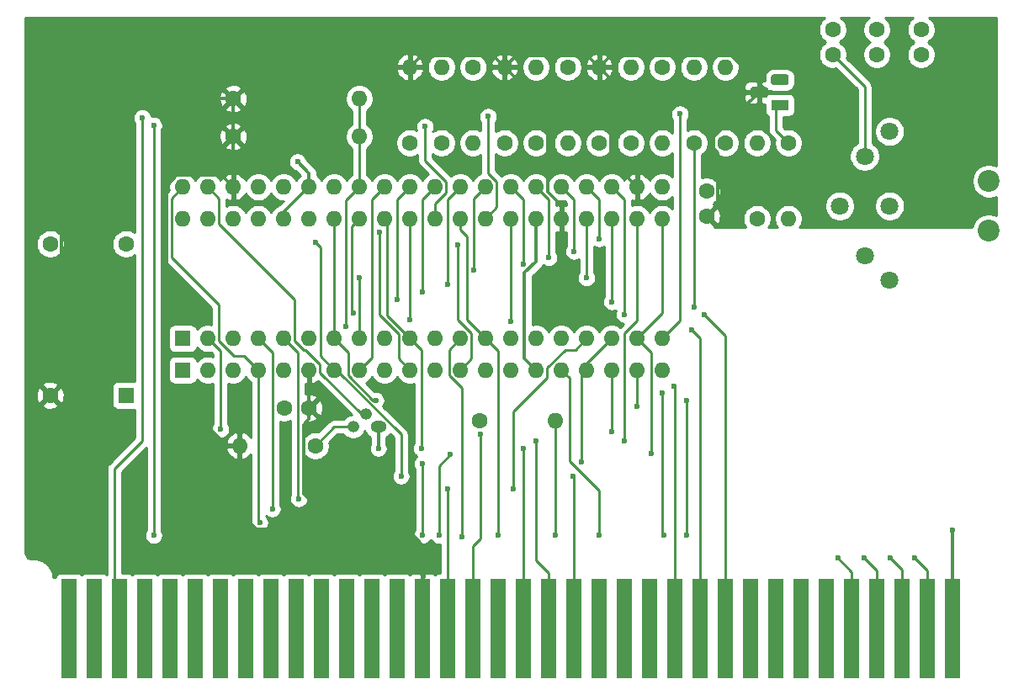
<source format=gtl>
G04 #@! TF.GenerationSoftware,KiCad,Pcbnew,(5.1.12)-1*
G04 #@! TF.CreationDate,2024-01-30T17:11:01+00:00*
G04 #@! TF.ProjectId,CPCVideo,43504356-6964-4656-9f2e-6b696361645f,rev?*
G04 #@! TF.SameCoordinates,Original*
G04 #@! TF.FileFunction,Copper,L1,Top*
G04 #@! TF.FilePolarity,Positive*
%FSLAX46Y46*%
G04 Gerber Fmt 4.6, Leading zero omitted, Abs format (unit mm)*
G04 Created by KiCad (PCBNEW (5.1.12)-1) date 2024-01-30 17:11:01*
%MOMM*%
%LPD*%
G01*
G04 APERTURE LIST*
G04 #@! TA.AperFunction,SMDPad,CuDef*
%ADD10R,1.600000X10.000000*%
G04 #@! TD*
G04 #@! TA.AperFunction,ComponentPad*
%ADD11C,2.200000*%
G04 #@! TD*
G04 #@! TA.AperFunction,ComponentPad*
%ADD12C,1.800000*%
G04 #@! TD*
G04 #@! TA.AperFunction,ComponentPad*
%ADD13C,1.600000*%
G04 #@! TD*
G04 #@! TA.AperFunction,ComponentPad*
%ADD14R,1.800000X1.100000*%
G04 #@! TD*
G04 #@! TA.AperFunction,ComponentPad*
%ADD15O,1.200000X1.200000*%
G04 #@! TD*
G04 #@! TA.AperFunction,ComponentPad*
%ADD16O,1.600000X1.200000*%
G04 #@! TD*
G04 #@! TA.AperFunction,ComponentPad*
%ADD17O,1.600000X1.600000*%
G04 #@! TD*
G04 #@! TA.AperFunction,ComponentPad*
%ADD18R,1.600000X1.600000*%
G04 #@! TD*
G04 #@! TA.AperFunction,ViaPad*
%ADD19C,0.600000*%
G04 #@! TD*
G04 #@! TA.AperFunction,Conductor*
%ADD20C,0.350000*%
G04 #@! TD*
G04 #@! TA.AperFunction,Conductor*
%ADD21C,0.250000*%
G04 #@! TD*
G04 #@! TA.AperFunction,Conductor*
%ADD22C,0.254000*%
G04 #@! TD*
G04 #@! TA.AperFunction,Conductor*
%ADD23C,0.100000*%
G04 #@! TD*
G04 APERTURE END LIST*
D10*
X247650000Y-165735000D03*
X245110000Y-165735000D03*
X242570000Y-165735000D03*
X240030000Y-165735000D03*
X237490000Y-165735000D03*
X234950000Y-165735000D03*
X232410000Y-165735000D03*
X229870000Y-165735000D03*
X227330000Y-165735000D03*
X224790000Y-165735000D03*
X222250000Y-165735000D03*
X219710000Y-165735000D03*
X217170000Y-165735000D03*
X214630000Y-165735000D03*
X212090000Y-165735000D03*
X209550000Y-165735000D03*
X207010000Y-165735000D03*
X204470000Y-165735000D03*
X201930000Y-165735000D03*
X199390000Y-165735000D03*
X196850000Y-165735000D03*
X194310000Y-165735000D03*
X191770000Y-165735000D03*
X189230000Y-165735000D03*
X186690000Y-165735000D03*
X184150000Y-165735000D03*
X181610000Y-165735000D03*
X179070000Y-165735000D03*
X176530000Y-165735000D03*
X173990000Y-165735000D03*
X171450000Y-165735000D03*
X168910000Y-165735000D03*
X166370000Y-165735000D03*
X163830000Y-165735000D03*
X161290000Y-165735000D03*
X158750000Y-165735000D03*
D11*
X251300000Y-125690000D03*
X251300000Y-120690000D03*
D12*
X236300000Y-123190000D03*
X241300000Y-130690000D03*
X238800000Y-128190000D03*
X241300000Y-123190000D03*
X238800000Y-118190000D03*
X241300000Y-115690000D03*
D13*
X240030000Y-105450000D03*
X240030000Y-107950000D03*
X235585000Y-105450000D03*
X235585000Y-107950000D03*
X244475000Y-105450000D03*
X244475000Y-107950000D03*
D14*
X230270000Y-113030000D03*
G04 #@! TA.AperFunction,ComponentPad*
G36*
G01*
X230895000Y-111040000D02*
X229645000Y-111040000D01*
G75*
G02*
X229370000Y-110765000I0J275000D01*
G01*
X229370000Y-110215000D01*
G75*
G02*
X229645000Y-109940000I275000J0D01*
G01*
X230895000Y-109940000D01*
G75*
G02*
X231170000Y-110215000I0J-275000D01*
G01*
X231170000Y-110765000D01*
G75*
G02*
X230895000Y-111040000I-275000J0D01*
G01*
G37*
G04 #@! TD.AperFunction*
G04 #@! TA.AperFunction,ComponentPad*
G36*
G01*
X228825000Y-112310000D02*
X227575000Y-112310000D01*
G75*
G02*
X227300000Y-112035000I0J275000D01*
G01*
X227300000Y-111485000D01*
G75*
G02*
X227575000Y-111210000I275000J0D01*
G01*
X228825000Y-111210000D01*
G75*
G02*
X229100000Y-111485000I0J-275000D01*
G01*
X229100000Y-112035000D01*
G75*
G02*
X228825000Y-112310000I-275000J0D01*
G01*
G37*
G04 #@! TD.AperFunction*
D15*
X187325000Y-145415000D03*
X188595000Y-144145000D03*
D16*
X189865000Y-145415000D03*
D17*
X187960000Y-116205000D03*
D13*
X175260000Y-116205000D03*
D17*
X187960000Y-112395000D03*
D13*
X175260000Y-112395000D03*
D17*
X207645000Y-144780000D03*
D13*
X200025000Y-144780000D03*
D17*
X175895000Y-147320000D03*
D13*
X183515000Y-147320000D03*
D17*
X221615000Y-109220000D03*
D13*
X221615000Y-116840000D03*
D17*
X227965000Y-116840000D03*
D13*
X227965000Y-124460000D03*
D17*
X224790000Y-109220000D03*
D13*
X224790000Y-116840000D03*
D17*
X231140000Y-124460000D03*
D13*
X231140000Y-116840000D03*
D17*
X218440000Y-116840000D03*
D13*
X218440000Y-109220000D03*
D17*
X208915000Y-116840000D03*
D13*
X208915000Y-109220000D03*
D17*
X199390000Y-116840000D03*
D13*
X199390000Y-109220000D03*
D17*
X215265000Y-109220000D03*
D13*
X215265000Y-116840000D03*
D17*
X212090000Y-109220000D03*
D13*
X212090000Y-116840000D03*
D17*
X205740000Y-109220000D03*
D13*
X205740000Y-116840000D03*
D17*
X202565000Y-109220000D03*
D13*
X202565000Y-116840000D03*
D17*
X196215000Y-109220000D03*
D13*
X196215000Y-116840000D03*
D17*
X193040000Y-109220000D03*
D13*
X193040000Y-116840000D03*
X164465000Y-127000000D03*
X156845000Y-127000000D03*
X156845000Y-142240000D03*
D18*
X164465000Y-142240000D03*
D17*
X170180000Y-124460000D03*
X218440000Y-139700000D03*
X172720000Y-124460000D03*
X215900000Y-139700000D03*
X175260000Y-124460000D03*
X213360000Y-139700000D03*
X177800000Y-124460000D03*
X210820000Y-139700000D03*
X180340000Y-124460000D03*
X208280000Y-139700000D03*
X182880000Y-124460000D03*
X205740000Y-139700000D03*
X185420000Y-124460000D03*
X203200000Y-139700000D03*
X187960000Y-124460000D03*
X200660000Y-139700000D03*
X190500000Y-124460000D03*
X198120000Y-139700000D03*
X193040000Y-124460000D03*
X195580000Y-139700000D03*
X195580000Y-124460000D03*
X193040000Y-139700000D03*
X198120000Y-124460000D03*
X190500000Y-139700000D03*
X200660000Y-124460000D03*
X187960000Y-139700000D03*
X203200000Y-124460000D03*
X185420000Y-139700000D03*
X205740000Y-124460000D03*
X182880000Y-139700000D03*
X208280000Y-124460000D03*
X180340000Y-139700000D03*
X210820000Y-124460000D03*
X177800000Y-139700000D03*
X213360000Y-124460000D03*
X175260000Y-139700000D03*
X215900000Y-124460000D03*
X172720000Y-139700000D03*
X218440000Y-124460000D03*
D18*
X170180000Y-139700000D03*
D17*
X170180000Y-121285000D03*
X218440000Y-136525000D03*
X172720000Y-121285000D03*
X215900000Y-136525000D03*
X175260000Y-121285000D03*
X213360000Y-136525000D03*
X177800000Y-121285000D03*
X210820000Y-136525000D03*
X180340000Y-121285000D03*
X208280000Y-136525000D03*
X182880000Y-121285000D03*
X205740000Y-136525000D03*
X185420000Y-121285000D03*
X203200000Y-136525000D03*
X187960000Y-121285000D03*
X200660000Y-136525000D03*
X190500000Y-121285000D03*
X198120000Y-136525000D03*
X193040000Y-121285000D03*
X195580000Y-136525000D03*
X195580000Y-121285000D03*
X193040000Y-136525000D03*
X198120000Y-121285000D03*
X190500000Y-136525000D03*
X200660000Y-121285000D03*
X187960000Y-136525000D03*
X203200000Y-121285000D03*
X185420000Y-136525000D03*
X205740000Y-121285000D03*
X182880000Y-136525000D03*
X208280000Y-121285000D03*
X180340000Y-136525000D03*
X210820000Y-121285000D03*
X177800000Y-136525000D03*
X213360000Y-121285000D03*
X175260000Y-136525000D03*
X215900000Y-121285000D03*
X172720000Y-136525000D03*
X218440000Y-121285000D03*
D18*
X170180000Y-136525000D03*
D13*
X222885000Y-121706000D03*
X222885000Y-124206000D03*
X180380000Y-143510000D03*
X182880000Y-143510000D03*
D19*
X189865000Y-147574000D03*
X181737000Y-118745000D03*
X247650000Y-155829000D03*
X173990000Y-145669000D03*
X205740000Y-146812000D03*
X214630000Y-146812000D03*
X177927000Y-155067000D03*
X200914000Y-114173000D03*
X166115998Y-114300000D03*
X220218000Y-113919000D03*
X215900000Y-143383000D03*
X217297000Y-148082000D03*
X197104000Y-148209000D03*
X195961000Y-156336998D03*
X210279999Y-148938999D03*
X194310000Y-149098002D03*
X194310000Y-156337001D03*
X183515000Y-126873000D03*
X192151000Y-150368000D03*
X209422998Y-150368000D03*
X196850000Y-151638000D03*
X203454000Y-151638000D03*
X197866000Y-127127000D03*
X213360000Y-145923000D03*
X200152000Y-146165020D03*
X189992000Y-125857000D03*
X221361000Y-135636000D03*
X186610099Y-135334901D03*
X221614998Y-133350000D03*
X194183000Y-147573999D03*
X204470001Y-147574001D03*
X210820000Y-130440557D03*
X187960000Y-130429000D03*
X193040000Y-134620000D03*
X187325000Y-133985000D03*
X181864000Y-152653998D03*
X214630000Y-134112000D03*
X222631000Y-134112000D03*
X212090002Y-156337000D03*
X167259000Y-115062000D03*
X194564000Y-115189000D03*
X167259000Y-156337000D03*
X207645000Y-156337000D03*
X189611000Y-142748000D03*
X220853000Y-142748000D03*
X220852999Y-156337000D03*
X213360000Y-132842000D03*
X179197000Y-153669998D03*
X219583000Y-141351000D03*
X201930000Y-156337000D03*
X203200000Y-134774989D03*
X198247000Y-156464000D03*
X191770000Y-132588000D03*
X236093000Y-158623000D03*
X194310000Y-131826000D03*
X196850000Y-131064002D03*
X238760000Y-158622996D03*
X199507001Y-129656999D03*
X204470000Y-129032000D03*
X241346000Y-158577001D03*
X207010000Y-128397000D03*
X209550000Y-127762000D03*
X243840000Y-158623002D03*
X212090002Y-126491998D03*
X218440000Y-141986000D03*
X218567000Y-156337000D03*
D20*
X180340000Y-123825000D02*
X180340000Y-124460000D01*
X182880000Y-121285000D02*
X180340000Y-123825000D01*
X189865000Y-145415000D02*
X189865000Y-147574000D01*
X182880000Y-119888000D02*
X181737000Y-118745000D01*
X182880000Y-121285000D02*
X182880000Y-119888000D01*
X205740000Y-128761002D02*
X205740000Y-124460000D01*
X204564999Y-129936003D02*
X205740000Y-128761002D01*
X204564999Y-138524999D02*
X204564999Y-129936003D01*
X205740000Y-139700000D02*
X204564999Y-138524999D01*
X247650000Y-164465000D02*
X247650000Y-155829000D01*
X194310000Y-164465000D02*
X194310000Y-157480000D01*
X194310000Y-164465000D02*
X194310000Y-157353000D01*
X194310000Y-157353000D02*
X193548000Y-156591000D01*
X175895000Y-154034002D02*
X175895000Y-147320000D01*
X177602999Y-155742001D02*
X175895000Y-154034002D01*
X194310000Y-157315000D02*
X192737001Y-155742001D01*
X194310000Y-164465000D02*
X194310000Y-157315000D01*
X182839999Y-152630995D02*
X182839999Y-155742001D01*
X182339999Y-152130995D02*
X182839999Y-152630995D01*
X182339999Y-145181371D02*
X182339999Y-152130995D01*
X182880000Y-144641370D02*
X182339999Y-145181371D01*
X182839999Y-155742001D02*
X177602999Y-155742001D01*
X182880000Y-143510000D02*
X182880000Y-144641370D01*
X192737001Y-155742001D02*
X182839999Y-155742001D01*
X182880000Y-143510000D02*
X182880000Y-139700000D01*
X169615999Y-120109999D02*
X174084999Y-120109999D01*
X168554989Y-121171009D02*
X169615999Y-120109999D01*
X168554989Y-128572109D02*
X168554989Y-121171009D01*
X168569001Y-141247003D02*
X168569001Y-128586121D01*
X168569001Y-128586121D02*
X168554989Y-128572109D01*
X174641998Y-147320000D02*
X168569001Y-141247003D01*
X174084999Y-120109999D02*
X175260000Y-121285000D01*
X175895000Y-147320000D02*
X174641998Y-147320000D01*
X175260000Y-121285000D02*
X175260000Y-116205000D01*
X175260000Y-116205000D02*
X175260000Y-112395000D01*
X178435000Y-109220000D02*
X193040000Y-109220000D01*
X175260000Y-112395000D02*
X178435000Y-109220000D01*
X201389999Y-108044999D02*
X202565000Y-109220000D01*
X194215001Y-108044999D02*
X201389999Y-108044999D01*
X193040000Y-109220000D02*
X194215001Y-108044999D01*
X210914999Y-108044999D02*
X212090000Y-109220000D01*
X203740001Y-108044999D02*
X210914999Y-108044999D01*
X202565000Y-109220000D02*
X203740001Y-108044999D01*
X228600000Y-111290998D02*
X228600000Y-111760000D01*
X225354001Y-108044999D02*
X228600000Y-111290998D01*
X213265001Y-108044999D02*
X225354001Y-108044999D01*
X212090000Y-109220000D02*
X213265001Y-108044999D01*
X206915001Y-113570001D02*
X202565000Y-109220000D01*
X206915001Y-121752881D02*
X206915001Y-113570001D01*
X208280000Y-123117880D02*
X206915001Y-121752881D01*
X208280000Y-124460000D02*
X208280000Y-123117880D01*
X213265001Y-110395001D02*
X213265001Y-118650001D01*
X213265001Y-118650001D02*
X215900000Y-121285000D01*
X212090000Y-109220000D02*
X213265001Y-110395001D01*
X228130998Y-111760000D02*
X228600000Y-111760000D01*
X223614999Y-116275999D02*
X228130998Y-111760000D01*
X223614999Y-117404001D02*
X223614999Y-116275999D01*
X224060001Y-123030999D02*
X224060001Y-117849003D01*
X224060001Y-117849003D02*
X223614999Y-117404001D01*
X222885000Y-124206000D02*
X224060001Y-123030999D01*
X161814998Y-112395000D02*
X158020001Y-116189997D01*
X158020001Y-116189997D02*
X158020001Y-141064999D01*
X158020001Y-141064999D02*
X156845000Y-142240000D01*
X175260000Y-112395000D02*
X161814998Y-112395000D01*
D21*
X173990000Y-137795000D02*
X173990000Y-145669000D01*
X172720000Y-136525000D02*
X173990000Y-137795000D01*
X215900000Y-124460000D02*
X215900000Y-134747000D01*
X214630000Y-136017000D02*
X214630000Y-146812000D01*
X215900000Y-134747000D02*
X214630000Y-136017000D01*
X205740000Y-158877000D02*
X207010000Y-160147000D01*
X205740000Y-146812000D02*
X205740000Y-158877000D01*
X207010000Y-164465000D02*
X207010000Y-160147000D01*
X176345010Y-138245010D02*
X177800000Y-139700000D01*
X175329010Y-138245010D02*
X176345010Y-138245010D01*
X173845001Y-136761001D02*
X175329010Y-138245010D01*
X173845001Y-133155001D02*
X173845001Y-136761001D01*
X169054999Y-128364999D02*
X173845001Y-133155001D01*
X169054999Y-122410001D02*
X169054999Y-128364999D01*
X170180000Y-121285000D02*
X169054999Y-122410001D01*
X177800000Y-139700000D02*
X177800000Y-154940000D01*
X177800000Y-154940000D02*
X177927000Y-155067000D01*
X200914000Y-119873998D02*
X200914000Y-114173000D01*
X201785001Y-120744999D02*
X200914000Y-119873998D01*
X201785001Y-123334999D02*
X201785001Y-120744999D01*
X200660000Y-124460000D02*
X201785001Y-123334999D01*
X163276001Y-163911001D02*
X163830000Y-164465000D01*
X166115998Y-146812002D02*
X163276001Y-149651999D01*
X163276001Y-149651999D02*
X163276001Y-163911001D01*
X166115998Y-114300000D02*
X166115998Y-146812002D01*
X218440000Y-136525000D02*
X220218000Y-134747000D01*
X220218000Y-134747000D02*
X220218000Y-113919000D01*
X215900000Y-139700000D02*
X215900000Y-143383000D01*
X173845001Y-122410001D02*
X172720000Y-121285000D01*
X181465001Y-132570001D02*
X173845001Y-124950001D01*
X181465001Y-136761001D02*
X181465001Y-132570001D01*
X173845001Y-124950001D02*
X173845001Y-122410001D01*
X182354001Y-137650001D02*
X181465001Y-136761001D01*
X182495003Y-137650001D02*
X182354001Y-137650001D01*
X184005001Y-139950003D02*
X184005001Y-139159999D01*
X188199998Y-144145000D02*
X184005001Y-139950003D01*
X184005001Y-139159999D02*
X182495003Y-137650001D01*
X188595000Y-144145000D02*
X188199998Y-144145000D01*
X218440000Y-133985000D02*
X218440000Y-132588000D01*
X215900000Y-136525000D02*
X218440000Y-133985000D01*
X218440000Y-124460000D02*
X218440000Y-132588000D01*
X215900000Y-136525000D02*
X217297000Y-137922000D01*
X217297000Y-137922000D02*
X217297000Y-148082000D01*
X197104000Y-148209000D02*
X195961000Y-149352000D01*
X195961000Y-149352000D02*
X195961000Y-156336998D01*
X210820000Y-139065000D02*
X210820000Y-139700000D01*
X213360000Y-136525000D02*
X210820000Y-139065000D01*
X210279999Y-140240001D02*
X210820000Y-139700000D01*
X210279999Y-148938999D02*
X210279999Y-140240001D01*
X194310000Y-149098002D02*
X194310000Y-155829000D01*
X194310000Y-155829000D02*
X194310000Y-156337001D01*
X184023000Y-127381000D02*
X183515000Y-126873000D01*
X184023000Y-138303000D02*
X184023000Y-127381000D01*
X185420000Y-139700000D02*
X184023000Y-138303000D01*
X185420000Y-139700000D02*
X185658161Y-139700000D01*
X185658161Y-139700000D02*
X192151000Y-146192839D01*
X192151000Y-146192839D02*
X192151000Y-150368000D01*
X209550000Y-150495002D02*
X209422998Y-150368000D01*
X209550000Y-164465000D02*
X209550000Y-150495002D01*
X196850000Y-164465000D02*
X196850000Y-151638000D01*
X210820000Y-136525000D02*
X209694999Y-137650001D01*
X209694999Y-137650001D02*
X208664997Y-137650001D01*
X208664997Y-137650001D02*
X206865001Y-139449997D01*
X203454000Y-143854998D02*
X203454000Y-151638000D01*
X206865001Y-139449997D02*
X206865001Y-140443997D01*
X206865001Y-140443997D02*
X203454000Y-143854998D01*
X198120000Y-139700000D02*
X199245001Y-138574999D01*
X199245001Y-138574999D02*
X199245001Y-135984999D01*
X199245001Y-135984999D02*
X197866000Y-134605998D01*
X197866000Y-134605998D02*
X197866000Y-127127000D01*
X213360000Y-139700000D02*
X213360000Y-145923000D01*
X199390000Y-164465000D02*
X199390000Y-157415000D01*
X199390000Y-157415000D02*
X200152000Y-156653000D01*
X200152000Y-156653000D02*
X200152000Y-146165020D01*
X191914999Y-138574999D02*
X191914999Y-136036409D01*
X193040000Y-139700000D02*
X191914999Y-138574999D01*
X191914999Y-136036409D02*
X189992000Y-134113410D01*
X189992000Y-134113410D02*
X189992000Y-125857000D01*
X222250000Y-136525000D02*
X222250000Y-164465000D01*
X221361000Y-135636000D02*
X222250000Y-136525000D01*
X187960000Y-121285000D02*
X187960000Y-112395000D01*
X187960000Y-121285000D02*
X186610099Y-122634901D01*
X186610099Y-122634901D02*
X186610099Y-135334901D01*
X189230000Y-138430000D02*
X187960000Y-139700000D01*
X189230000Y-122555000D02*
X189230000Y-138430000D01*
X190500000Y-121285000D02*
X189230000Y-122555000D01*
X221615000Y-116840000D02*
X221615000Y-133349998D01*
X221615000Y-133349998D02*
X221614998Y-133350000D01*
X190754000Y-134239000D02*
X193040000Y-136525000D01*
X190754000Y-124714000D02*
X190754000Y-134239000D01*
X190500000Y-124460000D02*
X190754000Y-124714000D01*
X193040000Y-136525000D02*
X194183000Y-137668000D01*
X194183000Y-137668000D02*
X194183000Y-147573999D01*
X204470000Y-164465000D02*
X204470001Y-147998265D01*
X204470001Y-147998265D02*
X204470001Y-147574001D01*
X210820000Y-124460000D02*
X210820000Y-130440557D01*
X187960000Y-136525000D02*
X187960000Y-130429000D01*
X193040000Y-124460000D02*
X193040000Y-134620000D01*
X187960000Y-124460000D02*
X187160001Y-125259999D01*
X187160001Y-125259999D02*
X187160001Y-133820001D01*
X187160001Y-133820001D02*
X187325000Y-133985000D01*
X180340000Y-136525000D02*
X181754999Y-137939999D01*
X181754999Y-137939999D02*
X181754999Y-152544997D01*
X181754999Y-152544997D02*
X181864000Y-152653998D01*
X213360000Y-121285000D02*
X214630000Y-122555000D01*
X214630000Y-122555000D02*
X214630000Y-133858000D01*
X214630000Y-133858000D02*
X214630000Y-134112000D01*
X224790000Y-136271000D02*
X224790000Y-164465000D01*
X222631000Y-134112000D02*
X224790000Y-136271000D01*
X212090002Y-151855998D02*
X212090002Y-156337000D01*
X209079999Y-148845995D02*
X212090002Y-151855998D01*
X209079999Y-140499999D02*
X209079999Y-148845995D01*
X208280000Y-139700000D02*
X209079999Y-140499999D01*
X195580000Y-124460000D02*
X195580000Y-122950002D01*
X195580000Y-122950002D02*
X196705001Y-121825001D01*
X196705001Y-121825001D02*
X196705001Y-120744999D01*
X196705001Y-120744999D02*
X194564000Y-118603998D01*
X194564000Y-118603998D02*
X194564000Y-115189000D01*
X167259000Y-115062000D02*
X167259000Y-156337000D01*
X238800000Y-111165000D02*
X235585000Y-107950000D01*
X238800000Y-118190000D02*
X238800000Y-111165000D01*
X207645000Y-145911370D02*
X207645000Y-156337000D01*
X207645000Y-144780000D02*
X207645000Y-145911370D01*
X229870000Y-115570000D02*
X231140000Y-116840000D01*
X229870000Y-113030000D02*
X229870000Y-115570000D01*
X185420000Y-145415000D02*
X183515000Y-147320000D01*
X187325000Y-145415000D02*
X185420000Y-145415000D01*
X185420000Y-124460000D02*
X185420000Y-136525000D01*
X185420000Y-136525000D02*
X186834999Y-137939999D01*
X186834999Y-137939999D02*
X186834999Y-140240001D01*
X186834999Y-140240001D02*
X189342998Y-142748000D01*
X189342998Y-142748000D02*
X189611000Y-142748000D01*
X220853000Y-142748000D02*
X220852999Y-143172265D01*
X220852999Y-143172265D02*
X220852999Y-156337000D01*
X213360000Y-124460000D02*
X213360000Y-132842000D01*
X177800000Y-136525000D02*
X179197000Y-137922000D01*
X179197000Y-137922000D02*
X179197000Y-153669998D01*
X219710000Y-141478000D02*
X219583000Y-141351000D01*
X219710000Y-164465000D02*
X219710000Y-141478000D01*
X198120000Y-124460000D02*
X198120000Y-125591370D01*
X198764998Y-134629998D02*
X199860001Y-135725001D01*
X198764998Y-126236368D02*
X198764998Y-134629998D01*
X199860001Y-135725001D02*
X200660000Y-136525000D01*
X198120000Y-125591370D02*
X198764998Y-126236368D01*
X200660000Y-136525000D02*
X201930000Y-137795000D01*
X201930000Y-137795000D02*
X201930000Y-156337000D01*
X203200000Y-124460000D02*
X203200000Y-125591370D01*
X203200000Y-125591370D02*
X203200000Y-134774989D01*
X196994999Y-140240001D02*
X198247000Y-141492002D01*
X198120000Y-136525000D02*
X196994999Y-137650001D01*
X196994999Y-137650001D02*
X196994999Y-140240001D01*
X198247000Y-141492002D02*
X198247000Y-156464000D01*
X191770000Y-122555000D02*
X191770000Y-132588000D01*
X193040000Y-121285000D02*
X191770000Y-122555000D01*
X237490000Y-160020000D02*
X236093000Y-158623000D01*
X237490000Y-164465000D02*
X237490000Y-160020000D01*
X195580000Y-121285000D02*
X194310000Y-122555000D01*
X194310000Y-122555000D02*
X194310000Y-131826000D01*
X196850000Y-122555000D02*
X196850000Y-131064002D01*
X198120000Y-121285000D02*
X196850000Y-122555000D01*
X240030000Y-164465000D02*
X240030000Y-159892996D01*
X240030000Y-159892996D02*
X238760000Y-158622996D01*
X199507001Y-122437999D02*
X199507001Y-129656999D01*
X200660000Y-121285000D02*
X199507001Y-122437999D01*
X204470000Y-122555000D02*
X204470000Y-129032000D01*
X203200000Y-121285000D02*
X204470000Y-122555000D01*
X242570000Y-159801001D02*
X241346000Y-158577001D01*
X242570000Y-167640000D02*
X242570000Y-159801001D01*
X205740000Y-121285000D02*
X207010000Y-122555000D01*
X207010000Y-122555000D02*
X207010000Y-128397000D01*
X208280000Y-121285000D02*
X209550000Y-122555000D01*
X209550000Y-122555000D02*
X209550000Y-127762000D01*
X245110000Y-164465000D02*
X245110000Y-159893002D01*
X245110000Y-159893002D02*
X243840000Y-158623002D01*
X212090002Y-122555002D02*
X212090002Y-126491998D01*
X210820000Y-121285000D02*
X212090002Y-122555002D01*
X218440000Y-141986000D02*
X218440000Y-155575000D01*
X218440000Y-155575000D02*
X218440000Y-156210000D01*
X218440000Y-156210000D02*
X218567000Y-156337000D01*
D22*
X234670241Y-104335363D02*
X234470363Y-104535241D01*
X234313320Y-104770273D01*
X234205147Y-105031426D01*
X234150000Y-105308665D01*
X234150000Y-105591335D01*
X234205147Y-105868574D01*
X234313320Y-106129727D01*
X234470363Y-106364759D01*
X234670241Y-106564637D01*
X234872827Y-106700000D01*
X234670241Y-106835363D01*
X234470363Y-107035241D01*
X234313320Y-107270273D01*
X234205147Y-107531426D01*
X234150000Y-107808665D01*
X234150000Y-108091335D01*
X234205147Y-108368574D01*
X234313320Y-108629727D01*
X234470363Y-108864759D01*
X234670241Y-109064637D01*
X234905273Y-109221680D01*
X235166426Y-109329853D01*
X235443665Y-109385000D01*
X235726335Y-109385000D01*
X235908886Y-109348688D01*
X238040001Y-111479803D01*
X238040000Y-116851687D01*
X237821495Y-116997688D01*
X237607688Y-117211495D01*
X237439701Y-117462905D01*
X237323989Y-117742257D01*
X237265000Y-118038816D01*
X237265000Y-118341184D01*
X237323989Y-118637743D01*
X237439701Y-118917095D01*
X237607688Y-119168505D01*
X237821495Y-119382312D01*
X238072905Y-119550299D01*
X238352257Y-119666011D01*
X238648816Y-119725000D01*
X238951184Y-119725000D01*
X239247743Y-119666011D01*
X239527095Y-119550299D01*
X239778505Y-119382312D01*
X239992312Y-119168505D01*
X240160299Y-118917095D01*
X240276011Y-118637743D01*
X240335000Y-118341184D01*
X240335000Y-118038816D01*
X240276011Y-117742257D01*
X240160299Y-117462905D01*
X239992312Y-117211495D01*
X239778505Y-116997688D01*
X239560000Y-116851687D01*
X239560000Y-115538816D01*
X239765000Y-115538816D01*
X239765000Y-115841184D01*
X239823989Y-116137743D01*
X239939701Y-116417095D01*
X240107688Y-116668505D01*
X240321495Y-116882312D01*
X240572905Y-117050299D01*
X240852257Y-117166011D01*
X241148816Y-117225000D01*
X241451184Y-117225000D01*
X241747743Y-117166011D01*
X242027095Y-117050299D01*
X242278505Y-116882312D01*
X242492312Y-116668505D01*
X242660299Y-116417095D01*
X242776011Y-116137743D01*
X242835000Y-115841184D01*
X242835000Y-115538816D01*
X242776011Y-115242257D01*
X242660299Y-114962905D01*
X242492312Y-114711495D01*
X242278505Y-114497688D01*
X242027095Y-114329701D01*
X241747743Y-114213989D01*
X241451184Y-114155000D01*
X241148816Y-114155000D01*
X240852257Y-114213989D01*
X240572905Y-114329701D01*
X240321495Y-114497688D01*
X240107688Y-114711495D01*
X239939701Y-114962905D01*
X239823989Y-115242257D01*
X239765000Y-115538816D01*
X239560000Y-115538816D01*
X239560000Y-111202333D01*
X239563677Y-111165000D01*
X239549003Y-111016014D01*
X239505546Y-110872753D01*
X239434974Y-110740724D01*
X239363799Y-110653997D01*
X239340001Y-110624999D01*
X239311003Y-110601201D01*
X236983688Y-108273886D01*
X237020000Y-108091335D01*
X237020000Y-107808665D01*
X236964853Y-107531426D01*
X236856680Y-107270273D01*
X236699637Y-107035241D01*
X236499759Y-106835363D01*
X236297173Y-106700000D01*
X236499759Y-106564637D01*
X236699637Y-106364759D01*
X236856680Y-106129727D01*
X236964853Y-105868574D01*
X237020000Y-105591335D01*
X237020000Y-105308665D01*
X236964853Y-105031426D01*
X236856680Y-104770273D01*
X236699637Y-104535241D01*
X236499759Y-104335363D01*
X236397447Y-104267000D01*
X239217554Y-104267000D01*
X239115241Y-104335363D01*
X238915363Y-104535241D01*
X238758320Y-104770273D01*
X238650147Y-105031426D01*
X238595000Y-105308665D01*
X238595000Y-105591335D01*
X238650147Y-105868574D01*
X238758320Y-106129727D01*
X238915363Y-106364759D01*
X239115241Y-106564637D01*
X239317827Y-106700000D01*
X239115241Y-106835363D01*
X238915363Y-107035241D01*
X238758320Y-107270273D01*
X238650147Y-107531426D01*
X238595000Y-107808665D01*
X238595000Y-108091335D01*
X238650147Y-108368574D01*
X238758320Y-108629727D01*
X238915363Y-108864759D01*
X239115241Y-109064637D01*
X239350273Y-109221680D01*
X239611426Y-109329853D01*
X239888665Y-109385000D01*
X240171335Y-109385000D01*
X240448574Y-109329853D01*
X240709727Y-109221680D01*
X240944759Y-109064637D01*
X241144637Y-108864759D01*
X241301680Y-108629727D01*
X241409853Y-108368574D01*
X241465000Y-108091335D01*
X241465000Y-107808665D01*
X241409853Y-107531426D01*
X241301680Y-107270273D01*
X241144637Y-107035241D01*
X240944759Y-106835363D01*
X240742173Y-106700000D01*
X240944759Y-106564637D01*
X241144637Y-106364759D01*
X241301680Y-106129727D01*
X241409853Y-105868574D01*
X241465000Y-105591335D01*
X241465000Y-105308665D01*
X241409853Y-105031426D01*
X241301680Y-104770273D01*
X241144637Y-104535241D01*
X240944759Y-104335363D01*
X240842446Y-104267000D01*
X243662554Y-104267000D01*
X243560241Y-104335363D01*
X243360363Y-104535241D01*
X243203320Y-104770273D01*
X243095147Y-105031426D01*
X243040000Y-105308665D01*
X243040000Y-105591335D01*
X243095147Y-105868574D01*
X243203320Y-106129727D01*
X243360363Y-106364759D01*
X243560241Y-106564637D01*
X243762827Y-106700000D01*
X243560241Y-106835363D01*
X243360363Y-107035241D01*
X243203320Y-107270273D01*
X243095147Y-107531426D01*
X243040000Y-107808665D01*
X243040000Y-108091335D01*
X243095147Y-108368574D01*
X243203320Y-108629727D01*
X243360363Y-108864759D01*
X243560241Y-109064637D01*
X243795273Y-109221680D01*
X244056426Y-109329853D01*
X244333665Y-109385000D01*
X244616335Y-109385000D01*
X244893574Y-109329853D01*
X245154727Y-109221680D01*
X245389759Y-109064637D01*
X245589637Y-108864759D01*
X245746680Y-108629727D01*
X245854853Y-108368574D01*
X245910000Y-108091335D01*
X245910000Y-107808665D01*
X245854853Y-107531426D01*
X245746680Y-107270273D01*
X245589637Y-107035241D01*
X245389759Y-106835363D01*
X245187173Y-106700000D01*
X245389759Y-106564637D01*
X245589637Y-106364759D01*
X245746680Y-106129727D01*
X245854853Y-105868574D01*
X245910000Y-105591335D01*
X245910000Y-105308665D01*
X245854853Y-105031426D01*
X245746680Y-104770273D01*
X245589637Y-104535241D01*
X245389759Y-104335363D01*
X245287446Y-104267000D01*
X252020000Y-104267000D01*
X252020000Y-119110283D01*
X251806081Y-119021675D01*
X251470883Y-118955000D01*
X251129117Y-118955000D01*
X250793919Y-119021675D01*
X250478169Y-119152463D01*
X250194002Y-119342337D01*
X249952337Y-119584002D01*
X249762463Y-119868169D01*
X249631675Y-120183919D01*
X249565000Y-120519117D01*
X249565000Y-120860883D01*
X249631675Y-121196081D01*
X249762463Y-121511831D01*
X249952337Y-121795998D01*
X250194002Y-122037663D01*
X250478169Y-122227537D01*
X250793919Y-122358325D01*
X251129117Y-122425000D01*
X251470883Y-122425000D01*
X251806081Y-122358325D01*
X252020000Y-122269717D01*
X252020000Y-124110283D01*
X251806081Y-124021675D01*
X251470883Y-123955000D01*
X251129117Y-123955000D01*
X250793919Y-124021675D01*
X250478169Y-124152463D01*
X250194002Y-124342337D01*
X249952337Y-124584002D01*
X249762463Y-124868169D01*
X249631675Y-125183919D01*
X249598838Y-125349000D01*
X232271849Y-125349000D01*
X232411680Y-125139727D01*
X232519853Y-124878574D01*
X232575000Y-124601335D01*
X232575000Y-124318665D01*
X232519853Y-124041426D01*
X232411680Y-123780273D01*
X232254637Y-123545241D01*
X232054759Y-123345363D01*
X231819727Y-123188320D01*
X231558574Y-123080147D01*
X231350792Y-123038816D01*
X234765000Y-123038816D01*
X234765000Y-123341184D01*
X234823989Y-123637743D01*
X234939701Y-123917095D01*
X235107688Y-124168505D01*
X235321495Y-124382312D01*
X235572905Y-124550299D01*
X235852257Y-124666011D01*
X236148816Y-124725000D01*
X236451184Y-124725000D01*
X236747743Y-124666011D01*
X237027095Y-124550299D01*
X237278505Y-124382312D01*
X237492312Y-124168505D01*
X237660299Y-123917095D01*
X237776011Y-123637743D01*
X237835000Y-123341184D01*
X237835000Y-123038816D01*
X239765000Y-123038816D01*
X239765000Y-123341184D01*
X239823989Y-123637743D01*
X239939701Y-123917095D01*
X240107688Y-124168505D01*
X240321495Y-124382312D01*
X240572905Y-124550299D01*
X240852257Y-124666011D01*
X241148816Y-124725000D01*
X241451184Y-124725000D01*
X241747743Y-124666011D01*
X242027095Y-124550299D01*
X242278505Y-124382312D01*
X242492312Y-124168505D01*
X242660299Y-123917095D01*
X242776011Y-123637743D01*
X242835000Y-123341184D01*
X242835000Y-123038816D01*
X242776011Y-122742257D01*
X242660299Y-122462905D01*
X242492312Y-122211495D01*
X242278505Y-121997688D01*
X242027095Y-121829701D01*
X241747743Y-121713989D01*
X241451184Y-121655000D01*
X241148816Y-121655000D01*
X240852257Y-121713989D01*
X240572905Y-121829701D01*
X240321495Y-121997688D01*
X240107688Y-122211495D01*
X239939701Y-122462905D01*
X239823989Y-122742257D01*
X239765000Y-123038816D01*
X237835000Y-123038816D01*
X237776011Y-122742257D01*
X237660299Y-122462905D01*
X237492312Y-122211495D01*
X237278505Y-121997688D01*
X237027095Y-121829701D01*
X236747743Y-121713989D01*
X236451184Y-121655000D01*
X236148816Y-121655000D01*
X235852257Y-121713989D01*
X235572905Y-121829701D01*
X235321495Y-121997688D01*
X235107688Y-122211495D01*
X234939701Y-122462905D01*
X234823989Y-122742257D01*
X234765000Y-123038816D01*
X231350792Y-123038816D01*
X231281335Y-123025000D01*
X230998665Y-123025000D01*
X230721426Y-123080147D01*
X230460273Y-123188320D01*
X230225241Y-123345363D01*
X230025363Y-123545241D01*
X229868320Y-123780273D01*
X229760147Y-124041426D01*
X229705000Y-124318665D01*
X229705000Y-124601335D01*
X229760147Y-124878574D01*
X229868320Y-125139727D01*
X230008151Y-125349000D01*
X229096849Y-125349000D01*
X229236680Y-125139727D01*
X229344853Y-124878574D01*
X229400000Y-124601335D01*
X229400000Y-124318665D01*
X229344853Y-124041426D01*
X229236680Y-123780273D01*
X229079637Y-123545241D01*
X228879759Y-123345363D01*
X228644727Y-123188320D01*
X228383574Y-123080147D01*
X228106335Y-123025000D01*
X227823665Y-123025000D01*
X227546426Y-123080147D01*
X227285273Y-123188320D01*
X227050241Y-123345363D01*
X226850363Y-123545241D01*
X226693320Y-123780273D01*
X226585147Y-124041426D01*
X226530000Y-124318665D01*
X226530000Y-124601335D01*
X226585147Y-124878574D01*
X226693320Y-125139727D01*
X226833151Y-125349000D01*
X223653998Y-125349000D01*
X223698097Y-125198702D01*
X222885000Y-124385605D01*
X222870858Y-124399748D01*
X222691253Y-124220143D01*
X222705395Y-124206000D01*
X223064605Y-124206000D01*
X223877702Y-125019097D01*
X224121671Y-124947514D01*
X224242571Y-124692004D01*
X224311300Y-124417816D01*
X224325217Y-124135488D01*
X224283787Y-123855870D01*
X224188603Y-123589708D01*
X224121671Y-123464486D01*
X223877702Y-123392903D01*
X223064605Y-124206000D01*
X222705395Y-124206000D01*
X222691253Y-124191858D01*
X222870858Y-124012253D01*
X222885000Y-124026395D01*
X223698097Y-123213298D01*
X223626514Y-122969329D01*
X223597659Y-122955676D01*
X223799759Y-122820637D01*
X223999637Y-122620759D01*
X224156680Y-122385727D01*
X224264853Y-122124574D01*
X224320000Y-121847335D01*
X224320000Y-121564665D01*
X224264853Y-121287426D01*
X224156680Y-121026273D01*
X223999637Y-120791241D01*
X223799759Y-120591363D01*
X223564727Y-120434320D01*
X223303574Y-120326147D01*
X223026335Y-120271000D01*
X222743665Y-120271000D01*
X222466426Y-120326147D01*
X222375000Y-120364017D01*
X222375000Y-118058043D01*
X222529759Y-117954637D01*
X222729637Y-117754759D01*
X222886680Y-117519727D01*
X222994853Y-117258574D01*
X223050000Y-116981335D01*
X223050000Y-116698665D01*
X223355000Y-116698665D01*
X223355000Y-116981335D01*
X223410147Y-117258574D01*
X223518320Y-117519727D01*
X223675363Y-117754759D01*
X223875241Y-117954637D01*
X224110273Y-118111680D01*
X224371426Y-118219853D01*
X224648665Y-118275000D01*
X224931335Y-118275000D01*
X225208574Y-118219853D01*
X225469727Y-118111680D01*
X225704759Y-117954637D01*
X225904637Y-117754759D01*
X226061680Y-117519727D01*
X226169853Y-117258574D01*
X226225000Y-116981335D01*
X226225000Y-116698665D01*
X226530000Y-116698665D01*
X226530000Y-116981335D01*
X226585147Y-117258574D01*
X226693320Y-117519727D01*
X226850363Y-117754759D01*
X227050241Y-117954637D01*
X227285273Y-118111680D01*
X227546426Y-118219853D01*
X227823665Y-118275000D01*
X228106335Y-118275000D01*
X228383574Y-118219853D01*
X228644727Y-118111680D01*
X228879759Y-117954637D01*
X229079637Y-117754759D01*
X229236680Y-117519727D01*
X229344853Y-117258574D01*
X229400000Y-116981335D01*
X229400000Y-116698665D01*
X229344853Y-116421426D01*
X229236680Y-116160273D01*
X229079637Y-115925241D01*
X228879759Y-115725363D01*
X228644727Y-115568320D01*
X228383574Y-115460147D01*
X228106335Y-115405000D01*
X227823665Y-115405000D01*
X227546426Y-115460147D01*
X227285273Y-115568320D01*
X227050241Y-115725363D01*
X226850363Y-115925241D01*
X226693320Y-116160273D01*
X226585147Y-116421426D01*
X226530000Y-116698665D01*
X226225000Y-116698665D01*
X226169853Y-116421426D01*
X226061680Y-116160273D01*
X225904637Y-115925241D01*
X225704759Y-115725363D01*
X225469727Y-115568320D01*
X225208574Y-115460147D01*
X224931335Y-115405000D01*
X224648665Y-115405000D01*
X224371426Y-115460147D01*
X224110273Y-115568320D01*
X223875241Y-115725363D01*
X223675363Y-115925241D01*
X223518320Y-116160273D01*
X223410147Y-116421426D01*
X223355000Y-116698665D01*
X223050000Y-116698665D01*
X222994853Y-116421426D01*
X222886680Y-116160273D01*
X222729637Y-115925241D01*
X222529759Y-115725363D01*
X222294727Y-115568320D01*
X222033574Y-115460147D01*
X221756335Y-115405000D01*
X221473665Y-115405000D01*
X221196426Y-115460147D01*
X220978000Y-115550622D01*
X220978000Y-114464535D01*
X221046586Y-114361889D01*
X221117068Y-114191729D01*
X221153000Y-114011089D01*
X221153000Y-113826911D01*
X221117068Y-113646271D01*
X221046586Y-113476111D01*
X220944262Y-113322972D01*
X220814028Y-113192738D01*
X220660889Y-113090414D01*
X220490729Y-113019932D01*
X220310089Y-112984000D01*
X220125911Y-112984000D01*
X219945271Y-113019932D01*
X219775111Y-113090414D01*
X219621972Y-113192738D01*
X219491738Y-113322972D01*
X219389414Y-113476111D01*
X219318932Y-113646271D01*
X219283000Y-113826911D01*
X219283000Y-114011089D01*
X219318932Y-114191729D01*
X219389414Y-114361889D01*
X219458001Y-114464537D01*
X219458001Y-115828605D01*
X219354759Y-115725363D01*
X219119727Y-115568320D01*
X218858574Y-115460147D01*
X218581335Y-115405000D01*
X218298665Y-115405000D01*
X218021426Y-115460147D01*
X217760273Y-115568320D01*
X217525241Y-115725363D01*
X217325363Y-115925241D01*
X217168320Y-116160273D01*
X217060147Y-116421426D01*
X217005000Y-116698665D01*
X217005000Y-116981335D01*
X217060147Y-117258574D01*
X217168320Y-117519727D01*
X217325363Y-117754759D01*
X217525241Y-117954637D01*
X217760273Y-118111680D01*
X218021426Y-118219853D01*
X218298665Y-118275000D01*
X218581335Y-118275000D01*
X218858574Y-118219853D01*
X219119727Y-118111680D01*
X219354759Y-117954637D01*
X219458001Y-117851395D01*
X219458001Y-120273605D01*
X219354759Y-120170363D01*
X219119727Y-120013320D01*
X218858574Y-119905147D01*
X218581335Y-119850000D01*
X218298665Y-119850000D01*
X218021426Y-119905147D01*
X217760273Y-120013320D01*
X217525241Y-120170363D01*
X217325363Y-120370241D01*
X217168320Y-120605273D01*
X217163933Y-120615865D01*
X217052385Y-120429869D01*
X216863414Y-120221481D01*
X216637420Y-120053963D01*
X216383087Y-119933754D01*
X216249039Y-119893096D01*
X216027000Y-120015085D01*
X216027000Y-121158000D01*
X216047000Y-121158000D01*
X216047000Y-121412000D01*
X216027000Y-121412000D01*
X216027000Y-122554915D01*
X216249039Y-122676904D01*
X216383087Y-122636246D01*
X216637420Y-122516037D01*
X216863414Y-122348519D01*
X217052385Y-122140131D01*
X217163933Y-121954135D01*
X217168320Y-121964727D01*
X217325363Y-122199759D01*
X217525241Y-122399637D01*
X217760273Y-122556680D01*
X218021426Y-122664853D01*
X218298665Y-122720000D01*
X218581335Y-122720000D01*
X218858574Y-122664853D01*
X219119727Y-122556680D01*
X219354759Y-122399637D01*
X219458001Y-122296395D01*
X219458001Y-123448605D01*
X219354759Y-123345363D01*
X219119727Y-123188320D01*
X218858574Y-123080147D01*
X218581335Y-123025000D01*
X218298665Y-123025000D01*
X218021426Y-123080147D01*
X217760273Y-123188320D01*
X217525241Y-123345363D01*
X217325363Y-123545241D01*
X217170000Y-123777759D01*
X217014637Y-123545241D01*
X216814759Y-123345363D01*
X216579727Y-123188320D01*
X216318574Y-123080147D01*
X216041335Y-123025000D01*
X215758665Y-123025000D01*
X215481426Y-123080147D01*
X215390000Y-123118017D01*
X215390000Y-122623526D01*
X215416913Y-122636246D01*
X215550961Y-122676904D01*
X215773000Y-122554915D01*
X215773000Y-121412000D01*
X215753000Y-121412000D01*
X215753000Y-121158000D01*
X215773000Y-121158000D01*
X215773000Y-120015085D01*
X215550961Y-119893096D01*
X215416913Y-119933754D01*
X215162580Y-120053963D01*
X214936586Y-120221481D01*
X214747615Y-120429869D01*
X214636067Y-120615865D01*
X214631680Y-120605273D01*
X214474637Y-120370241D01*
X214274759Y-120170363D01*
X214039727Y-120013320D01*
X213778574Y-119905147D01*
X213501335Y-119850000D01*
X213218665Y-119850000D01*
X212941426Y-119905147D01*
X212680273Y-120013320D01*
X212445241Y-120170363D01*
X212245363Y-120370241D01*
X212090000Y-120602759D01*
X211934637Y-120370241D01*
X211734759Y-120170363D01*
X211499727Y-120013320D01*
X211238574Y-119905147D01*
X210961335Y-119850000D01*
X210678665Y-119850000D01*
X210401426Y-119905147D01*
X210140273Y-120013320D01*
X209905241Y-120170363D01*
X209705363Y-120370241D01*
X209550000Y-120602759D01*
X209394637Y-120370241D01*
X209194759Y-120170363D01*
X208959727Y-120013320D01*
X208698574Y-119905147D01*
X208421335Y-119850000D01*
X208138665Y-119850000D01*
X207861426Y-119905147D01*
X207600273Y-120013320D01*
X207365241Y-120170363D01*
X207165363Y-120370241D01*
X207010000Y-120602759D01*
X206854637Y-120370241D01*
X206654759Y-120170363D01*
X206419727Y-120013320D01*
X206158574Y-119905147D01*
X205881335Y-119850000D01*
X205598665Y-119850000D01*
X205321426Y-119905147D01*
X205060273Y-120013320D01*
X204825241Y-120170363D01*
X204625363Y-120370241D01*
X204470000Y-120602759D01*
X204314637Y-120370241D01*
X204114759Y-120170363D01*
X203879727Y-120013320D01*
X203618574Y-119905147D01*
X203341335Y-119850000D01*
X203058665Y-119850000D01*
X202781426Y-119905147D01*
X202520273Y-120013320D01*
X202285241Y-120170363D01*
X202285204Y-120170400D01*
X201674000Y-119559196D01*
X201674000Y-117970512D01*
X201885273Y-118111680D01*
X202146426Y-118219853D01*
X202423665Y-118275000D01*
X202706335Y-118275000D01*
X202983574Y-118219853D01*
X203244727Y-118111680D01*
X203479759Y-117954637D01*
X203679637Y-117754759D01*
X203836680Y-117519727D01*
X203944853Y-117258574D01*
X204000000Y-116981335D01*
X204000000Y-116698665D01*
X204305000Y-116698665D01*
X204305000Y-116981335D01*
X204360147Y-117258574D01*
X204468320Y-117519727D01*
X204625363Y-117754759D01*
X204825241Y-117954637D01*
X205060273Y-118111680D01*
X205321426Y-118219853D01*
X205598665Y-118275000D01*
X205881335Y-118275000D01*
X206158574Y-118219853D01*
X206419727Y-118111680D01*
X206654759Y-117954637D01*
X206854637Y-117754759D01*
X207011680Y-117519727D01*
X207119853Y-117258574D01*
X207175000Y-116981335D01*
X207175000Y-116698665D01*
X207480000Y-116698665D01*
X207480000Y-116981335D01*
X207535147Y-117258574D01*
X207643320Y-117519727D01*
X207800363Y-117754759D01*
X208000241Y-117954637D01*
X208235273Y-118111680D01*
X208496426Y-118219853D01*
X208773665Y-118275000D01*
X209056335Y-118275000D01*
X209333574Y-118219853D01*
X209594727Y-118111680D01*
X209829759Y-117954637D01*
X210029637Y-117754759D01*
X210186680Y-117519727D01*
X210294853Y-117258574D01*
X210350000Y-116981335D01*
X210350000Y-116698665D01*
X210655000Y-116698665D01*
X210655000Y-116981335D01*
X210710147Y-117258574D01*
X210818320Y-117519727D01*
X210975363Y-117754759D01*
X211175241Y-117954637D01*
X211410273Y-118111680D01*
X211671426Y-118219853D01*
X211948665Y-118275000D01*
X212231335Y-118275000D01*
X212508574Y-118219853D01*
X212769727Y-118111680D01*
X213004759Y-117954637D01*
X213204637Y-117754759D01*
X213361680Y-117519727D01*
X213469853Y-117258574D01*
X213525000Y-116981335D01*
X213525000Y-116698665D01*
X213830000Y-116698665D01*
X213830000Y-116981335D01*
X213885147Y-117258574D01*
X213993320Y-117519727D01*
X214150363Y-117754759D01*
X214350241Y-117954637D01*
X214585273Y-118111680D01*
X214846426Y-118219853D01*
X215123665Y-118275000D01*
X215406335Y-118275000D01*
X215683574Y-118219853D01*
X215944727Y-118111680D01*
X216179759Y-117954637D01*
X216379637Y-117754759D01*
X216536680Y-117519727D01*
X216644853Y-117258574D01*
X216700000Y-116981335D01*
X216700000Y-116698665D01*
X216644853Y-116421426D01*
X216536680Y-116160273D01*
X216379637Y-115925241D01*
X216179759Y-115725363D01*
X215944727Y-115568320D01*
X215683574Y-115460147D01*
X215406335Y-115405000D01*
X215123665Y-115405000D01*
X214846426Y-115460147D01*
X214585273Y-115568320D01*
X214350241Y-115725363D01*
X214150363Y-115925241D01*
X213993320Y-116160273D01*
X213885147Y-116421426D01*
X213830000Y-116698665D01*
X213525000Y-116698665D01*
X213469853Y-116421426D01*
X213361680Y-116160273D01*
X213204637Y-115925241D01*
X213004759Y-115725363D01*
X212769727Y-115568320D01*
X212508574Y-115460147D01*
X212231335Y-115405000D01*
X211948665Y-115405000D01*
X211671426Y-115460147D01*
X211410273Y-115568320D01*
X211175241Y-115725363D01*
X210975363Y-115925241D01*
X210818320Y-116160273D01*
X210710147Y-116421426D01*
X210655000Y-116698665D01*
X210350000Y-116698665D01*
X210294853Y-116421426D01*
X210186680Y-116160273D01*
X210029637Y-115925241D01*
X209829759Y-115725363D01*
X209594727Y-115568320D01*
X209333574Y-115460147D01*
X209056335Y-115405000D01*
X208773665Y-115405000D01*
X208496426Y-115460147D01*
X208235273Y-115568320D01*
X208000241Y-115725363D01*
X207800363Y-115925241D01*
X207643320Y-116160273D01*
X207535147Y-116421426D01*
X207480000Y-116698665D01*
X207175000Y-116698665D01*
X207119853Y-116421426D01*
X207011680Y-116160273D01*
X206854637Y-115925241D01*
X206654759Y-115725363D01*
X206419727Y-115568320D01*
X206158574Y-115460147D01*
X205881335Y-115405000D01*
X205598665Y-115405000D01*
X205321426Y-115460147D01*
X205060273Y-115568320D01*
X204825241Y-115725363D01*
X204625363Y-115925241D01*
X204468320Y-116160273D01*
X204360147Y-116421426D01*
X204305000Y-116698665D01*
X204000000Y-116698665D01*
X203944853Y-116421426D01*
X203836680Y-116160273D01*
X203679637Y-115925241D01*
X203479759Y-115725363D01*
X203244727Y-115568320D01*
X202983574Y-115460147D01*
X202706335Y-115405000D01*
X202423665Y-115405000D01*
X202146426Y-115460147D01*
X201885273Y-115568320D01*
X201674000Y-115709488D01*
X201674000Y-114718535D01*
X201742586Y-114615889D01*
X201813068Y-114445729D01*
X201849000Y-114265089D01*
X201849000Y-114080911D01*
X201813068Y-113900271D01*
X201742586Y-113730111D01*
X201640262Y-113576972D01*
X201510028Y-113446738D01*
X201356889Y-113344414D01*
X201186729Y-113273932D01*
X201006089Y-113238000D01*
X200821911Y-113238000D01*
X200641271Y-113273932D01*
X200471111Y-113344414D01*
X200317972Y-113446738D01*
X200187738Y-113576972D01*
X200085414Y-113730111D01*
X200014932Y-113900271D01*
X199979000Y-114080911D01*
X199979000Y-114265089D01*
X200014932Y-114445729D01*
X200085414Y-114615889D01*
X200154001Y-114718537D01*
X200154001Y-115624630D01*
X200069727Y-115568320D01*
X199808574Y-115460147D01*
X199531335Y-115405000D01*
X199248665Y-115405000D01*
X198971426Y-115460147D01*
X198710273Y-115568320D01*
X198475241Y-115725363D01*
X198275363Y-115925241D01*
X198118320Y-116160273D01*
X198010147Y-116421426D01*
X197955000Y-116698665D01*
X197955000Y-116981335D01*
X198010147Y-117258574D01*
X198118320Y-117519727D01*
X198275363Y-117754759D01*
X198475241Y-117954637D01*
X198710273Y-118111680D01*
X198971426Y-118219853D01*
X199248665Y-118275000D01*
X199531335Y-118275000D01*
X199808574Y-118219853D01*
X200069727Y-118111680D01*
X200154000Y-118055370D01*
X200154000Y-119836675D01*
X200150324Y-119873998D01*
X200154000Y-119911320D01*
X200154000Y-119911330D01*
X200156842Y-119940183D01*
X199980273Y-120013320D01*
X199745241Y-120170363D01*
X199545363Y-120370241D01*
X199390000Y-120602759D01*
X199234637Y-120370241D01*
X199034759Y-120170363D01*
X198799727Y-120013320D01*
X198538574Y-119905147D01*
X198261335Y-119850000D01*
X197978665Y-119850000D01*
X197701426Y-119905147D01*
X197440273Y-120013320D01*
X197205241Y-120170363D01*
X197205204Y-120170400D01*
X195324000Y-118289197D01*
X195324000Y-117970512D01*
X195535273Y-118111680D01*
X195796426Y-118219853D01*
X196073665Y-118275000D01*
X196356335Y-118275000D01*
X196633574Y-118219853D01*
X196894727Y-118111680D01*
X197129759Y-117954637D01*
X197329637Y-117754759D01*
X197486680Y-117519727D01*
X197594853Y-117258574D01*
X197650000Y-116981335D01*
X197650000Y-116698665D01*
X197594853Y-116421426D01*
X197486680Y-116160273D01*
X197329637Y-115925241D01*
X197129759Y-115725363D01*
X196894727Y-115568320D01*
X196633574Y-115460147D01*
X196356335Y-115405000D01*
X196073665Y-115405000D01*
X195796426Y-115460147D01*
X195535273Y-115568320D01*
X195354235Y-115689285D01*
X195392586Y-115631889D01*
X195463068Y-115461729D01*
X195499000Y-115281089D01*
X195499000Y-115096911D01*
X195463068Y-114916271D01*
X195392586Y-114746111D01*
X195290262Y-114592972D01*
X195160028Y-114462738D01*
X195006889Y-114360414D01*
X194836729Y-114289932D01*
X194656089Y-114254000D01*
X194471911Y-114254000D01*
X194291271Y-114289932D01*
X194121111Y-114360414D01*
X193967972Y-114462738D01*
X193837738Y-114592972D01*
X193735414Y-114746111D01*
X193664932Y-114916271D01*
X193629000Y-115096911D01*
X193629000Y-115281089D01*
X193664932Y-115461729D01*
X193706879Y-115562998D01*
X193458574Y-115460147D01*
X193181335Y-115405000D01*
X192898665Y-115405000D01*
X192621426Y-115460147D01*
X192360273Y-115568320D01*
X192125241Y-115725363D01*
X191925363Y-115925241D01*
X191768320Y-116160273D01*
X191660147Y-116421426D01*
X191605000Y-116698665D01*
X191605000Y-116981335D01*
X191660147Y-117258574D01*
X191768320Y-117519727D01*
X191925363Y-117754759D01*
X192125241Y-117954637D01*
X192360273Y-118111680D01*
X192621426Y-118219853D01*
X192898665Y-118275000D01*
X193181335Y-118275000D01*
X193458574Y-118219853D01*
X193719727Y-118111680D01*
X193804000Y-118055371D01*
X193804000Y-118566675D01*
X193800324Y-118603998D01*
X193804000Y-118641320D01*
X193804000Y-118641330D01*
X193814997Y-118752983D01*
X193836835Y-118824974D01*
X193858454Y-118896244D01*
X193929026Y-119028274D01*
X193952169Y-119056473D01*
X194023999Y-119143999D01*
X194053003Y-119167802D01*
X194899223Y-120014022D01*
X194665241Y-120170363D01*
X194465363Y-120370241D01*
X194310000Y-120602759D01*
X194154637Y-120370241D01*
X193954759Y-120170363D01*
X193719727Y-120013320D01*
X193458574Y-119905147D01*
X193181335Y-119850000D01*
X192898665Y-119850000D01*
X192621426Y-119905147D01*
X192360273Y-120013320D01*
X192125241Y-120170363D01*
X191925363Y-120370241D01*
X191770000Y-120602759D01*
X191614637Y-120370241D01*
X191414759Y-120170363D01*
X191179727Y-120013320D01*
X190918574Y-119905147D01*
X190641335Y-119850000D01*
X190358665Y-119850000D01*
X190081426Y-119905147D01*
X189820273Y-120013320D01*
X189585241Y-120170363D01*
X189385363Y-120370241D01*
X189230000Y-120602759D01*
X189074637Y-120370241D01*
X188874759Y-120170363D01*
X188720000Y-120066957D01*
X188720000Y-117423043D01*
X188874759Y-117319637D01*
X189074637Y-117119759D01*
X189231680Y-116884727D01*
X189339853Y-116623574D01*
X189395000Y-116346335D01*
X189395000Y-116063665D01*
X189339853Y-115786426D01*
X189231680Y-115525273D01*
X189074637Y-115290241D01*
X188874759Y-115090363D01*
X188720000Y-114986957D01*
X188720000Y-113613043D01*
X188874759Y-113509637D01*
X189074637Y-113309759D01*
X189231680Y-113074727D01*
X189339853Y-112813574D01*
X189395000Y-112536335D01*
X189395000Y-112310000D01*
X226661928Y-112310000D01*
X226674188Y-112434482D01*
X226710498Y-112554180D01*
X226769463Y-112664494D01*
X226848815Y-112761185D01*
X226945506Y-112840537D01*
X227055820Y-112899502D01*
X227175518Y-112935812D01*
X227300000Y-112948072D01*
X227914250Y-112945000D01*
X228073000Y-112786250D01*
X228073000Y-111887000D01*
X228327000Y-111887000D01*
X228327000Y-112786250D01*
X228485750Y-112945000D01*
X228731928Y-112946231D01*
X228731928Y-113580000D01*
X228744188Y-113704482D01*
X228780498Y-113824180D01*
X228839463Y-113934494D01*
X228918815Y-114031185D01*
X229015506Y-114110537D01*
X229110000Y-114161046D01*
X229110001Y-115532668D01*
X229106324Y-115570000D01*
X229110001Y-115607333D01*
X229120998Y-115718986D01*
X229134180Y-115762442D01*
X229164454Y-115862246D01*
X229235026Y-115994276D01*
X229291973Y-116063665D01*
X229330000Y-116110001D01*
X229358998Y-116133799D01*
X229741312Y-116516114D01*
X229705000Y-116698665D01*
X229705000Y-116981335D01*
X229760147Y-117258574D01*
X229868320Y-117519727D01*
X230025363Y-117754759D01*
X230225241Y-117954637D01*
X230460273Y-118111680D01*
X230721426Y-118219853D01*
X230998665Y-118275000D01*
X231281335Y-118275000D01*
X231558574Y-118219853D01*
X231819727Y-118111680D01*
X232054759Y-117954637D01*
X232254637Y-117754759D01*
X232411680Y-117519727D01*
X232519853Y-117258574D01*
X232575000Y-116981335D01*
X232575000Y-116698665D01*
X232519853Y-116421426D01*
X232411680Y-116160273D01*
X232254637Y-115925241D01*
X232054759Y-115725363D01*
X231819727Y-115568320D01*
X231558574Y-115460147D01*
X231281335Y-115405000D01*
X230998665Y-115405000D01*
X230816114Y-115441312D01*
X230630000Y-115255199D01*
X230630000Y-114218072D01*
X231170000Y-114218072D01*
X231294482Y-114205812D01*
X231414180Y-114169502D01*
X231524494Y-114110537D01*
X231621185Y-114031185D01*
X231700537Y-113934494D01*
X231759502Y-113824180D01*
X231795812Y-113704482D01*
X231808072Y-113580000D01*
X231808072Y-112480000D01*
X231795812Y-112355518D01*
X231759502Y-112235820D01*
X231700537Y-112125506D01*
X231621185Y-112028815D01*
X231524494Y-111949463D01*
X231414180Y-111890498D01*
X231294482Y-111854188D01*
X231170000Y-111841928D01*
X229370000Y-111841928D01*
X229245518Y-111854188D01*
X229137351Y-111887000D01*
X228327000Y-111887000D01*
X228073000Y-111887000D01*
X226823750Y-111887000D01*
X226665000Y-112045750D01*
X226661928Y-112310000D01*
X189395000Y-112310000D01*
X189395000Y-112253665D01*
X189339853Y-111976426D01*
X189231680Y-111715273D01*
X189074637Y-111480241D01*
X188874759Y-111280363D01*
X188769454Y-111210000D01*
X226661928Y-111210000D01*
X226665000Y-111474250D01*
X226823750Y-111633000D01*
X228073000Y-111633000D01*
X228073000Y-110733750D01*
X228327000Y-110733750D01*
X228327000Y-111633000D01*
X229376120Y-111633000D01*
X229466868Y-111660528D01*
X229645000Y-111678072D01*
X230895000Y-111678072D01*
X231073132Y-111660528D01*
X231244418Y-111608569D01*
X231402276Y-111524192D01*
X231540639Y-111410639D01*
X231654192Y-111272276D01*
X231738569Y-111114418D01*
X231790528Y-110943132D01*
X231808072Y-110765000D01*
X231808072Y-110215000D01*
X231790528Y-110036868D01*
X231738569Y-109865582D01*
X231654192Y-109707724D01*
X231540639Y-109569361D01*
X231402276Y-109455808D01*
X231244418Y-109371431D01*
X231073132Y-109319472D01*
X230895000Y-109301928D01*
X229645000Y-109301928D01*
X229466868Y-109319472D01*
X229295582Y-109371431D01*
X229137724Y-109455808D01*
X228999361Y-109569361D01*
X228885808Y-109707724D01*
X228801431Y-109865582D01*
X228749472Y-110036868D01*
X228731928Y-110215000D01*
X228731928Y-110573769D01*
X228485750Y-110575000D01*
X228327000Y-110733750D01*
X228073000Y-110733750D01*
X227914250Y-110575000D01*
X227300000Y-110571928D01*
X227175518Y-110584188D01*
X227055820Y-110620498D01*
X226945506Y-110679463D01*
X226848815Y-110758815D01*
X226769463Y-110855506D01*
X226710498Y-110965820D01*
X226674188Y-111085518D01*
X226661928Y-111210000D01*
X188769454Y-111210000D01*
X188639727Y-111123320D01*
X188378574Y-111015147D01*
X188101335Y-110960000D01*
X187818665Y-110960000D01*
X187541426Y-111015147D01*
X187280273Y-111123320D01*
X187045241Y-111280363D01*
X186845363Y-111480241D01*
X186688320Y-111715273D01*
X186580147Y-111976426D01*
X186525000Y-112253665D01*
X186525000Y-112536335D01*
X186580147Y-112813574D01*
X186688320Y-113074727D01*
X186845363Y-113309759D01*
X187045241Y-113509637D01*
X187200001Y-113613044D01*
X187200001Y-114986956D01*
X187045241Y-115090363D01*
X186845363Y-115290241D01*
X186688320Y-115525273D01*
X186580147Y-115786426D01*
X186525000Y-116063665D01*
X186525000Y-116346335D01*
X186580147Y-116623574D01*
X186688320Y-116884727D01*
X186845363Y-117119759D01*
X187045241Y-117319637D01*
X187200000Y-117423044D01*
X187200000Y-120066956D01*
X187045241Y-120170363D01*
X186845363Y-120370241D01*
X186690000Y-120602759D01*
X186534637Y-120370241D01*
X186334759Y-120170363D01*
X186099727Y-120013320D01*
X185838574Y-119905147D01*
X185561335Y-119850000D01*
X185278665Y-119850000D01*
X185001426Y-119905147D01*
X184740273Y-120013320D01*
X184505241Y-120170363D01*
X184305363Y-120370241D01*
X184150000Y-120602759D01*
X183994637Y-120370241D01*
X183794759Y-120170363D01*
X183690000Y-120100365D01*
X183690000Y-119927787D01*
X183693919Y-119887999D01*
X183690000Y-119848209D01*
X183678280Y-119729212D01*
X183631963Y-119576527D01*
X183564185Y-119449722D01*
X183556749Y-119435810D01*
X183511119Y-119380210D01*
X183455528Y-119312472D01*
X183424618Y-119287105D01*
X182642595Y-118505082D01*
X182636068Y-118472271D01*
X182565586Y-118302111D01*
X182463262Y-118148972D01*
X182333028Y-118018738D01*
X182179889Y-117916414D01*
X182009729Y-117845932D01*
X181829089Y-117810000D01*
X181644911Y-117810000D01*
X181464271Y-117845932D01*
X181294111Y-117916414D01*
X181140972Y-118018738D01*
X181010738Y-118148972D01*
X180908414Y-118302111D01*
X180837932Y-118472271D01*
X180802000Y-118652911D01*
X180802000Y-118837089D01*
X180837932Y-119017729D01*
X180908414Y-119187889D01*
X181010738Y-119341028D01*
X181140972Y-119471262D01*
X181294111Y-119573586D01*
X181464271Y-119644068D01*
X181497082Y-119650595D01*
X181996179Y-120149691D01*
X181965241Y-120170363D01*
X181765363Y-120370241D01*
X181610000Y-120602759D01*
X181454637Y-120370241D01*
X181254759Y-120170363D01*
X181019727Y-120013320D01*
X180758574Y-119905147D01*
X180481335Y-119850000D01*
X180198665Y-119850000D01*
X179921426Y-119905147D01*
X179660273Y-120013320D01*
X179425241Y-120170363D01*
X179225363Y-120370241D01*
X179070000Y-120602759D01*
X178914637Y-120370241D01*
X178714759Y-120170363D01*
X178479727Y-120013320D01*
X178218574Y-119905147D01*
X177941335Y-119850000D01*
X177658665Y-119850000D01*
X177381426Y-119905147D01*
X177120273Y-120013320D01*
X176885241Y-120170363D01*
X176685363Y-120370241D01*
X176528320Y-120605273D01*
X176523933Y-120615865D01*
X176412385Y-120429869D01*
X176223414Y-120221481D01*
X175997420Y-120053963D01*
X175743087Y-119933754D01*
X175609039Y-119893096D01*
X175387000Y-120015085D01*
X175387000Y-121158000D01*
X175407000Y-121158000D01*
X175407000Y-121412000D01*
X175387000Y-121412000D01*
X175387000Y-122554915D01*
X175609039Y-122676904D01*
X175743087Y-122636246D01*
X175997420Y-122516037D01*
X176223414Y-122348519D01*
X176412385Y-122140131D01*
X176523933Y-121954135D01*
X176528320Y-121964727D01*
X176685363Y-122199759D01*
X176885241Y-122399637D01*
X177120273Y-122556680D01*
X177381426Y-122664853D01*
X177658665Y-122720000D01*
X177941335Y-122720000D01*
X178218574Y-122664853D01*
X178479727Y-122556680D01*
X178714759Y-122399637D01*
X178914637Y-122199759D01*
X179070000Y-121967241D01*
X179225363Y-122199759D01*
X179425241Y-122399637D01*
X179660273Y-122556680D01*
X179921426Y-122664853D01*
X180198665Y-122720000D01*
X180299488Y-122720000D01*
X179943789Y-123075699D01*
X179921426Y-123080147D01*
X179660273Y-123188320D01*
X179425241Y-123345363D01*
X179225363Y-123545241D01*
X179070000Y-123777759D01*
X178914637Y-123545241D01*
X178714759Y-123345363D01*
X178479727Y-123188320D01*
X178218574Y-123080147D01*
X177941335Y-123025000D01*
X177658665Y-123025000D01*
X177381426Y-123080147D01*
X177120273Y-123188320D01*
X176885241Y-123345363D01*
X176685363Y-123545241D01*
X176530000Y-123777759D01*
X176374637Y-123545241D01*
X176174759Y-123345363D01*
X175939727Y-123188320D01*
X175678574Y-123080147D01*
X175401335Y-123025000D01*
X175118665Y-123025000D01*
X174841426Y-123080147D01*
X174605001Y-123178077D01*
X174605001Y-122554993D01*
X174776913Y-122636246D01*
X174910961Y-122676904D01*
X175133000Y-122554915D01*
X175133000Y-121412000D01*
X175113000Y-121412000D01*
X175113000Y-121158000D01*
X175133000Y-121158000D01*
X175133000Y-120015085D01*
X174910961Y-119893096D01*
X174776913Y-119933754D01*
X174522580Y-120053963D01*
X174296586Y-120221481D01*
X174107615Y-120429869D01*
X173996067Y-120615865D01*
X173991680Y-120605273D01*
X173834637Y-120370241D01*
X173634759Y-120170363D01*
X173399727Y-120013320D01*
X173138574Y-119905147D01*
X172861335Y-119850000D01*
X172578665Y-119850000D01*
X172301426Y-119905147D01*
X172040273Y-120013320D01*
X171805241Y-120170363D01*
X171605363Y-120370241D01*
X171450000Y-120602759D01*
X171294637Y-120370241D01*
X171094759Y-120170363D01*
X170859727Y-120013320D01*
X170598574Y-119905147D01*
X170321335Y-119850000D01*
X170038665Y-119850000D01*
X169761426Y-119905147D01*
X169500273Y-120013320D01*
X169265241Y-120170363D01*
X169065363Y-120370241D01*
X168908320Y-120605273D01*
X168800147Y-120866426D01*
X168745000Y-121143665D01*
X168745000Y-121426335D01*
X168781312Y-121608887D01*
X168544001Y-121846197D01*
X168514998Y-121870000D01*
X168468222Y-121926997D01*
X168420025Y-121985725D01*
X168361669Y-122094900D01*
X168349453Y-122117755D01*
X168305996Y-122261016D01*
X168294999Y-122372669D01*
X168294999Y-122372679D01*
X168291323Y-122410001D01*
X168294999Y-122447324D01*
X168295000Y-128327667D01*
X168291323Y-128364999D01*
X168295000Y-128402332D01*
X168303464Y-128488262D01*
X168305997Y-128513984D01*
X168349453Y-128657245D01*
X168420025Y-128789275D01*
X168491200Y-128876001D01*
X168514999Y-128905000D01*
X168543997Y-128928798D01*
X173085001Y-133469803D01*
X173085002Y-135134491D01*
X172861335Y-135090000D01*
X172578665Y-135090000D01*
X172301426Y-135145147D01*
X172040273Y-135253320D01*
X171805241Y-135410363D01*
X171606643Y-135608961D01*
X171605812Y-135600518D01*
X171569502Y-135480820D01*
X171510537Y-135370506D01*
X171431185Y-135273815D01*
X171334494Y-135194463D01*
X171224180Y-135135498D01*
X171104482Y-135099188D01*
X170980000Y-135086928D01*
X169380000Y-135086928D01*
X169255518Y-135099188D01*
X169135820Y-135135498D01*
X169025506Y-135194463D01*
X168928815Y-135273815D01*
X168849463Y-135370506D01*
X168790498Y-135480820D01*
X168754188Y-135600518D01*
X168741928Y-135725000D01*
X168741928Y-137325000D01*
X168754188Y-137449482D01*
X168790498Y-137569180D01*
X168849463Y-137679494D01*
X168928815Y-137776185D01*
X169025506Y-137855537D01*
X169135820Y-137914502D01*
X169255518Y-137950812D01*
X169380000Y-137963072D01*
X170980000Y-137963072D01*
X171104482Y-137950812D01*
X171224180Y-137914502D01*
X171334494Y-137855537D01*
X171431185Y-137776185D01*
X171510537Y-137679494D01*
X171569502Y-137569180D01*
X171605812Y-137449482D01*
X171606643Y-137441039D01*
X171805241Y-137639637D01*
X172040273Y-137796680D01*
X172301426Y-137904853D01*
X172578665Y-137960000D01*
X172861335Y-137960000D01*
X173043886Y-137923688D01*
X173230000Y-138109802D01*
X173230000Y-138358017D01*
X173138574Y-138320147D01*
X172861335Y-138265000D01*
X172578665Y-138265000D01*
X172301426Y-138320147D01*
X172040273Y-138428320D01*
X171805241Y-138585363D01*
X171606643Y-138783961D01*
X171605812Y-138775518D01*
X171569502Y-138655820D01*
X171510537Y-138545506D01*
X171431185Y-138448815D01*
X171334494Y-138369463D01*
X171224180Y-138310498D01*
X171104482Y-138274188D01*
X170980000Y-138261928D01*
X169380000Y-138261928D01*
X169255518Y-138274188D01*
X169135820Y-138310498D01*
X169025506Y-138369463D01*
X168928815Y-138448815D01*
X168849463Y-138545506D01*
X168790498Y-138655820D01*
X168754188Y-138775518D01*
X168741928Y-138900000D01*
X168741928Y-140500000D01*
X168754188Y-140624482D01*
X168790498Y-140744180D01*
X168849463Y-140854494D01*
X168928815Y-140951185D01*
X169025506Y-141030537D01*
X169135820Y-141089502D01*
X169255518Y-141125812D01*
X169380000Y-141138072D01*
X170980000Y-141138072D01*
X171104482Y-141125812D01*
X171224180Y-141089502D01*
X171334494Y-141030537D01*
X171431185Y-140951185D01*
X171510537Y-140854494D01*
X171569502Y-140744180D01*
X171605812Y-140624482D01*
X171606643Y-140616039D01*
X171805241Y-140814637D01*
X172040273Y-140971680D01*
X172301426Y-141079853D01*
X172578665Y-141135000D01*
X172861335Y-141135000D01*
X173138574Y-141079853D01*
X173230000Y-141041983D01*
X173230001Y-145123463D01*
X173161414Y-145226111D01*
X173090932Y-145396271D01*
X173055000Y-145576911D01*
X173055000Y-145761089D01*
X173090932Y-145941729D01*
X173161414Y-146111889D01*
X173263738Y-146265028D01*
X173393972Y-146395262D01*
X173547111Y-146497586D01*
X173717271Y-146568068D01*
X173897911Y-146604000D01*
X174082089Y-146604000D01*
X174262729Y-146568068D01*
X174432889Y-146497586D01*
X174586028Y-146395262D01*
X174716262Y-146265028D01*
X174818586Y-146111889D01*
X174889068Y-145941729D01*
X174925000Y-145761089D01*
X174925000Y-145576911D01*
X174889068Y-145396271D01*
X174818586Y-145226111D01*
X174750000Y-145123465D01*
X174750000Y-141041983D01*
X174841426Y-141079853D01*
X175118665Y-141135000D01*
X175401335Y-141135000D01*
X175678574Y-141079853D01*
X175939727Y-140971680D01*
X176174759Y-140814637D01*
X176374637Y-140614759D01*
X176530000Y-140382241D01*
X176685363Y-140614759D01*
X176885241Y-140814637D01*
X177040000Y-140918043D01*
X177040000Y-146466510D01*
X176958519Y-146356586D01*
X176750131Y-146167615D01*
X176508881Y-146022930D01*
X176244040Y-145928091D01*
X176022000Y-146049376D01*
X176022000Y-147193000D01*
X176042000Y-147193000D01*
X176042000Y-147447000D01*
X176022000Y-147447000D01*
X176022000Y-148590624D01*
X176244040Y-148711909D01*
X176508881Y-148617070D01*
X176750131Y-148472385D01*
X176958519Y-148283414D01*
X177040001Y-148173489D01*
X177040001Y-154765134D01*
X177027932Y-154794271D01*
X176992000Y-154974911D01*
X176992000Y-155159089D01*
X177027932Y-155339729D01*
X177098414Y-155509889D01*
X177200738Y-155663028D01*
X177330972Y-155793262D01*
X177484111Y-155895586D01*
X177654271Y-155966068D01*
X177834911Y-156002000D01*
X178019089Y-156002000D01*
X178199729Y-155966068D01*
X178369889Y-155895586D01*
X178523028Y-155793262D01*
X178653262Y-155663028D01*
X178755586Y-155509889D01*
X178826068Y-155339729D01*
X178862000Y-155159089D01*
X178862000Y-154974911D01*
X178826068Y-154794271D01*
X178755586Y-154624111D01*
X178653262Y-154470972D01*
X178560000Y-154377710D01*
X178560000Y-154355288D01*
X178600972Y-154396260D01*
X178754111Y-154498584D01*
X178924271Y-154569066D01*
X179104911Y-154604998D01*
X179289089Y-154604998D01*
X179469729Y-154569066D01*
X179639889Y-154498584D01*
X179793028Y-154396260D01*
X179923262Y-154266026D01*
X180025586Y-154112887D01*
X180096068Y-153942727D01*
X180132000Y-153762087D01*
X180132000Y-153577909D01*
X180096068Y-153397269D01*
X180025586Y-153227109D01*
X179957000Y-153124463D01*
X179957000Y-144888020D01*
X179961426Y-144889853D01*
X180238665Y-144945000D01*
X180521335Y-144945000D01*
X180798574Y-144889853D01*
X180994999Y-144808491D01*
X180995000Y-152308678D01*
X180964932Y-152381269D01*
X180929000Y-152561909D01*
X180929000Y-152746087D01*
X180964932Y-152926727D01*
X181035414Y-153096887D01*
X181137738Y-153250026D01*
X181267972Y-153380260D01*
X181421111Y-153482584D01*
X181591271Y-153553066D01*
X181771911Y-153588998D01*
X181956089Y-153588998D01*
X182136729Y-153553066D01*
X182306889Y-153482584D01*
X182460028Y-153380260D01*
X182590262Y-153250026D01*
X182692586Y-153096887D01*
X182763068Y-152926727D01*
X182799000Y-152746087D01*
X182799000Y-152561909D01*
X182763068Y-152381269D01*
X182692586Y-152211109D01*
X182590262Y-152057970D01*
X182514999Y-151982707D01*
X182514999Y-148349395D01*
X182600241Y-148434637D01*
X182835273Y-148591680D01*
X183096426Y-148699853D01*
X183373665Y-148755000D01*
X183656335Y-148755000D01*
X183933574Y-148699853D01*
X184194727Y-148591680D01*
X184429759Y-148434637D01*
X184629637Y-148234759D01*
X184786680Y-147999727D01*
X184894853Y-147738574D01*
X184950000Y-147461335D01*
X184950000Y-147178665D01*
X184913688Y-146996114D01*
X185734802Y-146175000D01*
X186347494Y-146175000D01*
X186365713Y-146202267D01*
X186537733Y-146374287D01*
X186740008Y-146509443D01*
X186964764Y-146602540D01*
X187203363Y-146650000D01*
X187446637Y-146650000D01*
X187685236Y-146602540D01*
X187909992Y-146509443D01*
X188112267Y-146374287D01*
X188284287Y-146202267D01*
X188419443Y-145999992D01*
X188495895Y-145815420D01*
X188518489Y-145889901D01*
X188633167Y-146104449D01*
X188787498Y-146292502D01*
X188975551Y-146446833D01*
X189055000Y-146489300D01*
X189055001Y-147103294D01*
X189036414Y-147131111D01*
X188965932Y-147301271D01*
X188930000Y-147481911D01*
X188930000Y-147666089D01*
X188965932Y-147846729D01*
X189036414Y-148016889D01*
X189138738Y-148170028D01*
X189268972Y-148300262D01*
X189422111Y-148402586D01*
X189592271Y-148473068D01*
X189772911Y-148509000D01*
X189957089Y-148509000D01*
X190137729Y-148473068D01*
X190307889Y-148402586D01*
X190461028Y-148300262D01*
X190591262Y-148170028D01*
X190693586Y-148016889D01*
X190764068Y-147846729D01*
X190800000Y-147666089D01*
X190800000Y-147481911D01*
X190764068Y-147301271D01*
X190693586Y-147131111D01*
X190675000Y-147103295D01*
X190675000Y-146489299D01*
X190754449Y-146446833D01*
X190942502Y-146292502D01*
X191047690Y-146164330D01*
X191391000Y-146507641D01*
X191391001Y-149822463D01*
X191322414Y-149925111D01*
X191251932Y-150095271D01*
X191216000Y-150275911D01*
X191216000Y-150460089D01*
X191251932Y-150640729D01*
X191322414Y-150810889D01*
X191424738Y-150964028D01*
X191554972Y-151094262D01*
X191708111Y-151196586D01*
X191878271Y-151267068D01*
X192058911Y-151303000D01*
X192243089Y-151303000D01*
X192423729Y-151267068D01*
X192593889Y-151196586D01*
X192747028Y-151094262D01*
X192877262Y-150964028D01*
X192979586Y-150810889D01*
X193050068Y-150640729D01*
X193086000Y-150460089D01*
X193086000Y-150275911D01*
X193050068Y-150095271D01*
X192979586Y-149925111D01*
X192911000Y-149822465D01*
X192911000Y-146230162D01*
X192914676Y-146192839D01*
X192911000Y-146155516D01*
X192911000Y-146155506D01*
X192900003Y-146043853D01*
X192856546Y-145900592D01*
X192852109Y-145892291D01*
X192785974Y-145768562D01*
X192714799Y-145681836D01*
X192691001Y-145652838D01*
X192662004Y-145629041D01*
X190353175Y-143320212D01*
X190439586Y-143190889D01*
X190510068Y-143020729D01*
X190546000Y-142840089D01*
X190546000Y-142655911D01*
X190510068Y-142475271D01*
X190439586Y-142305111D01*
X190337262Y-142151972D01*
X190207028Y-142021738D01*
X190053889Y-141919414D01*
X189883729Y-141848932D01*
X189703089Y-141813000D01*
X189518911Y-141813000D01*
X189488791Y-141818991D01*
X188640778Y-140970978D01*
X188874759Y-140814637D01*
X189074637Y-140614759D01*
X189230000Y-140382241D01*
X189385363Y-140614759D01*
X189585241Y-140814637D01*
X189820273Y-140971680D01*
X190081426Y-141079853D01*
X190358665Y-141135000D01*
X190641335Y-141135000D01*
X190918574Y-141079853D01*
X191179727Y-140971680D01*
X191414759Y-140814637D01*
X191614637Y-140614759D01*
X191770000Y-140382241D01*
X191925363Y-140614759D01*
X192125241Y-140814637D01*
X192360273Y-140971680D01*
X192621426Y-141079853D01*
X192898665Y-141135000D01*
X193181335Y-141135000D01*
X193423000Y-141086929D01*
X193423001Y-147028462D01*
X193354414Y-147131110D01*
X193283932Y-147301270D01*
X193248000Y-147481910D01*
X193248000Y-147666088D01*
X193283932Y-147846728D01*
X193354414Y-148016888D01*
X193456738Y-148170027D01*
X193586972Y-148300261D01*
X193705952Y-148379760D01*
X193583738Y-148501974D01*
X193481414Y-148655113D01*
X193410932Y-148825273D01*
X193375000Y-149005913D01*
X193375000Y-149190091D01*
X193410932Y-149370731D01*
X193481414Y-149540891D01*
X193550000Y-149643538D01*
X193550001Y-155791464D01*
X193481414Y-155894112D01*
X193410932Y-156064272D01*
X193375000Y-156244912D01*
X193375000Y-156429090D01*
X193410932Y-156609730D01*
X193481414Y-156779890D01*
X193583738Y-156933029D01*
X193713972Y-157063263D01*
X193867111Y-157165587D01*
X194037271Y-157236069D01*
X194217911Y-157272001D01*
X194402089Y-157272001D01*
X194582729Y-157236069D01*
X194752889Y-157165587D01*
X194906028Y-157063263D01*
X195036262Y-156933029D01*
X195135501Y-156784507D01*
X195234738Y-156933026D01*
X195364972Y-157063260D01*
X195518111Y-157165584D01*
X195688271Y-157236066D01*
X195868911Y-157271998D01*
X196053089Y-157271998D01*
X196090001Y-157264656D01*
X196090000Y-160096928D01*
X196050000Y-160096928D01*
X195925518Y-160109188D01*
X195805820Y-160145498D01*
X195695506Y-160204463D01*
X195598815Y-160283815D01*
X195580000Y-160306741D01*
X195561185Y-160283815D01*
X195464494Y-160204463D01*
X195354180Y-160145498D01*
X195234482Y-160109188D01*
X195110000Y-160096928D01*
X194595750Y-160100000D01*
X194437000Y-160258750D01*
X194437000Y-160528000D01*
X194183000Y-160528000D01*
X194183000Y-160258750D01*
X194024250Y-160100000D01*
X193510000Y-160096928D01*
X193385518Y-160109188D01*
X193265820Y-160145498D01*
X193155506Y-160204463D01*
X193058815Y-160283815D01*
X193040000Y-160306741D01*
X193021185Y-160283815D01*
X192924494Y-160204463D01*
X192814180Y-160145498D01*
X192694482Y-160109188D01*
X192570000Y-160096928D01*
X190970000Y-160096928D01*
X190845518Y-160109188D01*
X190725820Y-160145498D01*
X190615506Y-160204463D01*
X190518815Y-160283815D01*
X190500000Y-160306741D01*
X190481185Y-160283815D01*
X190384494Y-160204463D01*
X190274180Y-160145498D01*
X190154482Y-160109188D01*
X190030000Y-160096928D01*
X188430000Y-160096928D01*
X188305518Y-160109188D01*
X188185820Y-160145498D01*
X188075506Y-160204463D01*
X187978815Y-160283815D01*
X187960000Y-160306741D01*
X187941185Y-160283815D01*
X187844494Y-160204463D01*
X187734180Y-160145498D01*
X187614482Y-160109188D01*
X187490000Y-160096928D01*
X185890000Y-160096928D01*
X185765518Y-160109188D01*
X185645820Y-160145498D01*
X185535506Y-160204463D01*
X185438815Y-160283815D01*
X185420000Y-160306741D01*
X185401185Y-160283815D01*
X185304494Y-160204463D01*
X185194180Y-160145498D01*
X185074482Y-160109188D01*
X184950000Y-160096928D01*
X183350000Y-160096928D01*
X183225518Y-160109188D01*
X183105820Y-160145498D01*
X182995506Y-160204463D01*
X182898815Y-160283815D01*
X182880000Y-160306741D01*
X182861185Y-160283815D01*
X182764494Y-160204463D01*
X182654180Y-160145498D01*
X182534482Y-160109188D01*
X182410000Y-160096928D01*
X180810000Y-160096928D01*
X180685518Y-160109188D01*
X180565820Y-160145498D01*
X180455506Y-160204463D01*
X180358815Y-160283815D01*
X180340000Y-160306741D01*
X180321185Y-160283815D01*
X180224494Y-160204463D01*
X180114180Y-160145498D01*
X179994482Y-160109188D01*
X179870000Y-160096928D01*
X178270000Y-160096928D01*
X178145518Y-160109188D01*
X178025820Y-160145498D01*
X177915506Y-160204463D01*
X177818815Y-160283815D01*
X177800000Y-160306741D01*
X177781185Y-160283815D01*
X177684494Y-160204463D01*
X177574180Y-160145498D01*
X177454482Y-160109188D01*
X177330000Y-160096928D01*
X175730000Y-160096928D01*
X175605518Y-160109188D01*
X175485820Y-160145498D01*
X175375506Y-160204463D01*
X175278815Y-160283815D01*
X175260000Y-160306741D01*
X175241185Y-160283815D01*
X175144494Y-160204463D01*
X175034180Y-160145498D01*
X174914482Y-160109188D01*
X174790000Y-160096928D01*
X173190000Y-160096928D01*
X173065518Y-160109188D01*
X172945820Y-160145498D01*
X172835506Y-160204463D01*
X172738815Y-160283815D01*
X172720000Y-160306741D01*
X172701185Y-160283815D01*
X172604494Y-160204463D01*
X172494180Y-160145498D01*
X172374482Y-160109188D01*
X172250000Y-160096928D01*
X170650000Y-160096928D01*
X170525518Y-160109188D01*
X170405820Y-160145498D01*
X170295506Y-160204463D01*
X170198815Y-160283815D01*
X170180000Y-160306741D01*
X170161185Y-160283815D01*
X170064494Y-160204463D01*
X169954180Y-160145498D01*
X169834482Y-160109188D01*
X169710000Y-160096928D01*
X168110000Y-160096928D01*
X167985518Y-160109188D01*
X167865820Y-160145498D01*
X167755506Y-160204463D01*
X167658815Y-160283815D01*
X167640000Y-160306741D01*
X167621185Y-160283815D01*
X167524494Y-160204463D01*
X167414180Y-160145498D01*
X167294482Y-160109188D01*
X167170000Y-160096928D01*
X165570000Y-160096928D01*
X165445518Y-160109188D01*
X165325820Y-160145498D01*
X165215506Y-160204463D01*
X165118815Y-160283815D01*
X165100000Y-160306741D01*
X165081185Y-160283815D01*
X164984494Y-160204463D01*
X164874180Y-160145498D01*
X164754482Y-160109188D01*
X164630000Y-160096928D01*
X164036001Y-160096928D01*
X164036001Y-149966800D01*
X166499001Y-147503801D01*
X166499001Y-155791463D01*
X166430414Y-155894111D01*
X166359932Y-156064271D01*
X166324000Y-156244911D01*
X166324000Y-156429089D01*
X166359932Y-156609729D01*
X166430414Y-156779889D01*
X166532738Y-156933028D01*
X166662972Y-157063262D01*
X166816111Y-157165586D01*
X166986271Y-157236068D01*
X167166911Y-157272000D01*
X167351089Y-157272000D01*
X167531729Y-157236068D01*
X167701889Y-157165586D01*
X167855028Y-157063262D01*
X167985262Y-156933028D01*
X168087586Y-156779889D01*
X168158068Y-156609729D01*
X168194000Y-156429089D01*
X168194000Y-156244911D01*
X168158068Y-156064271D01*
X168087586Y-155894111D01*
X168019000Y-155791465D01*
X168019000Y-147669039D01*
X174503096Y-147669039D01*
X174543754Y-147803087D01*
X174663963Y-148057420D01*
X174831481Y-148283414D01*
X175039869Y-148472385D01*
X175281119Y-148617070D01*
X175545960Y-148711909D01*
X175768000Y-148590624D01*
X175768000Y-147447000D01*
X174625085Y-147447000D01*
X174503096Y-147669039D01*
X168019000Y-147669039D01*
X168019000Y-146970961D01*
X174503096Y-146970961D01*
X174625085Y-147193000D01*
X175768000Y-147193000D01*
X175768000Y-146049376D01*
X175545960Y-145928091D01*
X175281119Y-146022930D01*
X175039869Y-146167615D01*
X174831481Y-146356586D01*
X174663963Y-146582580D01*
X174543754Y-146836913D01*
X174503096Y-146970961D01*
X168019000Y-146970961D01*
X168019000Y-117197702D01*
X174446903Y-117197702D01*
X174518486Y-117441671D01*
X174773996Y-117562571D01*
X175048184Y-117631300D01*
X175330512Y-117645217D01*
X175610130Y-117603787D01*
X175876292Y-117508603D01*
X176001514Y-117441671D01*
X176073097Y-117197702D01*
X175260000Y-116384605D01*
X174446903Y-117197702D01*
X168019000Y-117197702D01*
X168019000Y-116275512D01*
X173819783Y-116275512D01*
X173861213Y-116555130D01*
X173956397Y-116821292D01*
X174023329Y-116946514D01*
X174267298Y-117018097D01*
X175080395Y-116205000D01*
X175439605Y-116205000D01*
X176252702Y-117018097D01*
X176496671Y-116946514D01*
X176617571Y-116691004D01*
X176686300Y-116416816D01*
X176700217Y-116134488D01*
X176658787Y-115854870D01*
X176563603Y-115588708D01*
X176496671Y-115463486D01*
X176252702Y-115391903D01*
X175439605Y-116205000D01*
X175080395Y-116205000D01*
X174267298Y-115391903D01*
X174023329Y-115463486D01*
X173902429Y-115718996D01*
X173833700Y-115993184D01*
X173819783Y-116275512D01*
X168019000Y-116275512D01*
X168019000Y-115607535D01*
X168087586Y-115504889D01*
X168158068Y-115334729D01*
X168182421Y-115212298D01*
X174446903Y-115212298D01*
X175260000Y-116025395D01*
X176073097Y-115212298D01*
X176001514Y-114968329D01*
X175746004Y-114847429D01*
X175471816Y-114778700D01*
X175189488Y-114764783D01*
X174909870Y-114806213D01*
X174643708Y-114901397D01*
X174518486Y-114968329D01*
X174446903Y-115212298D01*
X168182421Y-115212298D01*
X168194000Y-115154089D01*
X168194000Y-114969911D01*
X168158068Y-114789271D01*
X168087586Y-114619111D01*
X167985262Y-114465972D01*
X167855028Y-114335738D01*
X167701889Y-114233414D01*
X167531729Y-114162932D01*
X167351089Y-114127000D01*
X167166911Y-114127000D01*
X167039928Y-114152259D01*
X167015066Y-114027271D01*
X166944584Y-113857111D01*
X166842260Y-113703972D01*
X166712026Y-113573738D01*
X166558887Y-113471414D01*
X166388727Y-113400932D01*
X166322217Y-113387702D01*
X174446903Y-113387702D01*
X174518486Y-113631671D01*
X174773996Y-113752571D01*
X175048184Y-113821300D01*
X175330512Y-113835217D01*
X175610130Y-113793787D01*
X175876292Y-113698603D01*
X176001514Y-113631671D01*
X176073097Y-113387702D01*
X175260000Y-112574605D01*
X174446903Y-113387702D01*
X166322217Y-113387702D01*
X166208087Y-113365000D01*
X166023909Y-113365000D01*
X165843269Y-113400932D01*
X165673109Y-113471414D01*
X165519970Y-113573738D01*
X165389736Y-113703972D01*
X165287412Y-113857111D01*
X165216930Y-114027271D01*
X165180998Y-114207911D01*
X165180998Y-114392089D01*
X165216930Y-114572729D01*
X165287412Y-114742889D01*
X165355998Y-114845535D01*
X165355998Y-125869487D01*
X165144727Y-125728320D01*
X164883574Y-125620147D01*
X164606335Y-125565000D01*
X164323665Y-125565000D01*
X164046426Y-125620147D01*
X163785273Y-125728320D01*
X163550241Y-125885363D01*
X163350363Y-126085241D01*
X163193320Y-126320273D01*
X163085147Y-126581426D01*
X163030000Y-126858665D01*
X163030000Y-127141335D01*
X163085147Y-127418574D01*
X163193320Y-127679727D01*
X163350363Y-127914759D01*
X163550241Y-128114637D01*
X163785273Y-128271680D01*
X164046426Y-128379853D01*
X164323665Y-128435000D01*
X164606335Y-128435000D01*
X164883574Y-128379853D01*
X165144727Y-128271680D01*
X165355998Y-128130513D01*
X165355999Y-140810890D01*
X165265000Y-140801928D01*
X163665000Y-140801928D01*
X163540518Y-140814188D01*
X163420820Y-140850498D01*
X163310506Y-140909463D01*
X163213815Y-140988815D01*
X163134463Y-141085506D01*
X163075498Y-141195820D01*
X163039188Y-141315518D01*
X163026928Y-141440000D01*
X163026928Y-143040000D01*
X163039188Y-143164482D01*
X163075498Y-143284180D01*
X163134463Y-143394494D01*
X163213815Y-143491185D01*
X163310506Y-143570537D01*
X163420820Y-143629502D01*
X163540518Y-143665812D01*
X163665000Y-143678072D01*
X165265000Y-143678072D01*
X165355999Y-143669110D01*
X165355999Y-146497199D01*
X162765004Y-149088195D01*
X162736000Y-149111998D01*
X162709737Y-149144000D01*
X162641027Y-149227723D01*
X162594554Y-149314667D01*
X162570455Y-149359753D01*
X162526998Y-149503014D01*
X162516001Y-149614667D01*
X162516001Y-149614677D01*
X162512325Y-149651999D01*
X162516001Y-149689321D01*
X162516002Y-160263148D01*
X162444494Y-160204463D01*
X162334180Y-160145498D01*
X162214482Y-160109188D01*
X162090000Y-160096928D01*
X160490000Y-160096928D01*
X160365518Y-160109188D01*
X160245820Y-160145498D01*
X160135506Y-160204463D01*
X160038815Y-160283815D01*
X160020000Y-160306741D01*
X160001185Y-160283815D01*
X159904494Y-160204463D01*
X159794180Y-160145498D01*
X159674482Y-160109188D01*
X159550000Y-160096928D01*
X157950000Y-160096928D01*
X157825518Y-160109188D01*
X157705820Y-160145498D01*
X157595506Y-160204463D01*
X157498815Y-160283815D01*
X157419463Y-160380506D01*
X157360498Y-160490820D01*
X157349220Y-160528000D01*
X157165464Y-160528000D01*
X157144172Y-160325417D01*
X157131236Y-160262399D01*
X157119174Y-160199167D01*
X157116308Y-160189677D01*
X157043013Y-159952901D01*
X157018084Y-159893597D01*
X156993971Y-159833915D01*
X156989317Y-159825163D01*
X156871429Y-159607133D01*
X156835459Y-159553805D01*
X156800207Y-159499935D01*
X156793941Y-159492253D01*
X156635949Y-159301273D01*
X156590294Y-159255936D01*
X156545264Y-159209953D01*
X156537626Y-159203634D01*
X156345548Y-159046979D01*
X156291959Y-159011375D01*
X156238850Y-158975011D01*
X156230130Y-158970296D01*
X156011283Y-158853934D01*
X155951792Y-158829413D01*
X155892643Y-158804062D01*
X155883173Y-158801131D01*
X155883175Y-158801131D01*
X155883167Y-158801129D01*
X155645892Y-158729491D01*
X155582795Y-158716997D01*
X155519821Y-158703612D01*
X155509966Y-158702576D01*
X155509962Y-158702576D01*
X155264014Y-158678461D01*
X155228877Y-158675000D01*
X154974720Y-158675000D01*
X154831891Y-158660995D01*
X154727901Y-158629599D01*
X154631987Y-158578601D01*
X154547801Y-158509941D01*
X154478561Y-158426243D01*
X154426895Y-158330689D01*
X154394773Y-158226922D01*
X154380000Y-158086359D01*
X154380000Y-143232702D01*
X156031903Y-143232702D01*
X156103486Y-143476671D01*
X156358996Y-143597571D01*
X156633184Y-143666300D01*
X156915512Y-143680217D01*
X157195130Y-143638787D01*
X157461292Y-143543603D01*
X157586514Y-143476671D01*
X157658097Y-143232702D01*
X156845000Y-142419605D01*
X156031903Y-143232702D01*
X154380000Y-143232702D01*
X154380000Y-142310512D01*
X155404783Y-142310512D01*
X155446213Y-142590130D01*
X155541397Y-142856292D01*
X155608329Y-142981514D01*
X155852298Y-143053097D01*
X156665395Y-142240000D01*
X157024605Y-142240000D01*
X157837702Y-143053097D01*
X158081671Y-142981514D01*
X158202571Y-142726004D01*
X158271300Y-142451816D01*
X158285217Y-142169488D01*
X158243787Y-141889870D01*
X158148603Y-141623708D01*
X158081671Y-141498486D01*
X157837702Y-141426903D01*
X157024605Y-142240000D01*
X156665395Y-142240000D01*
X155852298Y-141426903D01*
X155608329Y-141498486D01*
X155487429Y-141753996D01*
X155418700Y-142028184D01*
X155404783Y-142310512D01*
X154380000Y-142310512D01*
X154380000Y-141247298D01*
X156031903Y-141247298D01*
X156845000Y-142060395D01*
X157658097Y-141247298D01*
X157586514Y-141003329D01*
X157331004Y-140882429D01*
X157056816Y-140813700D01*
X156774488Y-140799783D01*
X156494870Y-140841213D01*
X156228708Y-140936397D01*
X156103486Y-141003329D01*
X156031903Y-141247298D01*
X154380000Y-141247298D01*
X154380000Y-126858665D01*
X155410000Y-126858665D01*
X155410000Y-127141335D01*
X155465147Y-127418574D01*
X155573320Y-127679727D01*
X155730363Y-127914759D01*
X155930241Y-128114637D01*
X156165273Y-128271680D01*
X156426426Y-128379853D01*
X156703665Y-128435000D01*
X156986335Y-128435000D01*
X157263574Y-128379853D01*
X157524727Y-128271680D01*
X157759759Y-128114637D01*
X157959637Y-127914759D01*
X158116680Y-127679727D01*
X158224853Y-127418574D01*
X158280000Y-127141335D01*
X158280000Y-126858665D01*
X158224853Y-126581426D01*
X158116680Y-126320273D01*
X157959637Y-126085241D01*
X157759759Y-125885363D01*
X157524727Y-125728320D01*
X157263574Y-125620147D01*
X156986335Y-125565000D01*
X156703665Y-125565000D01*
X156426426Y-125620147D01*
X156165273Y-125728320D01*
X155930241Y-125885363D01*
X155730363Y-126085241D01*
X155573320Y-126320273D01*
X155465147Y-126581426D01*
X155410000Y-126858665D01*
X154380000Y-126858665D01*
X154380000Y-112465512D01*
X173819783Y-112465512D01*
X173861213Y-112745130D01*
X173956397Y-113011292D01*
X174023329Y-113136514D01*
X174267298Y-113208097D01*
X175080395Y-112395000D01*
X175439605Y-112395000D01*
X176252702Y-113208097D01*
X176496671Y-113136514D01*
X176617571Y-112881004D01*
X176686300Y-112606816D01*
X176700217Y-112324488D01*
X176658787Y-112044870D01*
X176563603Y-111778708D01*
X176496671Y-111653486D01*
X176252702Y-111581903D01*
X175439605Y-112395000D01*
X175080395Y-112395000D01*
X174267298Y-111581903D01*
X174023329Y-111653486D01*
X173902429Y-111908996D01*
X173833700Y-112183184D01*
X173819783Y-112465512D01*
X154380000Y-112465512D01*
X154380000Y-111402298D01*
X174446903Y-111402298D01*
X175260000Y-112215395D01*
X176073097Y-111402298D01*
X176001514Y-111158329D01*
X175746004Y-111037429D01*
X175471816Y-110968700D01*
X175189488Y-110954783D01*
X174909870Y-110996213D01*
X174643708Y-111091397D01*
X174518486Y-111158329D01*
X174446903Y-111402298D01*
X154380000Y-111402298D01*
X154380000Y-109569040D01*
X191648091Y-109569040D01*
X191742930Y-109833881D01*
X191887615Y-110075131D01*
X192076586Y-110283519D01*
X192302580Y-110451037D01*
X192556913Y-110571246D01*
X192690961Y-110611904D01*
X192913000Y-110489915D01*
X192913000Y-109347000D01*
X193167000Y-109347000D01*
X193167000Y-110489915D01*
X193389039Y-110611904D01*
X193523087Y-110571246D01*
X193777420Y-110451037D01*
X194003414Y-110283519D01*
X194192385Y-110075131D01*
X194337070Y-109833881D01*
X194431909Y-109569040D01*
X194310624Y-109347000D01*
X193167000Y-109347000D01*
X192913000Y-109347000D01*
X191769376Y-109347000D01*
X191648091Y-109569040D01*
X154380000Y-109569040D01*
X154380000Y-108870960D01*
X191648091Y-108870960D01*
X191769376Y-109093000D01*
X192913000Y-109093000D01*
X192913000Y-107950085D01*
X193167000Y-107950085D01*
X193167000Y-109093000D01*
X194310624Y-109093000D01*
X194318454Y-109078665D01*
X194780000Y-109078665D01*
X194780000Y-109361335D01*
X194835147Y-109638574D01*
X194943320Y-109899727D01*
X195100363Y-110134759D01*
X195300241Y-110334637D01*
X195535273Y-110491680D01*
X195796426Y-110599853D01*
X196073665Y-110655000D01*
X196356335Y-110655000D01*
X196633574Y-110599853D01*
X196894727Y-110491680D01*
X197129759Y-110334637D01*
X197329637Y-110134759D01*
X197486680Y-109899727D01*
X197594853Y-109638574D01*
X197650000Y-109361335D01*
X197650000Y-109078665D01*
X197955000Y-109078665D01*
X197955000Y-109361335D01*
X198010147Y-109638574D01*
X198118320Y-109899727D01*
X198275363Y-110134759D01*
X198475241Y-110334637D01*
X198710273Y-110491680D01*
X198971426Y-110599853D01*
X199248665Y-110655000D01*
X199531335Y-110655000D01*
X199808574Y-110599853D01*
X200069727Y-110491680D01*
X200304759Y-110334637D01*
X200504637Y-110134759D01*
X200661680Y-109899727D01*
X200769853Y-109638574D01*
X200783684Y-109569040D01*
X201173091Y-109569040D01*
X201267930Y-109833881D01*
X201412615Y-110075131D01*
X201601586Y-110283519D01*
X201827580Y-110451037D01*
X202081913Y-110571246D01*
X202215961Y-110611904D01*
X202438000Y-110489915D01*
X202438000Y-109347000D01*
X202692000Y-109347000D01*
X202692000Y-110489915D01*
X202914039Y-110611904D01*
X203048087Y-110571246D01*
X203302420Y-110451037D01*
X203528414Y-110283519D01*
X203717385Y-110075131D01*
X203862070Y-109833881D01*
X203956909Y-109569040D01*
X203835624Y-109347000D01*
X202692000Y-109347000D01*
X202438000Y-109347000D01*
X201294376Y-109347000D01*
X201173091Y-109569040D01*
X200783684Y-109569040D01*
X200825000Y-109361335D01*
X200825000Y-109078665D01*
X200783685Y-108870960D01*
X201173091Y-108870960D01*
X201294376Y-109093000D01*
X202438000Y-109093000D01*
X202438000Y-107950085D01*
X202692000Y-107950085D01*
X202692000Y-109093000D01*
X203835624Y-109093000D01*
X203843454Y-109078665D01*
X204305000Y-109078665D01*
X204305000Y-109361335D01*
X204360147Y-109638574D01*
X204468320Y-109899727D01*
X204625363Y-110134759D01*
X204825241Y-110334637D01*
X205060273Y-110491680D01*
X205321426Y-110599853D01*
X205598665Y-110655000D01*
X205881335Y-110655000D01*
X206158574Y-110599853D01*
X206419727Y-110491680D01*
X206654759Y-110334637D01*
X206854637Y-110134759D01*
X207011680Y-109899727D01*
X207119853Y-109638574D01*
X207175000Y-109361335D01*
X207175000Y-109078665D01*
X207480000Y-109078665D01*
X207480000Y-109361335D01*
X207535147Y-109638574D01*
X207643320Y-109899727D01*
X207800363Y-110134759D01*
X208000241Y-110334637D01*
X208235273Y-110491680D01*
X208496426Y-110599853D01*
X208773665Y-110655000D01*
X209056335Y-110655000D01*
X209333574Y-110599853D01*
X209594727Y-110491680D01*
X209829759Y-110334637D01*
X210029637Y-110134759D01*
X210186680Y-109899727D01*
X210294853Y-109638574D01*
X210308684Y-109569040D01*
X210698091Y-109569040D01*
X210792930Y-109833881D01*
X210937615Y-110075131D01*
X211126586Y-110283519D01*
X211352580Y-110451037D01*
X211606913Y-110571246D01*
X211740961Y-110611904D01*
X211963000Y-110489915D01*
X211963000Y-109347000D01*
X212217000Y-109347000D01*
X212217000Y-110489915D01*
X212439039Y-110611904D01*
X212573087Y-110571246D01*
X212827420Y-110451037D01*
X213053414Y-110283519D01*
X213242385Y-110075131D01*
X213387070Y-109833881D01*
X213481909Y-109569040D01*
X213360624Y-109347000D01*
X212217000Y-109347000D01*
X211963000Y-109347000D01*
X210819376Y-109347000D01*
X210698091Y-109569040D01*
X210308684Y-109569040D01*
X210350000Y-109361335D01*
X210350000Y-109078665D01*
X210308685Y-108870960D01*
X210698091Y-108870960D01*
X210819376Y-109093000D01*
X211963000Y-109093000D01*
X211963000Y-107950085D01*
X212217000Y-107950085D01*
X212217000Y-109093000D01*
X213360624Y-109093000D01*
X213368454Y-109078665D01*
X213830000Y-109078665D01*
X213830000Y-109361335D01*
X213885147Y-109638574D01*
X213993320Y-109899727D01*
X214150363Y-110134759D01*
X214350241Y-110334637D01*
X214585273Y-110491680D01*
X214846426Y-110599853D01*
X215123665Y-110655000D01*
X215406335Y-110655000D01*
X215683574Y-110599853D01*
X215944727Y-110491680D01*
X216179759Y-110334637D01*
X216379637Y-110134759D01*
X216536680Y-109899727D01*
X216644853Y-109638574D01*
X216700000Y-109361335D01*
X216700000Y-109078665D01*
X217005000Y-109078665D01*
X217005000Y-109361335D01*
X217060147Y-109638574D01*
X217168320Y-109899727D01*
X217325363Y-110134759D01*
X217525241Y-110334637D01*
X217760273Y-110491680D01*
X218021426Y-110599853D01*
X218298665Y-110655000D01*
X218581335Y-110655000D01*
X218858574Y-110599853D01*
X219119727Y-110491680D01*
X219354759Y-110334637D01*
X219554637Y-110134759D01*
X219711680Y-109899727D01*
X219819853Y-109638574D01*
X219875000Y-109361335D01*
X219875000Y-109078665D01*
X220180000Y-109078665D01*
X220180000Y-109361335D01*
X220235147Y-109638574D01*
X220343320Y-109899727D01*
X220500363Y-110134759D01*
X220700241Y-110334637D01*
X220935273Y-110491680D01*
X221196426Y-110599853D01*
X221473665Y-110655000D01*
X221756335Y-110655000D01*
X222033574Y-110599853D01*
X222294727Y-110491680D01*
X222529759Y-110334637D01*
X222729637Y-110134759D01*
X222886680Y-109899727D01*
X222994853Y-109638574D01*
X223050000Y-109361335D01*
X223050000Y-109078665D01*
X223355000Y-109078665D01*
X223355000Y-109361335D01*
X223410147Y-109638574D01*
X223518320Y-109899727D01*
X223675363Y-110134759D01*
X223875241Y-110334637D01*
X224110273Y-110491680D01*
X224371426Y-110599853D01*
X224648665Y-110655000D01*
X224931335Y-110655000D01*
X225208574Y-110599853D01*
X225469727Y-110491680D01*
X225704759Y-110334637D01*
X225904637Y-110134759D01*
X226061680Y-109899727D01*
X226169853Y-109638574D01*
X226225000Y-109361335D01*
X226225000Y-109078665D01*
X226169853Y-108801426D01*
X226061680Y-108540273D01*
X225904637Y-108305241D01*
X225704759Y-108105363D01*
X225469727Y-107948320D01*
X225208574Y-107840147D01*
X224931335Y-107785000D01*
X224648665Y-107785000D01*
X224371426Y-107840147D01*
X224110273Y-107948320D01*
X223875241Y-108105363D01*
X223675363Y-108305241D01*
X223518320Y-108540273D01*
X223410147Y-108801426D01*
X223355000Y-109078665D01*
X223050000Y-109078665D01*
X222994853Y-108801426D01*
X222886680Y-108540273D01*
X222729637Y-108305241D01*
X222529759Y-108105363D01*
X222294727Y-107948320D01*
X222033574Y-107840147D01*
X221756335Y-107785000D01*
X221473665Y-107785000D01*
X221196426Y-107840147D01*
X220935273Y-107948320D01*
X220700241Y-108105363D01*
X220500363Y-108305241D01*
X220343320Y-108540273D01*
X220235147Y-108801426D01*
X220180000Y-109078665D01*
X219875000Y-109078665D01*
X219819853Y-108801426D01*
X219711680Y-108540273D01*
X219554637Y-108305241D01*
X219354759Y-108105363D01*
X219119727Y-107948320D01*
X218858574Y-107840147D01*
X218581335Y-107785000D01*
X218298665Y-107785000D01*
X218021426Y-107840147D01*
X217760273Y-107948320D01*
X217525241Y-108105363D01*
X217325363Y-108305241D01*
X217168320Y-108540273D01*
X217060147Y-108801426D01*
X217005000Y-109078665D01*
X216700000Y-109078665D01*
X216644853Y-108801426D01*
X216536680Y-108540273D01*
X216379637Y-108305241D01*
X216179759Y-108105363D01*
X215944727Y-107948320D01*
X215683574Y-107840147D01*
X215406335Y-107785000D01*
X215123665Y-107785000D01*
X214846426Y-107840147D01*
X214585273Y-107948320D01*
X214350241Y-108105363D01*
X214150363Y-108305241D01*
X213993320Y-108540273D01*
X213885147Y-108801426D01*
X213830000Y-109078665D01*
X213368454Y-109078665D01*
X213481909Y-108870960D01*
X213387070Y-108606119D01*
X213242385Y-108364869D01*
X213053414Y-108156481D01*
X212827420Y-107988963D01*
X212573087Y-107868754D01*
X212439039Y-107828096D01*
X212217000Y-107950085D01*
X211963000Y-107950085D01*
X211740961Y-107828096D01*
X211606913Y-107868754D01*
X211352580Y-107988963D01*
X211126586Y-108156481D01*
X210937615Y-108364869D01*
X210792930Y-108606119D01*
X210698091Y-108870960D01*
X210308685Y-108870960D01*
X210294853Y-108801426D01*
X210186680Y-108540273D01*
X210029637Y-108305241D01*
X209829759Y-108105363D01*
X209594727Y-107948320D01*
X209333574Y-107840147D01*
X209056335Y-107785000D01*
X208773665Y-107785000D01*
X208496426Y-107840147D01*
X208235273Y-107948320D01*
X208000241Y-108105363D01*
X207800363Y-108305241D01*
X207643320Y-108540273D01*
X207535147Y-108801426D01*
X207480000Y-109078665D01*
X207175000Y-109078665D01*
X207119853Y-108801426D01*
X207011680Y-108540273D01*
X206854637Y-108305241D01*
X206654759Y-108105363D01*
X206419727Y-107948320D01*
X206158574Y-107840147D01*
X205881335Y-107785000D01*
X205598665Y-107785000D01*
X205321426Y-107840147D01*
X205060273Y-107948320D01*
X204825241Y-108105363D01*
X204625363Y-108305241D01*
X204468320Y-108540273D01*
X204360147Y-108801426D01*
X204305000Y-109078665D01*
X203843454Y-109078665D01*
X203956909Y-108870960D01*
X203862070Y-108606119D01*
X203717385Y-108364869D01*
X203528414Y-108156481D01*
X203302420Y-107988963D01*
X203048087Y-107868754D01*
X202914039Y-107828096D01*
X202692000Y-107950085D01*
X202438000Y-107950085D01*
X202215961Y-107828096D01*
X202081913Y-107868754D01*
X201827580Y-107988963D01*
X201601586Y-108156481D01*
X201412615Y-108364869D01*
X201267930Y-108606119D01*
X201173091Y-108870960D01*
X200783685Y-108870960D01*
X200769853Y-108801426D01*
X200661680Y-108540273D01*
X200504637Y-108305241D01*
X200304759Y-108105363D01*
X200069727Y-107948320D01*
X199808574Y-107840147D01*
X199531335Y-107785000D01*
X199248665Y-107785000D01*
X198971426Y-107840147D01*
X198710273Y-107948320D01*
X198475241Y-108105363D01*
X198275363Y-108305241D01*
X198118320Y-108540273D01*
X198010147Y-108801426D01*
X197955000Y-109078665D01*
X197650000Y-109078665D01*
X197594853Y-108801426D01*
X197486680Y-108540273D01*
X197329637Y-108305241D01*
X197129759Y-108105363D01*
X196894727Y-107948320D01*
X196633574Y-107840147D01*
X196356335Y-107785000D01*
X196073665Y-107785000D01*
X195796426Y-107840147D01*
X195535273Y-107948320D01*
X195300241Y-108105363D01*
X195100363Y-108305241D01*
X194943320Y-108540273D01*
X194835147Y-108801426D01*
X194780000Y-109078665D01*
X194318454Y-109078665D01*
X194431909Y-108870960D01*
X194337070Y-108606119D01*
X194192385Y-108364869D01*
X194003414Y-108156481D01*
X193777420Y-107988963D01*
X193523087Y-107868754D01*
X193389039Y-107828096D01*
X193167000Y-107950085D01*
X192913000Y-107950085D01*
X192690961Y-107828096D01*
X192556913Y-107868754D01*
X192302580Y-107988963D01*
X192076586Y-108156481D01*
X191887615Y-108364869D01*
X191742930Y-108606119D01*
X191648091Y-108870960D01*
X154380000Y-108870960D01*
X154380000Y-104267000D01*
X234772554Y-104267000D01*
X234670241Y-104335363D01*
G04 #@! TA.AperFunction,Conductor*
D23*
G36*
X234670241Y-104335363D02*
G01*
X234470363Y-104535241D01*
X234313320Y-104770273D01*
X234205147Y-105031426D01*
X234150000Y-105308665D01*
X234150000Y-105591335D01*
X234205147Y-105868574D01*
X234313320Y-106129727D01*
X234470363Y-106364759D01*
X234670241Y-106564637D01*
X234872827Y-106700000D01*
X234670241Y-106835363D01*
X234470363Y-107035241D01*
X234313320Y-107270273D01*
X234205147Y-107531426D01*
X234150000Y-107808665D01*
X234150000Y-108091335D01*
X234205147Y-108368574D01*
X234313320Y-108629727D01*
X234470363Y-108864759D01*
X234670241Y-109064637D01*
X234905273Y-109221680D01*
X235166426Y-109329853D01*
X235443665Y-109385000D01*
X235726335Y-109385000D01*
X235908886Y-109348688D01*
X238040001Y-111479803D01*
X238040000Y-116851687D01*
X237821495Y-116997688D01*
X237607688Y-117211495D01*
X237439701Y-117462905D01*
X237323989Y-117742257D01*
X237265000Y-118038816D01*
X237265000Y-118341184D01*
X237323989Y-118637743D01*
X237439701Y-118917095D01*
X237607688Y-119168505D01*
X237821495Y-119382312D01*
X238072905Y-119550299D01*
X238352257Y-119666011D01*
X238648816Y-119725000D01*
X238951184Y-119725000D01*
X239247743Y-119666011D01*
X239527095Y-119550299D01*
X239778505Y-119382312D01*
X239992312Y-119168505D01*
X240160299Y-118917095D01*
X240276011Y-118637743D01*
X240335000Y-118341184D01*
X240335000Y-118038816D01*
X240276011Y-117742257D01*
X240160299Y-117462905D01*
X239992312Y-117211495D01*
X239778505Y-116997688D01*
X239560000Y-116851687D01*
X239560000Y-115538816D01*
X239765000Y-115538816D01*
X239765000Y-115841184D01*
X239823989Y-116137743D01*
X239939701Y-116417095D01*
X240107688Y-116668505D01*
X240321495Y-116882312D01*
X240572905Y-117050299D01*
X240852257Y-117166011D01*
X241148816Y-117225000D01*
X241451184Y-117225000D01*
X241747743Y-117166011D01*
X242027095Y-117050299D01*
X242278505Y-116882312D01*
X242492312Y-116668505D01*
X242660299Y-116417095D01*
X242776011Y-116137743D01*
X242835000Y-115841184D01*
X242835000Y-115538816D01*
X242776011Y-115242257D01*
X242660299Y-114962905D01*
X242492312Y-114711495D01*
X242278505Y-114497688D01*
X242027095Y-114329701D01*
X241747743Y-114213989D01*
X241451184Y-114155000D01*
X241148816Y-114155000D01*
X240852257Y-114213989D01*
X240572905Y-114329701D01*
X240321495Y-114497688D01*
X240107688Y-114711495D01*
X239939701Y-114962905D01*
X239823989Y-115242257D01*
X239765000Y-115538816D01*
X239560000Y-115538816D01*
X239560000Y-111202333D01*
X239563677Y-111165000D01*
X239549003Y-111016014D01*
X239505546Y-110872753D01*
X239434974Y-110740724D01*
X239363799Y-110653997D01*
X239340001Y-110624999D01*
X239311003Y-110601201D01*
X236983688Y-108273886D01*
X237020000Y-108091335D01*
X237020000Y-107808665D01*
X236964853Y-107531426D01*
X236856680Y-107270273D01*
X236699637Y-107035241D01*
X236499759Y-106835363D01*
X236297173Y-106700000D01*
X236499759Y-106564637D01*
X236699637Y-106364759D01*
X236856680Y-106129727D01*
X236964853Y-105868574D01*
X237020000Y-105591335D01*
X237020000Y-105308665D01*
X236964853Y-105031426D01*
X236856680Y-104770273D01*
X236699637Y-104535241D01*
X236499759Y-104335363D01*
X236397447Y-104267000D01*
X239217554Y-104267000D01*
X239115241Y-104335363D01*
X238915363Y-104535241D01*
X238758320Y-104770273D01*
X238650147Y-105031426D01*
X238595000Y-105308665D01*
X238595000Y-105591335D01*
X238650147Y-105868574D01*
X238758320Y-106129727D01*
X238915363Y-106364759D01*
X239115241Y-106564637D01*
X239317827Y-106700000D01*
X239115241Y-106835363D01*
X238915363Y-107035241D01*
X238758320Y-107270273D01*
X238650147Y-107531426D01*
X238595000Y-107808665D01*
X238595000Y-108091335D01*
X238650147Y-108368574D01*
X238758320Y-108629727D01*
X238915363Y-108864759D01*
X239115241Y-109064637D01*
X239350273Y-109221680D01*
X239611426Y-109329853D01*
X239888665Y-109385000D01*
X240171335Y-109385000D01*
X240448574Y-109329853D01*
X240709727Y-109221680D01*
X240944759Y-109064637D01*
X241144637Y-108864759D01*
X241301680Y-108629727D01*
X241409853Y-108368574D01*
X241465000Y-108091335D01*
X241465000Y-107808665D01*
X241409853Y-107531426D01*
X241301680Y-107270273D01*
X241144637Y-107035241D01*
X240944759Y-106835363D01*
X240742173Y-106700000D01*
X240944759Y-106564637D01*
X241144637Y-106364759D01*
X241301680Y-106129727D01*
X241409853Y-105868574D01*
X241465000Y-105591335D01*
X241465000Y-105308665D01*
X241409853Y-105031426D01*
X241301680Y-104770273D01*
X241144637Y-104535241D01*
X240944759Y-104335363D01*
X240842446Y-104267000D01*
X243662554Y-104267000D01*
X243560241Y-104335363D01*
X243360363Y-104535241D01*
X243203320Y-104770273D01*
X243095147Y-105031426D01*
X243040000Y-105308665D01*
X243040000Y-105591335D01*
X243095147Y-105868574D01*
X243203320Y-106129727D01*
X243360363Y-106364759D01*
X243560241Y-106564637D01*
X243762827Y-106700000D01*
X243560241Y-106835363D01*
X243360363Y-107035241D01*
X243203320Y-107270273D01*
X243095147Y-107531426D01*
X243040000Y-107808665D01*
X243040000Y-108091335D01*
X243095147Y-108368574D01*
X243203320Y-108629727D01*
X243360363Y-108864759D01*
X243560241Y-109064637D01*
X243795273Y-109221680D01*
X244056426Y-109329853D01*
X244333665Y-109385000D01*
X244616335Y-109385000D01*
X244893574Y-109329853D01*
X245154727Y-109221680D01*
X245389759Y-109064637D01*
X245589637Y-108864759D01*
X245746680Y-108629727D01*
X245854853Y-108368574D01*
X245910000Y-108091335D01*
X245910000Y-107808665D01*
X245854853Y-107531426D01*
X245746680Y-107270273D01*
X245589637Y-107035241D01*
X245389759Y-106835363D01*
X245187173Y-106700000D01*
X245389759Y-106564637D01*
X245589637Y-106364759D01*
X245746680Y-106129727D01*
X245854853Y-105868574D01*
X245910000Y-105591335D01*
X245910000Y-105308665D01*
X245854853Y-105031426D01*
X245746680Y-104770273D01*
X245589637Y-104535241D01*
X245389759Y-104335363D01*
X245287446Y-104267000D01*
X252020000Y-104267000D01*
X252020000Y-119110283D01*
X251806081Y-119021675D01*
X251470883Y-118955000D01*
X251129117Y-118955000D01*
X250793919Y-119021675D01*
X250478169Y-119152463D01*
X250194002Y-119342337D01*
X249952337Y-119584002D01*
X249762463Y-119868169D01*
X249631675Y-120183919D01*
X249565000Y-120519117D01*
X249565000Y-120860883D01*
X249631675Y-121196081D01*
X249762463Y-121511831D01*
X249952337Y-121795998D01*
X250194002Y-122037663D01*
X250478169Y-122227537D01*
X250793919Y-122358325D01*
X251129117Y-122425000D01*
X251470883Y-122425000D01*
X251806081Y-122358325D01*
X252020000Y-122269717D01*
X252020000Y-124110283D01*
X251806081Y-124021675D01*
X251470883Y-123955000D01*
X251129117Y-123955000D01*
X250793919Y-124021675D01*
X250478169Y-124152463D01*
X250194002Y-124342337D01*
X249952337Y-124584002D01*
X249762463Y-124868169D01*
X249631675Y-125183919D01*
X249598838Y-125349000D01*
X232271849Y-125349000D01*
X232411680Y-125139727D01*
X232519853Y-124878574D01*
X232575000Y-124601335D01*
X232575000Y-124318665D01*
X232519853Y-124041426D01*
X232411680Y-123780273D01*
X232254637Y-123545241D01*
X232054759Y-123345363D01*
X231819727Y-123188320D01*
X231558574Y-123080147D01*
X231350792Y-123038816D01*
X234765000Y-123038816D01*
X234765000Y-123341184D01*
X234823989Y-123637743D01*
X234939701Y-123917095D01*
X235107688Y-124168505D01*
X235321495Y-124382312D01*
X235572905Y-124550299D01*
X235852257Y-124666011D01*
X236148816Y-124725000D01*
X236451184Y-124725000D01*
X236747743Y-124666011D01*
X237027095Y-124550299D01*
X237278505Y-124382312D01*
X237492312Y-124168505D01*
X237660299Y-123917095D01*
X237776011Y-123637743D01*
X237835000Y-123341184D01*
X237835000Y-123038816D01*
X239765000Y-123038816D01*
X239765000Y-123341184D01*
X239823989Y-123637743D01*
X239939701Y-123917095D01*
X240107688Y-124168505D01*
X240321495Y-124382312D01*
X240572905Y-124550299D01*
X240852257Y-124666011D01*
X241148816Y-124725000D01*
X241451184Y-124725000D01*
X241747743Y-124666011D01*
X242027095Y-124550299D01*
X242278505Y-124382312D01*
X242492312Y-124168505D01*
X242660299Y-123917095D01*
X242776011Y-123637743D01*
X242835000Y-123341184D01*
X242835000Y-123038816D01*
X242776011Y-122742257D01*
X242660299Y-122462905D01*
X242492312Y-122211495D01*
X242278505Y-121997688D01*
X242027095Y-121829701D01*
X241747743Y-121713989D01*
X241451184Y-121655000D01*
X241148816Y-121655000D01*
X240852257Y-121713989D01*
X240572905Y-121829701D01*
X240321495Y-121997688D01*
X240107688Y-122211495D01*
X239939701Y-122462905D01*
X239823989Y-122742257D01*
X239765000Y-123038816D01*
X237835000Y-123038816D01*
X237776011Y-122742257D01*
X237660299Y-122462905D01*
X237492312Y-122211495D01*
X237278505Y-121997688D01*
X237027095Y-121829701D01*
X236747743Y-121713989D01*
X236451184Y-121655000D01*
X236148816Y-121655000D01*
X235852257Y-121713989D01*
X235572905Y-121829701D01*
X235321495Y-121997688D01*
X235107688Y-122211495D01*
X234939701Y-122462905D01*
X234823989Y-122742257D01*
X234765000Y-123038816D01*
X231350792Y-123038816D01*
X231281335Y-123025000D01*
X230998665Y-123025000D01*
X230721426Y-123080147D01*
X230460273Y-123188320D01*
X230225241Y-123345363D01*
X230025363Y-123545241D01*
X229868320Y-123780273D01*
X229760147Y-124041426D01*
X229705000Y-124318665D01*
X229705000Y-124601335D01*
X229760147Y-124878574D01*
X229868320Y-125139727D01*
X230008151Y-125349000D01*
X229096849Y-125349000D01*
X229236680Y-125139727D01*
X229344853Y-124878574D01*
X229400000Y-124601335D01*
X229400000Y-124318665D01*
X229344853Y-124041426D01*
X229236680Y-123780273D01*
X229079637Y-123545241D01*
X228879759Y-123345363D01*
X228644727Y-123188320D01*
X228383574Y-123080147D01*
X228106335Y-123025000D01*
X227823665Y-123025000D01*
X227546426Y-123080147D01*
X227285273Y-123188320D01*
X227050241Y-123345363D01*
X226850363Y-123545241D01*
X226693320Y-123780273D01*
X226585147Y-124041426D01*
X226530000Y-124318665D01*
X226530000Y-124601335D01*
X226585147Y-124878574D01*
X226693320Y-125139727D01*
X226833151Y-125349000D01*
X223653998Y-125349000D01*
X223698097Y-125198702D01*
X222885000Y-124385605D01*
X222870858Y-124399748D01*
X222691253Y-124220143D01*
X222705395Y-124206000D01*
X223064605Y-124206000D01*
X223877702Y-125019097D01*
X224121671Y-124947514D01*
X224242571Y-124692004D01*
X224311300Y-124417816D01*
X224325217Y-124135488D01*
X224283787Y-123855870D01*
X224188603Y-123589708D01*
X224121671Y-123464486D01*
X223877702Y-123392903D01*
X223064605Y-124206000D01*
X222705395Y-124206000D01*
X222691253Y-124191858D01*
X222870858Y-124012253D01*
X222885000Y-124026395D01*
X223698097Y-123213298D01*
X223626514Y-122969329D01*
X223597659Y-122955676D01*
X223799759Y-122820637D01*
X223999637Y-122620759D01*
X224156680Y-122385727D01*
X224264853Y-122124574D01*
X224320000Y-121847335D01*
X224320000Y-121564665D01*
X224264853Y-121287426D01*
X224156680Y-121026273D01*
X223999637Y-120791241D01*
X223799759Y-120591363D01*
X223564727Y-120434320D01*
X223303574Y-120326147D01*
X223026335Y-120271000D01*
X222743665Y-120271000D01*
X222466426Y-120326147D01*
X222375000Y-120364017D01*
X222375000Y-118058043D01*
X222529759Y-117954637D01*
X222729637Y-117754759D01*
X222886680Y-117519727D01*
X222994853Y-117258574D01*
X223050000Y-116981335D01*
X223050000Y-116698665D01*
X223355000Y-116698665D01*
X223355000Y-116981335D01*
X223410147Y-117258574D01*
X223518320Y-117519727D01*
X223675363Y-117754759D01*
X223875241Y-117954637D01*
X224110273Y-118111680D01*
X224371426Y-118219853D01*
X224648665Y-118275000D01*
X224931335Y-118275000D01*
X225208574Y-118219853D01*
X225469727Y-118111680D01*
X225704759Y-117954637D01*
X225904637Y-117754759D01*
X226061680Y-117519727D01*
X226169853Y-117258574D01*
X226225000Y-116981335D01*
X226225000Y-116698665D01*
X226530000Y-116698665D01*
X226530000Y-116981335D01*
X226585147Y-117258574D01*
X226693320Y-117519727D01*
X226850363Y-117754759D01*
X227050241Y-117954637D01*
X227285273Y-118111680D01*
X227546426Y-118219853D01*
X227823665Y-118275000D01*
X228106335Y-118275000D01*
X228383574Y-118219853D01*
X228644727Y-118111680D01*
X228879759Y-117954637D01*
X229079637Y-117754759D01*
X229236680Y-117519727D01*
X229344853Y-117258574D01*
X229400000Y-116981335D01*
X229400000Y-116698665D01*
X229344853Y-116421426D01*
X229236680Y-116160273D01*
X229079637Y-115925241D01*
X228879759Y-115725363D01*
X228644727Y-115568320D01*
X228383574Y-115460147D01*
X228106335Y-115405000D01*
X227823665Y-115405000D01*
X227546426Y-115460147D01*
X227285273Y-115568320D01*
X227050241Y-115725363D01*
X226850363Y-115925241D01*
X226693320Y-116160273D01*
X226585147Y-116421426D01*
X226530000Y-116698665D01*
X226225000Y-116698665D01*
X226169853Y-116421426D01*
X226061680Y-116160273D01*
X225904637Y-115925241D01*
X225704759Y-115725363D01*
X225469727Y-115568320D01*
X225208574Y-115460147D01*
X224931335Y-115405000D01*
X224648665Y-115405000D01*
X224371426Y-115460147D01*
X224110273Y-115568320D01*
X223875241Y-115725363D01*
X223675363Y-115925241D01*
X223518320Y-116160273D01*
X223410147Y-116421426D01*
X223355000Y-116698665D01*
X223050000Y-116698665D01*
X222994853Y-116421426D01*
X222886680Y-116160273D01*
X222729637Y-115925241D01*
X222529759Y-115725363D01*
X222294727Y-115568320D01*
X222033574Y-115460147D01*
X221756335Y-115405000D01*
X221473665Y-115405000D01*
X221196426Y-115460147D01*
X220978000Y-115550622D01*
X220978000Y-114464535D01*
X221046586Y-114361889D01*
X221117068Y-114191729D01*
X221153000Y-114011089D01*
X221153000Y-113826911D01*
X221117068Y-113646271D01*
X221046586Y-113476111D01*
X220944262Y-113322972D01*
X220814028Y-113192738D01*
X220660889Y-113090414D01*
X220490729Y-113019932D01*
X220310089Y-112984000D01*
X220125911Y-112984000D01*
X219945271Y-113019932D01*
X219775111Y-113090414D01*
X219621972Y-113192738D01*
X219491738Y-113322972D01*
X219389414Y-113476111D01*
X219318932Y-113646271D01*
X219283000Y-113826911D01*
X219283000Y-114011089D01*
X219318932Y-114191729D01*
X219389414Y-114361889D01*
X219458001Y-114464537D01*
X219458001Y-115828605D01*
X219354759Y-115725363D01*
X219119727Y-115568320D01*
X218858574Y-115460147D01*
X218581335Y-115405000D01*
X218298665Y-115405000D01*
X218021426Y-115460147D01*
X217760273Y-115568320D01*
X217525241Y-115725363D01*
X217325363Y-115925241D01*
X217168320Y-116160273D01*
X217060147Y-116421426D01*
X217005000Y-116698665D01*
X217005000Y-116981335D01*
X217060147Y-117258574D01*
X217168320Y-117519727D01*
X217325363Y-117754759D01*
X217525241Y-117954637D01*
X217760273Y-118111680D01*
X218021426Y-118219853D01*
X218298665Y-118275000D01*
X218581335Y-118275000D01*
X218858574Y-118219853D01*
X219119727Y-118111680D01*
X219354759Y-117954637D01*
X219458001Y-117851395D01*
X219458001Y-120273605D01*
X219354759Y-120170363D01*
X219119727Y-120013320D01*
X218858574Y-119905147D01*
X218581335Y-119850000D01*
X218298665Y-119850000D01*
X218021426Y-119905147D01*
X217760273Y-120013320D01*
X217525241Y-120170363D01*
X217325363Y-120370241D01*
X217168320Y-120605273D01*
X217163933Y-120615865D01*
X217052385Y-120429869D01*
X216863414Y-120221481D01*
X216637420Y-120053963D01*
X216383087Y-119933754D01*
X216249039Y-119893096D01*
X216027000Y-120015085D01*
X216027000Y-121158000D01*
X216047000Y-121158000D01*
X216047000Y-121412000D01*
X216027000Y-121412000D01*
X216027000Y-122554915D01*
X216249039Y-122676904D01*
X216383087Y-122636246D01*
X216637420Y-122516037D01*
X216863414Y-122348519D01*
X217052385Y-122140131D01*
X217163933Y-121954135D01*
X217168320Y-121964727D01*
X217325363Y-122199759D01*
X217525241Y-122399637D01*
X217760273Y-122556680D01*
X218021426Y-122664853D01*
X218298665Y-122720000D01*
X218581335Y-122720000D01*
X218858574Y-122664853D01*
X219119727Y-122556680D01*
X219354759Y-122399637D01*
X219458001Y-122296395D01*
X219458001Y-123448605D01*
X219354759Y-123345363D01*
X219119727Y-123188320D01*
X218858574Y-123080147D01*
X218581335Y-123025000D01*
X218298665Y-123025000D01*
X218021426Y-123080147D01*
X217760273Y-123188320D01*
X217525241Y-123345363D01*
X217325363Y-123545241D01*
X217170000Y-123777759D01*
X217014637Y-123545241D01*
X216814759Y-123345363D01*
X216579727Y-123188320D01*
X216318574Y-123080147D01*
X216041335Y-123025000D01*
X215758665Y-123025000D01*
X215481426Y-123080147D01*
X215390000Y-123118017D01*
X215390000Y-122623526D01*
X215416913Y-122636246D01*
X215550961Y-122676904D01*
X215773000Y-122554915D01*
X215773000Y-121412000D01*
X215753000Y-121412000D01*
X215753000Y-121158000D01*
X215773000Y-121158000D01*
X215773000Y-120015085D01*
X215550961Y-119893096D01*
X215416913Y-119933754D01*
X215162580Y-120053963D01*
X214936586Y-120221481D01*
X214747615Y-120429869D01*
X214636067Y-120615865D01*
X214631680Y-120605273D01*
X214474637Y-120370241D01*
X214274759Y-120170363D01*
X214039727Y-120013320D01*
X213778574Y-119905147D01*
X213501335Y-119850000D01*
X213218665Y-119850000D01*
X212941426Y-119905147D01*
X212680273Y-120013320D01*
X212445241Y-120170363D01*
X212245363Y-120370241D01*
X212090000Y-120602759D01*
X211934637Y-120370241D01*
X211734759Y-120170363D01*
X211499727Y-120013320D01*
X211238574Y-119905147D01*
X210961335Y-119850000D01*
X210678665Y-119850000D01*
X210401426Y-119905147D01*
X210140273Y-120013320D01*
X209905241Y-120170363D01*
X209705363Y-120370241D01*
X209550000Y-120602759D01*
X209394637Y-120370241D01*
X209194759Y-120170363D01*
X208959727Y-120013320D01*
X208698574Y-119905147D01*
X208421335Y-119850000D01*
X208138665Y-119850000D01*
X207861426Y-119905147D01*
X207600273Y-120013320D01*
X207365241Y-120170363D01*
X207165363Y-120370241D01*
X207010000Y-120602759D01*
X206854637Y-120370241D01*
X206654759Y-120170363D01*
X206419727Y-120013320D01*
X206158574Y-119905147D01*
X205881335Y-119850000D01*
X205598665Y-119850000D01*
X205321426Y-119905147D01*
X205060273Y-120013320D01*
X204825241Y-120170363D01*
X204625363Y-120370241D01*
X204470000Y-120602759D01*
X204314637Y-120370241D01*
X204114759Y-120170363D01*
X203879727Y-120013320D01*
X203618574Y-119905147D01*
X203341335Y-119850000D01*
X203058665Y-119850000D01*
X202781426Y-119905147D01*
X202520273Y-120013320D01*
X202285241Y-120170363D01*
X202285204Y-120170400D01*
X201674000Y-119559196D01*
X201674000Y-117970512D01*
X201885273Y-118111680D01*
X202146426Y-118219853D01*
X202423665Y-118275000D01*
X202706335Y-118275000D01*
X202983574Y-118219853D01*
X203244727Y-118111680D01*
X203479759Y-117954637D01*
X203679637Y-117754759D01*
X203836680Y-117519727D01*
X203944853Y-117258574D01*
X204000000Y-116981335D01*
X204000000Y-116698665D01*
X204305000Y-116698665D01*
X204305000Y-116981335D01*
X204360147Y-117258574D01*
X204468320Y-117519727D01*
X204625363Y-117754759D01*
X204825241Y-117954637D01*
X205060273Y-118111680D01*
X205321426Y-118219853D01*
X205598665Y-118275000D01*
X205881335Y-118275000D01*
X206158574Y-118219853D01*
X206419727Y-118111680D01*
X206654759Y-117954637D01*
X206854637Y-117754759D01*
X207011680Y-117519727D01*
X207119853Y-117258574D01*
X207175000Y-116981335D01*
X207175000Y-116698665D01*
X207480000Y-116698665D01*
X207480000Y-116981335D01*
X207535147Y-117258574D01*
X207643320Y-117519727D01*
X207800363Y-117754759D01*
X208000241Y-117954637D01*
X208235273Y-118111680D01*
X208496426Y-118219853D01*
X208773665Y-118275000D01*
X209056335Y-118275000D01*
X209333574Y-118219853D01*
X209594727Y-118111680D01*
X209829759Y-117954637D01*
X210029637Y-117754759D01*
X210186680Y-117519727D01*
X210294853Y-117258574D01*
X210350000Y-116981335D01*
X210350000Y-116698665D01*
X210655000Y-116698665D01*
X210655000Y-116981335D01*
X210710147Y-117258574D01*
X210818320Y-117519727D01*
X210975363Y-117754759D01*
X211175241Y-117954637D01*
X211410273Y-118111680D01*
X211671426Y-118219853D01*
X211948665Y-118275000D01*
X212231335Y-118275000D01*
X212508574Y-118219853D01*
X212769727Y-118111680D01*
X213004759Y-117954637D01*
X213204637Y-117754759D01*
X213361680Y-117519727D01*
X213469853Y-117258574D01*
X213525000Y-116981335D01*
X213525000Y-116698665D01*
X213830000Y-116698665D01*
X213830000Y-116981335D01*
X213885147Y-117258574D01*
X213993320Y-117519727D01*
X214150363Y-117754759D01*
X214350241Y-117954637D01*
X214585273Y-118111680D01*
X214846426Y-118219853D01*
X215123665Y-118275000D01*
X215406335Y-118275000D01*
X215683574Y-118219853D01*
X215944727Y-118111680D01*
X216179759Y-117954637D01*
X216379637Y-117754759D01*
X216536680Y-117519727D01*
X216644853Y-117258574D01*
X216700000Y-116981335D01*
X216700000Y-116698665D01*
X216644853Y-116421426D01*
X216536680Y-116160273D01*
X216379637Y-115925241D01*
X216179759Y-115725363D01*
X215944727Y-115568320D01*
X215683574Y-115460147D01*
X215406335Y-115405000D01*
X215123665Y-115405000D01*
X214846426Y-115460147D01*
X214585273Y-115568320D01*
X214350241Y-115725363D01*
X214150363Y-115925241D01*
X213993320Y-116160273D01*
X213885147Y-116421426D01*
X213830000Y-116698665D01*
X213525000Y-116698665D01*
X213469853Y-116421426D01*
X213361680Y-116160273D01*
X213204637Y-115925241D01*
X213004759Y-115725363D01*
X212769727Y-115568320D01*
X212508574Y-115460147D01*
X212231335Y-115405000D01*
X211948665Y-115405000D01*
X211671426Y-115460147D01*
X211410273Y-115568320D01*
X211175241Y-115725363D01*
X210975363Y-115925241D01*
X210818320Y-116160273D01*
X210710147Y-116421426D01*
X210655000Y-116698665D01*
X210350000Y-116698665D01*
X210294853Y-116421426D01*
X210186680Y-116160273D01*
X210029637Y-115925241D01*
X209829759Y-115725363D01*
X209594727Y-115568320D01*
X209333574Y-115460147D01*
X209056335Y-115405000D01*
X208773665Y-115405000D01*
X208496426Y-115460147D01*
X208235273Y-115568320D01*
X208000241Y-115725363D01*
X207800363Y-115925241D01*
X207643320Y-116160273D01*
X207535147Y-116421426D01*
X207480000Y-116698665D01*
X207175000Y-116698665D01*
X207119853Y-116421426D01*
X207011680Y-116160273D01*
X206854637Y-115925241D01*
X206654759Y-115725363D01*
X206419727Y-115568320D01*
X206158574Y-115460147D01*
X205881335Y-115405000D01*
X205598665Y-115405000D01*
X205321426Y-115460147D01*
X205060273Y-115568320D01*
X204825241Y-115725363D01*
X204625363Y-115925241D01*
X204468320Y-116160273D01*
X204360147Y-116421426D01*
X204305000Y-116698665D01*
X204000000Y-116698665D01*
X203944853Y-116421426D01*
X203836680Y-116160273D01*
X203679637Y-115925241D01*
X203479759Y-115725363D01*
X203244727Y-115568320D01*
X202983574Y-115460147D01*
X202706335Y-115405000D01*
X202423665Y-115405000D01*
X202146426Y-115460147D01*
X201885273Y-115568320D01*
X201674000Y-115709488D01*
X201674000Y-114718535D01*
X201742586Y-114615889D01*
X201813068Y-114445729D01*
X201849000Y-114265089D01*
X201849000Y-114080911D01*
X201813068Y-113900271D01*
X201742586Y-113730111D01*
X201640262Y-113576972D01*
X201510028Y-113446738D01*
X201356889Y-113344414D01*
X201186729Y-113273932D01*
X201006089Y-113238000D01*
X200821911Y-113238000D01*
X200641271Y-113273932D01*
X200471111Y-113344414D01*
X200317972Y-113446738D01*
X200187738Y-113576972D01*
X200085414Y-113730111D01*
X200014932Y-113900271D01*
X199979000Y-114080911D01*
X199979000Y-114265089D01*
X200014932Y-114445729D01*
X200085414Y-114615889D01*
X200154001Y-114718537D01*
X200154001Y-115624630D01*
X200069727Y-115568320D01*
X199808574Y-115460147D01*
X199531335Y-115405000D01*
X199248665Y-115405000D01*
X198971426Y-115460147D01*
X198710273Y-115568320D01*
X198475241Y-115725363D01*
X198275363Y-115925241D01*
X198118320Y-116160273D01*
X198010147Y-116421426D01*
X197955000Y-116698665D01*
X197955000Y-116981335D01*
X198010147Y-117258574D01*
X198118320Y-117519727D01*
X198275363Y-117754759D01*
X198475241Y-117954637D01*
X198710273Y-118111680D01*
X198971426Y-118219853D01*
X199248665Y-118275000D01*
X199531335Y-118275000D01*
X199808574Y-118219853D01*
X200069727Y-118111680D01*
X200154000Y-118055370D01*
X200154000Y-119836675D01*
X200150324Y-119873998D01*
X200154000Y-119911320D01*
X200154000Y-119911330D01*
X200156842Y-119940183D01*
X199980273Y-120013320D01*
X199745241Y-120170363D01*
X199545363Y-120370241D01*
X199390000Y-120602759D01*
X199234637Y-120370241D01*
X199034759Y-120170363D01*
X198799727Y-120013320D01*
X198538574Y-119905147D01*
X198261335Y-119850000D01*
X197978665Y-119850000D01*
X197701426Y-119905147D01*
X197440273Y-120013320D01*
X197205241Y-120170363D01*
X197205204Y-120170400D01*
X195324000Y-118289197D01*
X195324000Y-117970512D01*
X195535273Y-118111680D01*
X195796426Y-118219853D01*
X196073665Y-118275000D01*
X196356335Y-118275000D01*
X196633574Y-118219853D01*
X196894727Y-118111680D01*
X197129759Y-117954637D01*
X197329637Y-117754759D01*
X197486680Y-117519727D01*
X197594853Y-117258574D01*
X197650000Y-116981335D01*
X197650000Y-116698665D01*
X197594853Y-116421426D01*
X197486680Y-116160273D01*
X197329637Y-115925241D01*
X197129759Y-115725363D01*
X196894727Y-115568320D01*
X196633574Y-115460147D01*
X196356335Y-115405000D01*
X196073665Y-115405000D01*
X195796426Y-115460147D01*
X195535273Y-115568320D01*
X195354235Y-115689285D01*
X195392586Y-115631889D01*
X195463068Y-115461729D01*
X195499000Y-115281089D01*
X195499000Y-115096911D01*
X195463068Y-114916271D01*
X195392586Y-114746111D01*
X195290262Y-114592972D01*
X195160028Y-114462738D01*
X195006889Y-114360414D01*
X194836729Y-114289932D01*
X194656089Y-114254000D01*
X194471911Y-114254000D01*
X194291271Y-114289932D01*
X194121111Y-114360414D01*
X193967972Y-114462738D01*
X193837738Y-114592972D01*
X193735414Y-114746111D01*
X193664932Y-114916271D01*
X193629000Y-115096911D01*
X193629000Y-115281089D01*
X193664932Y-115461729D01*
X193706879Y-115562998D01*
X193458574Y-115460147D01*
X193181335Y-115405000D01*
X192898665Y-115405000D01*
X192621426Y-115460147D01*
X192360273Y-115568320D01*
X192125241Y-115725363D01*
X191925363Y-115925241D01*
X191768320Y-116160273D01*
X191660147Y-116421426D01*
X191605000Y-116698665D01*
X191605000Y-116981335D01*
X191660147Y-117258574D01*
X191768320Y-117519727D01*
X191925363Y-117754759D01*
X192125241Y-117954637D01*
X192360273Y-118111680D01*
X192621426Y-118219853D01*
X192898665Y-118275000D01*
X193181335Y-118275000D01*
X193458574Y-118219853D01*
X193719727Y-118111680D01*
X193804000Y-118055371D01*
X193804000Y-118566675D01*
X193800324Y-118603998D01*
X193804000Y-118641320D01*
X193804000Y-118641330D01*
X193814997Y-118752983D01*
X193836835Y-118824974D01*
X193858454Y-118896244D01*
X193929026Y-119028274D01*
X193952169Y-119056473D01*
X194023999Y-119143999D01*
X194053003Y-119167802D01*
X194899223Y-120014022D01*
X194665241Y-120170363D01*
X194465363Y-120370241D01*
X194310000Y-120602759D01*
X194154637Y-120370241D01*
X193954759Y-120170363D01*
X193719727Y-120013320D01*
X193458574Y-119905147D01*
X193181335Y-119850000D01*
X192898665Y-119850000D01*
X192621426Y-119905147D01*
X192360273Y-120013320D01*
X192125241Y-120170363D01*
X191925363Y-120370241D01*
X191770000Y-120602759D01*
X191614637Y-120370241D01*
X191414759Y-120170363D01*
X191179727Y-120013320D01*
X190918574Y-119905147D01*
X190641335Y-119850000D01*
X190358665Y-119850000D01*
X190081426Y-119905147D01*
X189820273Y-120013320D01*
X189585241Y-120170363D01*
X189385363Y-120370241D01*
X189230000Y-120602759D01*
X189074637Y-120370241D01*
X188874759Y-120170363D01*
X188720000Y-120066957D01*
X188720000Y-117423043D01*
X188874759Y-117319637D01*
X189074637Y-117119759D01*
X189231680Y-116884727D01*
X189339853Y-116623574D01*
X189395000Y-116346335D01*
X189395000Y-116063665D01*
X189339853Y-115786426D01*
X189231680Y-115525273D01*
X189074637Y-115290241D01*
X188874759Y-115090363D01*
X188720000Y-114986957D01*
X188720000Y-113613043D01*
X188874759Y-113509637D01*
X189074637Y-113309759D01*
X189231680Y-113074727D01*
X189339853Y-112813574D01*
X189395000Y-112536335D01*
X189395000Y-112310000D01*
X226661928Y-112310000D01*
X226674188Y-112434482D01*
X226710498Y-112554180D01*
X226769463Y-112664494D01*
X226848815Y-112761185D01*
X226945506Y-112840537D01*
X227055820Y-112899502D01*
X227175518Y-112935812D01*
X227300000Y-112948072D01*
X227914250Y-112945000D01*
X228073000Y-112786250D01*
X228073000Y-111887000D01*
X228327000Y-111887000D01*
X228327000Y-112786250D01*
X228485750Y-112945000D01*
X228731928Y-112946231D01*
X228731928Y-113580000D01*
X228744188Y-113704482D01*
X228780498Y-113824180D01*
X228839463Y-113934494D01*
X228918815Y-114031185D01*
X229015506Y-114110537D01*
X229110000Y-114161046D01*
X229110001Y-115532668D01*
X229106324Y-115570000D01*
X229110001Y-115607333D01*
X229120998Y-115718986D01*
X229134180Y-115762442D01*
X229164454Y-115862246D01*
X229235026Y-115994276D01*
X229291973Y-116063665D01*
X229330000Y-116110001D01*
X229358998Y-116133799D01*
X229741312Y-116516114D01*
X229705000Y-116698665D01*
X229705000Y-116981335D01*
X229760147Y-117258574D01*
X229868320Y-117519727D01*
X230025363Y-117754759D01*
X230225241Y-117954637D01*
X230460273Y-118111680D01*
X230721426Y-118219853D01*
X230998665Y-118275000D01*
X231281335Y-118275000D01*
X231558574Y-118219853D01*
X231819727Y-118111680D01*
X232054759Y-117954637D01*
X232254637Y-117754759D01*
X232411680Y-117519727D01*
X232519853Y-117258574D01*
X232575000Y-116981335D01*
X232575000Y-116698665D01*
X232519853Y-116421426D01*
X232411680Y-116160273D01*
X232254637Y-115925241D01*
X232054759Y-115725363D01*
X231819727Y-115568320D01*
X231558574Y-115460147D01*
X231281335Y-115405000D01*
X230998665Y-115405000D01*
X230816114Y-115441312D01*
X230630000Y-115255199D01*
X230630000Y-114218072D01*
X231170000Y-114218072D01*
X231294482Y-114205812D01*
X231414180Y-114169502D01*
X231524494Y-114110537D01*
X231621185Y-114031185D01*
X231700537Y-113934494D01*
X231759502Y-113824180D01*
X231795812Y-113704482D01*
X231808072Y-113580000D01*
X231808072Y-112480000D01*
X231795812Y-112355518D01*
X231759502Y-112235820D01*
X231700537Y-112125506D01*
X231621185Y-112028815D01*
X231524494Y-111949463D01*
X231414180Y-111890498D01*
X231294482Y-111854188D01*
X231170000Y-111841928D01*
X229370000Y-111841928D01*
X229245518Y-111854188D01*
X229137351Y-111887000D01*
X228327000Y-111887000D01*
X228073000Y-111887000D01*
X226823750Y-111887000D01*
X226665000Y-112045750D01*
X226661928Y-112310000D01*
X189395000Y-112310000D01*
X189395000Y-112253665D01*
X189339853Y-111976426D01*
X189231680Y-111715273D01*
X189074637Y-111480241D01*
X188874759Y-111280363D01*
X188769454Y-111210000D01*
X226661928Y-111210000D01*
X226665000Y-111474250D01*
X226823750Y-111633000D01*
X228073000Y-111633000D01*
X228073000Y-110733750D01*
X228327000Y-110733750D01*
X228327000Y-111633000D01*
X229376120Y-111633000D01*
X229466868Y-111660528D01*
X229645000Y-111678072D01*
X230895000Y-111678072D01*
X231073132Y-111660528D01*
X231244418Y-111608569D01*
X231402276Y-111524192D01*
X231540639Y-111410639D01*
X231654192Y-111272276D01*
X231738569Y-111114418D01*
X231790528Y-110943132D01*
X231808072Y-110765000D01*
X231808072Y-110215000D01*
X231790528Y-110036868D01*
X231738569Y-109865582D01*
X231654192Y-109707724D01*
X231540639Y-109569361D01*
X231402276Y-109455808D01*
X231244418Y-109371431D01*
X231073132Y-109319472D01*
X230895000Y-109301928D01*
X229645000Y-109301928D01*
X229466868Y-109319472D01*
X229295582Y-109371431D01*
X229137724Y-109455808D01*
X228999361Y-109569361D01*
X228885808Y-109707724D01*
X228801431Y-109865582D01*
X228749472Y-110036868D01*
X228731928Y-110215000D01*
X228731928Y-110573769D01*
X228485750Y-110575000D01*
X228327000Y-110733750D01*
X228073000Y-110733750D01*
X227914250Y-110575000D01*
X227300000Y-110571928D01*
X227175518Y-110584188D01*
X227055820Y-110620498D01*
X226945506Y-110679463D01*
X226848815Y-110758815D01*
X226769463Y-110855506D01*
X226710498Y-110965820D01*
X226674188Y-111085518D01*
X226661928Y-111210000D01*
X188769454Y-111210000D01*
X188639727Y-111123320D01*
X188378574Y-111015147D01*
X188101335Y-110960000D01*
X187818665Y-110960000D01*
X187541426Y-111015147D01*
X187280273Y-111123320D01*
X187045241Y-111280363D01*
X186845363Y-111480241D01*
X186688320Y-111715273D01*
X186580147Y-111976426D01*
X186525000Y-112253665D01*
X186525000Y-112536335D01*
X186580147Y-112813574D01*
X186688320Y-113074727D01*
X186845363Y-113309759D01*
X187045241Y-113509637D01*
X187200001Y-113613044D01*
X187200001Y-114986956D01*
X187045241Y-115090363D01*
X186845363Y-115290241D01*
X186688320Y-115525273D01*
X186580147Y-115786426D01*
X186525000Y-116063665D01*
X186525000Y-116346335D01*
X186580147Y-116623574D01*
X186688320Y-116884727D01*
X186845363Y-117119759D01*
X187045241Y-117319637D01*
X187200000Y-117423044D01*
X187200000Y-120066956D01*
X187045241Y-120170363D01*
X186845363Y-120370241D01*
X186690000Y-120602759D01*
X186534637Y-120370241D01*
X186334759Y-120170363D01*
X186099727Y-120013320D01*
X185838574Y-119905147D01*
X185561335Y-119850000D01*
X185278665Y-119850000D01*
X185001426Y-119905147D01*
X184740273Y-120013320D01*
X184505241Y-120170363D01*
X184305363Y-120370241D01*
X184150000Y-120602759D01*
X183994637Y-120370241D01*
X183794759Y-120170363D01*
X183690000Y-120100365D01*
X183690000Y-119927787D01*
X183693919Y-119887999D01*
X183690000Y-119848209D01*
X183678280Y-119729212D01*
X183631963Y-119576527D01*
X183564185Y-119449722D01*
X183556749Y-119435810D01*
X183511119Y-119380210D01*
X183455528Y-119312472D01*
X183424618Y-119287105D01*
X182642595Y-118505082D01*
X182636068Y-118472271D01*
X182565586Y-118302111D01*
X182463262Y-118148972D01*
X182333028Y-118018738D01*
X182179889Y-117916414D01*
X182009729Y-117845932D01*
X181829089Y-117810000D01*
X181644911Y-117810000D01*
X181464271Y-117845932D01*
X181294111Y-117916414D01*
X181140972Y-118018738D01*
X181010738Y-118148972D01*
X180908414Y-118302111D01*
X180837932Y-118472271D01*
X180802000Y-118652911D01*
X180802000Y-118837089D01*
X180837932Y-119017729D01*
X180908414Y-119187889D01*
X181010738Y-119341028D01*
X181140972Y-119471262D01*
X181294111Y-119573586D01*
X181464271Y-119644068D01*
X181497082Y-119650595D01*
X181996179Y-120149691D01*
X181965241Y-120170363D01*
X181765363Y-120370241D01*
X181610000Y-120602759D01*
X181454637Y-120370241D01*
X181254759Y-120170363D01*
X181019727Y-120013320D01*
X180758574Y-119905147D01*
X180481335Y-119850000D01*
X180198665Y-119850000D01*
X179921426Y-119905147D01*
X179660273Y-120013320D01*
X179425241Y-120170363D01*
X179225363Y-120370241D01*
X179070000Y-120602759D01*
X178914637Y-120370241D01*
X178714759Y-120170363D01*
X178479727Y-120013320D01*
X178218574Y-119905147D01*
X177941335Y-119850000D01*
X177658665Y-119850000D01*
X177381426Y-119905147D01*
X177120273Y-120013320D01*
X176885241Y-120170363D01*
X176685363Y-120370241D01*
X176528320Y-120605273D01*
X176523933Y-120615865D01*
X176412385Y-120429869D01*
X176223414Y-120221481D01*
X175997420Y-120053963D01*
X175743087Y-119933754D01*
X175609039Y-119893096D01*
X175387000Y-120015085D01*
X175387000Y-121158000D01*
X175407000Y-121158000D01*
X175407000Y-121412000D01*
X175387000Y-121412000D01*
X175387000Y-122554915D01*
X175609039Y-122676904D01*
X175743087Y-122636246D01*
X175997420Y-122516037D01*
X176223414Y-122348519D01*
X176412385Y-122140131D01*
X176523933Y-121954135D01*
X176528320Y-121964727D01*
X176685363Y-122199759D01*
X176885241Y-122399637D01*
X177120273Y-122556680D01*
X177381426Y-122664853D01*
X177658665Y-122720000D01*
X177941335Y-122720000D01*
X178218574Y-122664853D01*
X178479727Y-122556680D01*
X178714759Y-122399637D01*
X178914637Y-122199759D01*
X179070000Y-121967241D01*
X179225363Y-122199759D01*
X179425241Y-122399637D01*
X179660273Y-122556680D01*
X179921426Y-122664853D01*
X180198665Y-122720000D01*
X180299488Y-122720000D01*
X179943789Y-123075699D01*
X179921426Y-123080147D01*
X179660273Y-123188320D01*
X179425241Y-123345363D01*
X179225363Y-123545241D01*
X179070000Y-123777759D01*
X178914637Y-123545241D01*
X178714759Y-123345363D01*
X178479727Y-123188320D01*
X178218574Y-123080147D01*
X177941335Y-123025000D01*
X177658665Y-123025000D01*
X177381426Y-123080147D01*
X177120273Y-123188320D01*
X176885241Y-123345363D01*
X176685363Y-123545241D01*
X176530000Y-123777759D01*
X176374637Y-123545241D01*
X176174759Y-123345363D01*
X175939727Y-123188320D01*
X175678574Y-123080147D01*
X175401335Y-123025000D01*
X175118665Y-123025000D01*
X174841426Y-123080147D01*
X174605001Y-123178077D01*
X174605001Y-122554993D01*
X174776913Y-122636246D01*
X174910961Y-122676904D01*
X175133000Y-122554915D01*
X175133000Y-121412000D01*
X175113000Y-121412000D01*
X175113000Y-121158000D01*
X175133000Y-121158000D01*
X175133000Y-120015085D01*
X174910961Y-119893096D01*
X174776913Y-119933754D01*
X174522580Y-120053963D01*
X174296586Y-120221481D01*
X174107615Y-120429869D01*
X173996067Y-120615865D01*
X173991680Y-120605273D01*
X173834637Y-120370241D01*
X173634759Y-120170363D01*
X173399727Y-120013320D01*
X173138574Y-119905147D01*
X172861335Y-119850000D01*
X172578665Y-119850000D01*
X172301426Y-119905147D01*
X172040273Y-120013320D01*
X171805241Y-120170363D01*
X171605363Y-120370241D01*
X171450000Y-120602759D01*
X171294637Y-120370241D01*
X171094759Y-120170363D01*
X170859727Y-120013320D01*
X170598574Y-119905147D01*
X170321335Y-119850000D01*
X170038665Y-119850000D01*
X169761426Y-119905147D01*
X169500273Y-120013320D01*
X169265241Y-120170363D01*
X169065363Y-120370241D01*
X168908320Y-120605273D01*
X168800147Y-120866426D01*
X168745000Y-121143665D01*
X168745000Y-121426335D01*
X168781312Y-121608887D01*
X168544001Y-121846197D01*
X168514998Y-121870000D01*
X168468222Y-121926997D01*
X168420025Y-121985725D01*
X168361669Y-122094900D01*
X168349453Y-122117755D01*
X168305996Y-122261016D01*
X168294999Y-122372669D01*
X168294999Y-122372679D01*
X168291323Y-122410001D01*
X168294999Y-122447324D01*
X168295000Y-128327667D01*
X168291323Y-128364999D01*
X168295000Y-128402332D01*
X168303464Y-128488262D01*
X168305997Y-128513984D01*
X168349453Y-128657245D01*
X168420025Y-128789275D01*
X168491200Y-128876001D01*
X168514999Y-128905000D01*
X168543997Y-128928798D01*
X173085001Y-133469803D01*
X173085002Y-135134491D01*
X172861335Y-135090000D01*
X172578665Y-135090000D01*
X172301426Y-135145147D01*
X172040273Y-135253320D01*
X171805241Y-135410363D01*
X171606643Y-135608961D01*
X171605812Y-135600518D01*
X171569502Y-135480820D01*
X171510537Y-135370506D01*
X171431185Y-135273815D01*
X171334494Y-135194463D01*
X171224180Y-135135498D01*
X171104482Y-135099188D01*
X170980000Y-135086928D01*
X169380000Y-135086928D01*
X169255518Y-135099188D01*
X169135820Y-135135498D01*
X169025506Y-135194463D01*
X168928815Y-135273815D01*
X168849463Y-135370506D01*
X168790498Y-135480820D01*
X168754188Y-135600518D01*
X168741928Y-135725000D01*
X168741928Y-137325000D01*
X168754188Y-137449482D01*
X168790498Y-137569180D01*
X168849463Y-137679494D01*
X168928815Y-137776185D01*
X169025506Y-137855537D01*
X169135820Y-137914502D01*
X169255518Y-137950812D01*
X169380000Y-137963072D01*
X170980000Y-137963072D01*
X171104482Y-137950812D01*
X171224180Y-137914502D01*
X171334494Y-137855537D01*
X171431185Y-137776185D01*
X171510537Y-137679494D01*
X171569502Y-137569180D01*
X171605812Y-137449482D01*
X171606643Y-137441039D01*
X171805241Y-137639637D01*
X172040273Y-137796680D01*
X172301426Y-137904853D01*
X172578665Y-137960000D01*
X172861335Y-137960000D01*
X173043886Y-137923688D01*
X173230000Y-138109802D01*
X173230000Y-138358017D01*
X173138574Y-138320147D01*
X172861335Y-138265000D01*
X172578665Y-138265000D01*
X172301426Y-138320147D01*
X172040273Y-138428320D01*
X171805241Y-138585363D01*
X171606643Y-138783961D01*
X171605812Y-138775518D01*
X171569502Y-138655820D01*
X171510537Y-138545506D01*
X171431185Y-138448815D01*
X171334494Y-138369463D01*
X171224180Y-138310498D01*
X171104482Y-138274188D01*
X170980000Y-138261928D01*
X169380000Y-138261928D01*
X169255518Y-138274188D01*
X169135820Y-138310498D01*
X169025506Y-138369463D01*
X168928815Y-138448815D01*
X168849463Y-138545506D01*
X168790498Y-138655820D01*
X168754188Y-138775518D01*
X168741928Y-138900000D01*
X168741928Y-140500000D01*
X168754188Y-140624482D01*
X168790498Y-140744180D01*
X168849463Y-140854494D01*
X168928815Y-140951185D01*
X169025506Y-141030537D01*
X169135820Y-141089502D01*
X169255518Y-141125812D01*
X169380000Y-141138072D01*
X170980000Y-141138072D01*
X171104482Y-141125812D01*
X171224180Y-141089502D01*
X171334494Y-141030537D01*
X171431185Y-140951185D01*
X171510537Y-140854494D01*
X171569502Y-140744180D01*
X171605812Y-140624482D01*
X171606643Y-140616039D01*
X171805241Y-140814637D01*
X172040273Y-140971680D01*
X172301426Y-141079853D01*
X172578665Y-141135000D01*
X172861335Y-141135000D01*
X173138574Y-141079853D01*
X173230000Y-141041983D01*
X173230001Y-145123463D01*
X173161414Y-145226111D01*
X173090932Y-145396271D01*
X173055000Y-145576911D01*
X173055000Y-145761089D01*
X173090932Y-145941729D01*
X173161414Y-146111889D01*
X173263738Y-146265028D01*
X173393972Y-146395262D01*
X173547111Y-146497586D01*
X173717271Y-146568068D01*
X173897911Y-146604000D01*
X174082089Y-146604000D01*
X174262729Y-146568068D01*
X174432889Y-146497586D01*
X174586028Y-146395262D01*
X174716262Y-146265028D01*
X174818586Y-146111889D01*
X174889068Y-145941729D01*
X174925000Y-145761089D01*
X174925000Y-145576911D01*
X174889068Y-145396271D01*
X174818586Y-145226111D01*
X174750000Y-145123465D01*
X174750000Y-141041983D01*
X174841426Y-141079853D01*
X175118665Y-141135000D01*
X175401335Y-141135000D01*
X175678574Y-141079853D01*
X175939727Y-140971680D01*
X176174759Y-140814637D01*
X176374637Y-140614759D01*
X176530000Y-140382241D01*
X176685363Y-140614759D01*
X176885241Y-140814637D01*
X177040000Y-140918043D01*
X177040000Y-146466510D01*
X176958519Y-146356586D01*
X176750131Y-146167615D01*
X176508881Y-146022930D01*
X176244040Y-145928091D01*
X176022000Y-146049376D01*
X176022000Y-147193000D01*
X176042000Y-147193000D01*
X176042000Y-147447000D01*
X176022000Y-147447000D01*
X176022000Y-148590624D01*
X176244040Y-148711909D01*
X176508881Y-148617070D01*
X176750131Y-148472385D01*
X176958519Y-148283414D01*
X177040001Y-148173489D01*
X177040001Y-154765134D01*
X177027932Y-154794271D01*
X176992000Y-154974911D01*
X176992000Y-155159089D01*
X177027932Y-155339729D01*
X177098414Y-155509889D01*
X177200738Y-155663028D01*
X177330972Y-155793262D01*
X177484111Y-155895586D01*
X177654271Y-155966068D01*
X177834911Y-156002000D01*
X178019089Y-156002000D01*
X178199729Y-155966068D01*
X178369889Y-155895586D01*
X178523028Y-155793262D01*
X178653262Y-155663028D01*
X178755586Y-155509889D01*
X178826068Y-155339729D01*
X178862000Y-155159089D01*
X178862000Y-154974911D01*
X178826068Y-154794271D01*
X178755586Y-154624111D01*
X178653262Y-154470972D01*
X178560000Y-154377710D01*
X178560000Y-154355288D01*
X178600972Y-154396260D01*
X178754111Y-154498584D01*
X178924271Y-154569066D01*
X179104911Y-154604998D01*
X179289089Y-154604998D01*
X179469729Y-154569066D01*
X179639889Y-154498584D01*
X179793028Y-154396260D01*
X179923262Y-154266026D01*
X180025586Y-154112887D01*
X180096068Y-153942727D01*
X180132000Y-153762087D01*
X180132000Y-153577909D01*
X180096068Y-153397269D01*
X180025586Y-153227109D01*
X179957000Y-153124463D01*
X179957000Y-144888020D01*
X179961426Y-144889853D01*
X180238665Y-144945000D01*
X180521335Y-144945000D01*
X180798574Y-144889853D01*
X180994999Y-144808491D01*
X180995000Y-152308678D01*
X180964932Y-152381269D01*
X180929000Y-152561909D01*
X180929000Y-152746087D01*
X180964932Y-152926727D01*
X181035414Y-153096887D01*
X181137738Y-153250026D01*
X181267972Y-153380260D01*
X181421111Y-153482584D01*
X181591271Y-153553066D01*
X181771911Y-153588998D01*
X181956089Y-153588998D01*
X182136729Y-153553066D01*
X182306889Y-153482584D01*
X182460028Y-153380260D01*
X182590262Y-153250026D01*
X182692586Y-153096887D01*
X182763068Y-152926727D01*
X182799000Y-152746087D01*
X182799000Y-152561909D01*
X182763068Y-152381269D01*
X182692586Y-152211109D01*
X182590262Y-152057970D01*
X182514999Y-151982707D01*
X182514999Y-148349395D01*
X182600241Y-148434637D01*
X182835273Y-148591680D01*
X183096426Y-148699853D01*
X183373665Y-148755000D01*
X183656335Y-148755000D01*
X183933574Y-148699853D01*
X184194727Y-148591680D01*
X184429759Y-148434637D01*
X184629637Y-148234759D01*
X184786680Y-147999727D01*
X184894853Y-147738574D01*
X184950000Y-147461335D01*
X184950000Y-147178665D01*
X184913688Y-146996114D01*
X185734802Y-146175000D01*
X186347494Y-146175000D01*
X186365713Y-146202267D01*
X186537733Y-146374287D01*
X186740008Y-146509443D01*
X186964764Y-146602540D01*
X187203363Y-146650000D01*
X187446637Y-146650000D01*
X187685236Y-146602540D01*
X187909992Y-146509443D01*
X188112267Y-146374287D01*
X188284287Y-146202267D01*
X188419443Y-145999992D01*
X188495895Y-145815420D01*
X188518489Y-145889901D01*
X188633167Y-146104449D01*
X188787498Y-146292502D01*
X188975551Y-146446833D01*
X189055000Y-146489300D01*
X189055001Y-147103294D01*
X189036414Y-147131111D01*
X188965932Y-147301271D01*
X188930000Y-147481911D01*
X188930000Y-147666089D01*
X188965932Y-147846729D01*
X189036414Y-148016889D01*
X189138738Y-148170028D01*
X189268972Y-148300262D01*
X189422111Y-148402586D01*
X189592271Y-148473068D01*
X189772911Y-148509000D01*
X189957089Y-148509000D01*
X190137729Y-148473068D01*
X190307889Y-148402586D01*
X190461028Y-148300262D01*
X190591262Y-148170028D01*
X190693586Y-148016889D01*
X190764068Y-147846729D01*
X190800000Y-147666089D01*
X190800000Y-147481911D01*
X190764068Y-147301271D01*
X190693586Y-147131111D01*
X190675000Y-147103295D01*
X190675000Y-146489299D01*
X190754449Y-146446833D01*
X190942502Y-146292502D01*
X191047690Y-146164330D01*
X191391000Y-146507641D01*
X191391001Y-149822463D01*
X191322414Y-149925111D01*
X191251932Y-150095271D01*
X191216000Y-150275911D01*
X191216000Y-150460089D01*
X191251932Y-150640729D01*
X191322414Y-150810889D01*
X191424738Y-150964028D01*
X191554972Y-151094262D01*
X191708111Y-151196586D01*
X191878271Y-151267068D01*
X192058911Y-151303000D01*
X192243089Y-151303000D01*
X192423729Y-151267068D01*
X192593889Y-151196586D01*
X192747028Y-151094262D01*
X192877262Y-150964028D01*
X192979586Y-150810889D01*
X193050068Y-150640729D01*
X193086000Y-150460089D01*
X193086000Y-150275911D01*
X193050068Y-150095271D01*
X192979586Y-149925111D01*
X192911000Y-149822465D01*
X192911000Y-146230162D01*
X192914676Y-146192839D01*
X192911000Y-146155516D01*
X192911000Y-146155506D01*
X192900003Y-146043853D01*
X192856546Y-145900592D01*
X192852109Y-145892291D01*
X192785974Y-145768562D01*
X192714799Y-145681836D01*
X192691001Y-145652838D01*
X192662004Y-145629041D01*
X190353175Y-143320212D01*
X190439586Y-143190889D01*
X190510068Y-143020729D01*
X190546000Y-142840089D01*
X190546000Y-142655911D01*
X190510068Y-142475271D01*
X190439586Y-142305111D01*
X190337262Y-142151972D01*
X190207028Y-142021738D01*
X190053889Y-141919414D01*
X189883729Y-141848932D01*
X189703089Y-141813000D01*
X189518911Y-141813000D01*
X189488791Y-141818991D01*
X188640778Y-140970978D01*
X188874759Y-140814637D01*
X189074637Y-140614759D01*
X189230000Y-140382241D01*
X189385363Y-140614759D01*
X189585241Y-140814637D01*
X189820273Y-140971680D01*
X190081426Y-141079853D01*
X190358665Y-141135000D01*
X190641335Y-141135000D01*
X190918574Y-141079853D01*
X191179727Y-140971680D01*
X191414759Y-140814637D01*
X191614637Y-140614759D01*
X191770000Y-140382241D01*
X191925363Y-140614759D01*
X192125241Y-140814637D01*
X192360273Y-140971680D01*
X192621426Y-141079853D01*
X192898665Y-141135000D01*
X193181335Y-141135000D01*
X193423000Y-141086929D01*
X193423001Y-147028462D01*
X193354414Y-147131110D01*
X193283932Y-147301270D01*
X193248000Y-147481910D01*
X193248000Y-147666088D01*
X193283932Y-147846728D01*
X193354414Y-148016888D01*
X193456738Y-148170027D01*
X193586972Y-148300261D01*
X193705952Y-148379760D01*
X193583738Y-148501974D01*
X193481414Y-148655113D01*
X193410932Y-148825273D01*
X193375000Y-149005913D01*
X193375000Y-149190091D01*
X193410932Y-149370731D01*
X193481414Y-149540891D01*
X193550000Y-149643538D01*
X193550001Y-155791464D01*
X193481414Y-155894112D01*
X193410932Y-156064272D01*
X193375000Y-156244912D01*
X193375000Y-156429090D01*
X193410932Y-156609730D01*
X193481414Y-156779890D01*
X193583738Y-156933029D01*
X193713972Y-157063263D01*
X193867111Y-157165587D01*
X194037271Y-157236069D01*
X194217911Y-157272001D01*
X194402089Y-157272001D01*
X194582729Y-157236069D01*
X194752889Y-157165587D01*
X194906028Y-157063263D01*
X195036262Y-156933029D01*
X195135501Y-156784507D01*
X195234738Y-156933026D01*
X195364972Y-157063260D01*
X195518111Y-157165584D01*
X195688271Y-157236066D01*
X195868911Y-157271998D01*
X196053089Y-157271998D01*
X196090001Y-157264656D01*
X196090000Y-160096928D01*
X196050000Y-160096928D01*
X195925518Y-160109188D01*
X195805820Y-160145498D01*
X195695506Y-160204463D01*
X195598815Y-160283815D01*
X195580000Y-160306741D01*
X195561185Y-160283815D01*
X195464494Y-160204463D01*
X195354180Y-160145498D01*
X195234482Y-160109188D01*
X195110000Y-160096928D01*
X194595750Y-160100000D01*
X194437000Y-160258750D01*
X194437000Y-160528000D01*
X194183000Y-160528000D01*
X194183000Y-160258750D01*
X194024250Y-160100000D01*
X193510000Y-160096928D01*
X193385518Y-160109188D01*
X193265820Y-160145498D01*
X193155506Y-160204463D01*
X193058815Y-160283815D01*
X193040000Y-160306741D01*
X193021185Y-160283815D01*
X192924494Y-160204463D01*
X192814180Y-160145498D01*
X192694482Y-160109188D01*
X192570000Y-160096928D01*
X190970000Y-160096928D01*
X190845518Y-160109188D01*
X190725820Y-160145498D01*
X190615506Y-160204463D01*
X190518815Y-160283815D01*
X190500000Y-160306741D01*
X190481185Y-160283815D01*
X190384494Y-160204463D01*
X190274180Y-160145498D01*
X190154482Y-160109188D01*
X190030000Y-160096928D01*
X188430000Y-160096928D01*
X188305518Y-160109188D01*
X188185820Y-160145498D01*
X188075506Y-160204463D01*
X187978815Y-160283815D01*
X187960000Y-160306741D01*
X187941185Y-160283815D01*
X187844494Y-160204463D01*
X187734180Y-160145498D01*
X187614482Y-160109188D01*
X187490000Y-160096928D01*
X185890000Y-160096928D01*
X185765518Y-160109188D01*
X185645820Y-160145498D01*
X185535506Y-160204463D01*
X185438815Y-160283815D01*
X185420000Y-160306741D01*
X185401185Y-160283815D01*
X185304494Y-160204463D01*
X185194180Y-160145498D01*
X185074482Y-160109188D01*
X184950000Y-160096928D01*
X183350000Y-160096928D01*
X183225518Y-160109188D01*
X183105820Y-160145498D01*
X182995506Y-160204463D01*
X182898815Y-160283815D01*
X182880000Y-160306741D01*
X182861185Y-160283815D01*
X182764494Y-160204463D01*
X182654180Y-160145498D01*
X182534482Y-160109188D01*
X182410000Y-160096928D01*
X180810000Y-160096928D01*
X180685518Y-160109188D01*
X180565820Y-160145498D01*
X180455506Y-160204463D01*
X180358815Y-160283815D01*
X180340000Y-160306741D01*
X180321185Y-160283815D01*
X180224494Y-160204463D01*
X180114180Y-160145498D01*
X179994482Y-160109188D01*
X179870000Y-160096928D01*
X178270000Y-160096928D01*
X178145518Y-160109188D01*
X178025820Y-160145498D01*
X177915506Y-160204463D01*
X177818815Y-160283815D01*
X177800000Y-160306741D01*
X177781185Y-160283815D01*
X177684494Y-160204463D01*
X177574180Y-160145498D01*
X177454482Y-160109188D01*
X177330000Y-160096928D01*
X175730000Y-160096928D01*
X175605518Y-160109188D01*
X175485820Y-160145498D01*
X175375506Y-160204463D01*
X175278815Y-160283815D01*
X175260000Y-160306741D01*
X175241185Y-160283815D01*
X175144494Y-160204463D01*
X175034180Y-160145498D01*
X174914482Y-160109188D01*
X174790000Y-160096928D01*
X173190000Y-160096928D01*
X173065518Y-160109188D01*
X172945820Y-160145498D01*
X172835506Y-160204463D01*
X172738815Y-160283815D01*
X172720000Y-160306741D01*
X172701185Y-160283815D01*
X172604494Y-160204463D01*
X172494180Y-160145498D01*
X172374482Y-160109188D01*
X172250000Y-160096928D01*
X170650000Y-160096928D01*
X170525518Y-160109188D01*
X170405820Y-160145498D01*
X170295506Y-160204463D01*
X170198815Y-160283815D01*
X170180000Y-160306741D01*
X170161185Y-160283815D01*
X170064494Y-160204463D01*
X169954180Y-160145498D01*
X169834482Y-160109188D01*
X169710000Y-160096928D01*
X168110000Y-160096928D01*
X167985518Y-160109188D01*
X167865820Y-160145498D01*
X167755506Y-160204463D01*
X167658815Y-160283815D01*
X167640000Y-160306741D01*
X167621185Y-160283815D01*
X167524494Y-160204463D01*
X167414180Y-160145498D01*
X167294482Y-160109188D01*
X167170000Y-160096928D01*
X165570000Y-160096928D01*
X165445518Y-160109188D01*
X165325820Y-160145498D01*
X165215506Y-160204463D01*
X165118815Y-160283815D01*
X165100000Y-160306741D01*
X165081185Y-160283815D01*
X164984494Y-160204463D01*
X164874180Y-160145498D01*
X164754482Y-160109188D01*
X164630000Y-160096928D01*
X164036001Y-160096928D01*
X164036001Y-149966800D01*
X166499001Y-147503801D01*
X166499001Y-155791463D01*
X166430414Y-155894111D01*
X166359932Y-156064271D01*
X166324000Y-156244911D01*
X166324000Y-156429089D01*
X166359932Y-156609729D01*
X166430414Y-156779889D01*
X166532738Y-156933028D01*
X166662972Y-157063262D01*
X166816111Y-157165586D01*
X166986271Y-157236068D01*
X167166911Y-157272000D01*
X167351089Y-157272000D01*
X167531729Y-157236068D01*
X167701889Y-157165586D01*
X167855028Y-157063262D01*
X167985262Y-156933028D01*
X168087586Y-156779889D01*
X168158068Y-156609729D01*
X168194000Y-156429089D01*
X168194000Y-156244911D01*
X168158068Y-156064271D01*
X168087586Y-155894111D01*
X168019000Y-155791465D01*
X168019000Y-147669039D01*
X174503096Y-147669039D01*
X174543754Y-147803087D01*
X174663963Y-148057420D01*
X174831481Y-148283414D01*
X175039869Y-148472385D01*
X175281119Y-148617070D01*
X175545960Y-148711909D01*
X175768000Y-148590624D01*
X175768000Y-147447000D01*
X174625085Y-147447000D01*
X174503096Y-147669039D01*
X168019000Y-147669039D01*
X168019000Y-146970961D01*
X174503096Y-146970961D01*
X174625085Y-147193000D01*
X175768000Y-147193000D01*
X175768000Y-146049376D01*
X175545960Y-145928091D01*
X175281119Y-146022930D01*
X175039869Y-146167615D01*
X174831481Y-146356586D01*
X174663963Y-146582580D01*
X174543754Y-146836913D01*
X174503096Y-146970961D01*
X168019000Y-146970961D01*
X168019000Y-117197702D01*
X174446903Y-117197702D01*
X174518486Y-117441671D01*
X174773996Y-117562571D01*
X175048184Y-117631300D01*
X175330512Y-117645217D01*
X175610130Y-117603787D01*
X175876292Y-117508603D01*
X176001514Y-117441671D01*
X176073097Y-117197702D01*
X175260000Y-116384605D01*
X174446903Y-117197702D01*
X168019000Y-117197702D01*
X168019000Y-116275512D01*
X173819783Y-116275512D01*
X173861213Y-116555130D01*
X173956397Y-116821292D01*
X174023329Y-116946514D01*
X174267298Y-117018097D01*
X175080395Y-116205000D01*
X175439605Y-116205000D01*
X176252702Y-117018097D01*
X176496671Y-116946514D01*
X176617571Y-116691004D01*
X176686300Y-116416816D01*
X176700217Y-116134488D01*
X176658787Y-115854870D01*
X176563603Y-115588708D01*
X176496671Y-115463486D01*
X176252702Y-115391903D01*
X175439605Y-116205000D01*
X175080395Y-116205000D01*
X174267298Y-115391903D01*
X174023329Y-115463486D01*
X173902429Y-115718996D01*
X173833700Y-115993184D01*
X173819783Y-116275512D01*
X168019000Y-116275512D01*
X168019000Y-115607535D01*
X168087586Y-115504889D01*
X168158068Y-115334729D01*
X168182421Y-115212298D01*
X174446903Y-115212298D01*
X175260000Y-116025395D01*
X176073097Y-115212298D01*
X176001514Y-114968329D01*
X175746004Y-114847429D01*
X175471816Y-114778700D01*
X175189488Y-114764783D01*
X174909870Y-114806213D01*
X174643708Y-114901397D01*
X174518486Y-114968329D01*
X174446903Y-115212298D01*
X168182421Y-115212298D01*
X168194000Y-115154089D01*
X168194000Y-114969911D01*
X168158068Y-114789271D01*
X168087586Y-114619111D01*
X167985262Y-114465972D01*
X167855028Y-114335738D01*
X167701889Y-114233414D01*
X167531729Y-114162932D01*
X167351089Y-114127000D01*
X167166911Y-114127000D01*
X167039928Y-114152259D01*
X167015066Y-114027271D01*
X166944584Y-113857111D01*
X166842260Y-113703972D01*
X166712026Y-113573738D01*
X166558887Y-113471414D01*
X166388727Y-113400932D01*
X166322217Y-113387702D01*
X174446903Y-113387702D01*
X174518486Y-113631671D01*
X174773996Y-113752571D01*
X175048184Y-113821300D01*
X175330512Y-113835217D01*
X175610130Y-113793787D01*
X175876292Y-113698603D01*
X176001514Y-113631671D01*
X176073097Y-113387702D01*
X175260000Y-112574605D01*
X174446903Y-113387702D01*
X166322217Y-113387702D01*
X166208087Y-113365000D01*
X166023909Y-113365000D01*
X165843269Y-113400932D01*
X165673109Y-113471414D01*
X165519970Y-113573738D01*
X165389736Y-113703972D01*
X165287412Y-113857111D01*
X165216930Y-114027271D01*
X165180998Y-114207911D01*
X165180998Y-114392089D01*
X165216930Y-114572729D01*
X165287412Y-114742889D01*
X165355998Y-114845535D01*
X165355998Y-125869487D01*
X165144727Y-125728320D01*
X164883574Y-125620147D01*
X164606335Y-125565000D01*
X164323665Y-125565000D01*
X164046426Y-125620147D01*
X163785273Y-125728320D01*
X163550241Y-125885363D01*
X163350363Y-126085241D01*
X163193320Y-126320273D01*
X163085147Y-126581426D01*
X163030000Y-126858665D01*
X163030000Y-127141335D01*
X163085147Y-127418574D01*
X163193320Y-127679727D01*
X163350363Y-127914759D01*
X163550241Y-128114637D01*
X163785273Y-128271680D01*
X164046426Y-128379853D01*
X164323665Y-128435000D01*
X164606335Y-128435000D01*
X164883574Y-128379853D01*
X165144727Y-128271680D01*
X165355998Y-128130513D01*
X165355999Y-140810890D01*
X165265000Y-140801928D01*
X163665000Y-140801928D01*
X163540518Y-140814188D01*
X163420820Y-140850498D01*
X163310506Y-140909463D01*
X163213815Y-140988815D01*
X163134463Y-141085506D01*
X163075498Y-141195820D01*
X163039188Y-141315518D01*
X163026928Y-141440000D01*
X163026928Y-143040000D01*
X163039188Y-143164482D01*
X163075498Y-143284180D01*
X163134463Y-143394494D01*
X163213815Y-143491185D01*
X163310506Y-143570537D01*
X163420820Y-143629502D01*
X163540518Y-143665812D01*
X163665000Y-143678072D01*
X165265000Y-143678072D01*
X165355999Y-143669110D01*
X165355999Y-146497199D01*
X162765004Y-149088195D01*
X162736000Y-149111998D01*
X162709737Y-149144000D01*
X162641027Y-149227723D01*
X162594554Y-149314667D01*
X162570455Y-149359753D01*
X162526998Y-149503014D01*
X162516001Y-149614667D01*
X162516001Y-149614677D01*
X162512325Y-149651999D01*
X162516001Y-149689321D01*
X162516002Y-160263148D01*
X162444494Y-160204463D01*
X162334180Y-160145498D01*
X162214482Y-160109188D01*
X162090000Y-160096928D01*
X160490000Y-160096928D01*
X160365518Y-160109188D01*
X160245820Y-160145498D01*
X160135506Y-160204463D01*
X160038815Y-160283815D01*
X160020000Y-160306741D01*
X160001185Y-160283815D01*
X159904494Y-160204463D01*
X159794180Y-160145498D01*
X159674482Y-160109188D01*
X159550000Y-160096928D01*
X157950000Y-160096928D01*
X157825518Y-160109188D01*
X157705820Y-160145498D01*
X157595506Y-160204463D01*
X157498815Y-160283815D01*
X157419463Y-160380506D01*
X157360498Y-160490820D01*
X157349220Y-160528000D01*
X157165464Y-160528000D01*
X157144172Y-160325417D01*
X157131236Y-160262399D01*
X157119174Y-160199167D01*
X157116308Y-160189677D01*
X157043013Y-159952901D01*
X157018084Y-159893597D01*
X156993971Y-159833915D01*
X156989317Y-159825163D01*
X156871429Y-159607133D01*
X156835459Y-159553805D01*
X156800207Y-159499935D01*
X156793941Y-159492253D01*
X156635949Y-159301273D01*
X156590294Y-159255936D01*
X156545264Y-159209953D01*
X156537626Y-159203634D01*
X156345548Y-159046979D01*
X156291959Y-159011375D01*
X156238850Y-158975011D01*
X156230130Y-158970296D01*
X156011283Y-158853934D01*
X155951792Y-158829413D01*
X155892643Y-158804062D01*
X155883173Y-158801131D01*
X155883175Y-158801131D01*
X155883167Y-158801129D01*
X155645892Y-158729491D01*
X155582795Y-158716997D01*
X155519821Y-158703612D01*
X155509966Y-158702576D01*
X155509962Y-158702576D01*
X155264014Y-158678461D01*
X155228877Y-158675000D01*
X154974720Y-158675000D01*
X154831891Y-158660995D01*
X154727901Y-158629599D01*
X154631987Y-158578601D01*
X154547801Y-158509941D01*
X154478561Y-158426243D01*
X154426895Y-158330689D01*
X154394773Y-158226922D01*
X154380000Y-158086359D01*
X154380000Y-143232702D01*
X156031903Y-143232702D01*
X156103486Y-143476671D01*
X156358996Y-143597571D01*
X156633184Y-143666300D01*
X156915512Y-143680217D01*
X157195130Y-143638787D01*
X157461292Y-143543603D01*
X157586514Y-143476671D01*
X157658097Y-143232702D01*
X156845000Y-142419605D01*
X156031903Y-143232702D01*
X154380000Y-143232702D01*
X154380000Y-142310512D01*
X155404783Y-142310512D01*
X155446213Y-142590130D01*
X155541397Y-142856292D01*
X155608329Y-142981514D01*
X155852298Y-143053097D01*
X156665395Y-142240000D01*
X157024605Y-142240000D01*
X157837702Y-143053097D01*
X158081671Y-142981514D01*
X158202571Y-142726004D01*
X158271300Y-142451816D01*
X158285217Y-142169488D01*
X158243787Y-141889870D01*
X158148603Y-141623708D01*
X158081671Y-141498486D01*
X157837702Y-141426903D01*
X157024605Y-142240000D01*
X156665395Y-142240000D01*
X155852298Y-141426903D01*
X155608329Y-141498486D01*
X155487429Y-141753996D01*
X155418700Y-142028184D01*
X155404783Y-142310512D01*
X154380000Y-142310512D01*
X154380000Y-141247298D01*
X156031903Y-141247298D01*
X156845000Y-142060395D01*
X157658097Y-141247298D01*
X157586514Y-141003329D01*
X157331004Y-140882429D01*
X157056816Y-140813700D01*
X156774488Y-140799783D01*
X156494870Y-140841213D01*
X156228708Y-140936397D01*
X156103486Y-141003329D01*
X156031903Y-141247298D01*
X154380000Y-141247298D01*
X154380000Y-126858665D01*
X155410000Y-126858665D01*
X155410000Y-127141335D01*
X155465147Y-127418574D01*
X155573320Y-127679727D01*
X155730363Y-127914759D01*
X155930241Y-128114637D01*
X156165273Y-128271680D01*
X156426426Y-128379853D01*
X156703665Y-128435000D01*
X156986335Y-128435000D01*
X157263574Y-128379853D01*
X157524727Y-128271680D01*
X157759759Y-128114637D01*
X157959637Y-127914759D01*
X158116680Y-127679727D01*
X158224853Y-127418574D01*
X158280000Y-127141335D01*
X158280000Y-126858665D01*
X158224853Y-126581426D01*
X158116680Y-126320273D01*
X157959637Y-126085241D01*
X157759759Y-125885363D01*
X157524727Y-125728320D01*
X157263574Y-125620147D01*
X156986335Y-125565000D01*
X156703665Y-125565000D01*
X156426426Y-125620147D01*
X156165273Y-125728320D01*
X155930241Y-125885363D01*
X155730363Y-126085241D01*
X155573320Y-126320273D01*
X155465147Y-126581426D01*
X155410000Y-126858665D01*
X154380000Y-126858665D01*
X154380000Y-112465512D01*
X173819783Y-112465512D01*
X173861213Y-112745130D01*
X173956397Y-113011292D01*
X174023329Y-113136514D01*
X174267298Y-113208097D01*
X175080395Y-112395000D01*
X175439605Y-112395000D01*
X176252702Y-113208097D01*
X176496671Y-113136514D01*
X176617571Y-112881004D01*
X176686300Y-112606816D01*
X176700217Y-112324488D01*
X176658787Y-112044870D01*
X176563603Y-111778708D01*
X176496671Y-111653486D01*
X176252702Y-111581903D01*
X175439605Y-112395000D01*
X175080395Y-112395000D01*
X174267298Y-111581903D01*
X174023329Y-111653486D01*
X173902429Y-111908996D01*
X173833700Y-112183184D01*
X173819783Y-112465512D01*
X154380000Y-112465512D01*
X154380000Y-111402298D01*
X174446903Y-111402298D01*
X175260000Y-112215395D01*
X176073097Y-111402298D01*
X176001514Y-111158329D01*
X175746004Y-111037429D01*
X175471816Y-110968700D01*
X175189488Y-110954783D01*
X174909870Y-110996213D01*
X174643708Y-111091397D01*
X174518486Y-111158329D01*
X174446903Y-111402298D01*
X154380000Y-111402298D01*
X154380000Y-109569040D01*
X191648091Y-109569040D01*
X191742930Y-109833881D01*
X191887615Y-110075131D01*
X192076586Y-110283519D01*
X192302580Y-110451037D01*
X192556913Y-110571246D01*
X192690961Y-110611904D01*
X192913000Y-110489915D01*
X192913000Y-109347000D01*
X193167000Y-109347000D01*
X193167000Y-110489915D01*
X193389039Y-110611904D01*
X193523087Y-110571246D01*
X193777420Y-110451037D01*
X194003414Y-110283519D01*
X194192385Y-110075131D01*
X194337070Y-109833881D01*
X194431909Y-109569040D01*
X194310624Y-109347000D01*
X193167000Y-109347000D01*
X192913000Y-109347000D01*
X191769376Y-109347000D01*
X191648091Y-109569040D01*
X154380000Y-109569040D01*
X154380000Y-108870960D01*
X191648091Y-108870960D01*
X191769376Y-109093000D01*
X192913000Y-109093000D01*
X192913000Y-107950085D01*
X193167000Y-107950085D01*
X193167000Y-109093000D01*
X194310624Y-109093000D01*
X194318454Y-109078665D01*
X194780000Y-109078665D01*
X194780000Y-109361335D01*
X194835147Y-109638574D01*
X194943320Y-109899727D01*
X195100363Y-110134759D01*
X195300241Y-110334637D01*
X195535273Y-110491680D01*
X195796426Y-110599853D01*
X196073665Y-110655000D01*
X196356335Y-110655000D01*
X196633574Y-110599853D01*
X196894727Y-110491680D01*
X197129759Y-110334637D01*
X197329637Y-110134759D01*
X197486680Y-109899727D01*
X197594853Y-109638574D01*
X197650000Y-109361335D01*
X197650000Y-109078665D01*
X197955000Y-109078665D01*
X197955000Y-109361335D01*
X198010147Y-109638574D01*
X198118320Y-109899727D01*
X198275363Y-110134759D01*
X198475241Y-110334637D01*
X198710273Y-110491680D01*
X198971426Y-110599853D01*
X199248665Y-110655000D01*
X199531335Y-110655000D01*
X199808574Y-110599853D01*
X200069727Y-110491680D01*
X200304759Y-110334637D01*
X200504637Y-110134759D01*
X200661680Y-109899727D01*
X200769853Y-109638574D01*
X200783684Y-109569040D01*
X201173091Y-109569040D01*
X201267930Y-109833881D01*
X201412615Y-110075131D01*
X201601586Y-110283519D01*
X201827580Y-110451037D01*
X202081913Y-110571246D01*
X202215961Y-110611904D01*
X202438000Y-110489915D01*
X202438000Y-109347000D01*
X202692000Y-109347000D01*
X202692000Y-110489915D01*
X202914039Y-110611904D01*
X203048087Y-110571246D01*
X203302420Y-110451037D01*
X203528414Y-110283519D01*
X203717385Y-110075131D01*
X203862070Y-109833881D01*
X203956909Y-109569040D01*
X203835624Y-109347000D01*
X202692000Y-109347000D01*
X202438000Y-109347000D01*
X201294376Y-109347000D01*
X201173091Y-109569040D01*
X200783684Y-109569040D01*
X200825000Y-109361335D01*
X200825000Y-109078665D01*
X200783685Y-108870960D01*
X201173091Y-108870960D01*
X201294376Y-109093000D01*
X202438000Y-109093000D01*
X202438000Y-107950085D01*
X202692000Y-107950085D01*
X202692000Y-109093000D01*
X203835624Y-109093000D01*
X203843454Y-109078665D01*
X204305000Y-109078665D01*
X204305000Y-109361335D01*
X204360147Y-109638574D01*
X204468320Y-109899727D01*
X204625363Y-110134759D01*
X204825241Y-110334637D01*
X205060273Y-110491680D01*
X205321426Y-110599853D01*
X205598665Y-110655000D01*
X205881335Y-110655000D01*
X206158574Y-110599853D01*
X206419727Y-110491680D01*
X206654759Y-110334637D01*
X206854637Y-110134759D01*
X207011680Y-109899727D01*
X207119853Y-109638574D01*
X207175000Y-109361335D01*
X207175000Y-109078665D01*
X207480000Y-109078665D01*
X207480000Y-109361335D01*
X207535147Y-109638574D01*
X207643320Y-109899727D01*
X207800363Y-110134759D01*
X208000241Y-110334637D01*
X208235273Y-110491680D01*
X208496426Y-110599853D01*
X208773665Y-110655000D01*
X209056335Y-110655000D01*
X209333574Y-110599853D01*
X209594727Y-110491680D01*
X209829759Y-110334637D01*
X210029637Y-110134759D01*
X210186680Y-109899727D01*
X210294853Y-109638574D01*
X210308684Y-109569040D01*
X210698091Y-109569040D01*
X210792930Y-109833881D01*
X210937615Y-110075131D01*
X211126586Y-110283519D01*
X211352580Y-110451037D01*
X211606913Y-110571246D01*
X211740961Y-110611904D01*
X211963000Y-110489915D01*
X211963000Y-109347000D01*
X212217000Y-109347000D01*
X212217000Y-110489915D01*
X212439039Y-110611904D01*
X212573087Y-110571246D01*
X212827420Y-110451037D01*
X213053414Y-110283519D01*
X213242385Y-110075131D01*
X213387070Y-109833881D01*
X213481909Y-109569040D01*
X213360624Y-109347000D01*
X212217000Y-109347000D01*
X211963000Y-109347000D01*
X210819376Y-109347000D01*
X210698091Y-109569040D01*
X210308684Y-109569040D01*
X210350000Y-109361335D01*
X210350000Y-109078665D01*
X210308685Y-108870960D01*
X210698091Y-108870960D01*
X210819376Y-109093000D01*
X211963000Y-109093000D01*
X211963000Y-107950085D01*
X212217000Y-107950085D01*
X212217000Y-109093000D01*
X213360624Y-109093000D01*
X213368454Y-109078665D01*
X213830000Y-109078665D01*
X213830000Y-109361335D01*
X213885147Y-109638574D01*
X213993320Y-109899727D01*
X214150363Y-110134759D01*
X214350241Y-110334637D01*
X214585273Y-110491680D01*
X214846426Y-110599853D01*
X215123665Y-110655000D01*
X215406335Y-110655000D01*
X215683574Y-110599853D01*
X215944727Y-110491680D01*
X216179759Y-110334637D01*
X216379637Y-110134759D01*
X216536680Y-109899727D01*
X216644853Y-109638574D01*
X216700000Y-109361335D01*
X216700000Y-109078665D01*
X217005000Y-109078665D01*
X217005000Y-109361335D01*
X217060147Y-109638574D01*
X217168320Y-109899727D01*
X217325363Y-110134759D01*
X217525241Y-110334637D01*
X217760273Y-110491680D01*
X218021426Y-110599853D01*
X218298665Y-110655000D01*
X218581335Y-110655000D01*
X218858574Y-110599853D01*
X219119727Y-110491680D01*
X219354759Y-110334637D01*
X219554637Y-110134759D01*
X219711680Y-109899727D01*
X219819853Y-109638574D01*
X219875000Y-109361335D01*
X219875000Y-109078665D01*
X220180000Y-109078665D01*
X220180000Y-109361335D01*
X220235147Y-109638574D01*
X220343320Y-109899727D01*
X220500363Y-110134759D01*
X220700241Y-110334637D01*
X220935273Y-110491680D01*
X221196426Y-110599853D01*
X221473665Y-110655000D01*
X221756335Y-110655000D01*
X222033574Y-110599853D01*
X222294727Y-110491680D01*
X222529759Y-110334637D01*
X222729637Y-110134759D01*
X222886680Y-109899727D01*
X222994853Y-109638574D01*
X223050000Y-109361335D01*
X223050000Y-109078665D01*
X223355000Y-109078665D01*
X223355000Y-109361335D01*
X223410147Y-109638574D01*
X223518320Y-109899727D01*
X223675363Y-110134759D01*
X223875241Y-110334637D01*
X224110273Y-110491680D01*
X224371426Y-110599853D01*
X224648665Y-110655000D01*
X224931335Y-110655000D01*
X225208574Y-110599853D01*
X225469727Y-110491680D01*
X225704759Y-110334637D01*
X225904637Y-110134759D01*
X226061680Y-109899727D01*
X226169853Y-109638574D01*
X226225000Y-109361335D01*
X226225000Y-109078665D01*
X226169853Y-108801426D01*
X226061680Y-108540273D01*
X225904637Y-108305241D01*
X225704759Y-108105363D01*
X225469727Y-107948320D01*
X225208574Y-107840147D01*
X224931335Y-107785000D01*
X224648665Y-107785000D01*
X224371426Y-107840147D01*
X224110273Y-107948320D01*
X223875241Y-108105363D01*
X223675363Y-108305241D01*
X223518320Y-108540273D01*
X223410147Y-108801426D01*
X223355000Y-109078665D01*
X223050000Y-109078665D01*
X222994853Y-108801426D01*
X222886680Y-108540273D01*
X222729637Y-108305241D01*
X222529759Y-108105363D01*
X222294727Y-107948320D01*
X222033574Y-107840147D01*
X221756335Y-107785000D01*
X221473665Y-107785000D01*
X221196426Y-107840147D01*
X220935273Y-107948320D01*
X220700241Y-108105363D01*
X220500363Y-108305241D01*
X220343320Y-108540273D01*
X220235147Y-108801426D01*
X220180000Y-109078665D01*
X219875000Y-109078665D01*
X219819853Y-108801426D01*
X219711680Y-108540273D01*
X219554637Y-108305241D01*
X219354759Y-108105363D01*
X219119727Y-107948320D01*
X218858574Y-107840147D01*
X218581335Y-107785000D01*
X218298665Y-107785000D01*
X218021426Y-107840147D01*
X217760273Y-107948320D01*
X217525241Y-108105363D01*
X217325363Y-108305241D01*
X217168320Y-108540273D01*
X217060147Y-108801426D01*
X217005000Y-109078665D01*
X216700000Y-109078665D01*
X216644853Y-108801426D01*
X216536680Y-108540273D01*
X216379637Y-108305241D01*
X216179759Y-108105363D01*
X215944727Y-107948320D01*
X215683574Y-107840147D01*
X215406335Y-107785000D01*
X215123665Y-107785000D01*
X214846426Y-107840147D01*
X214585273Y-107948320D01*
X214350241Y-108105363D01*
X214150363Y-108305241D01*
X213993320Y-108540273D01*
X213885147Y-108801426D01*
X213830000Y-109078665D01*
X213368454Y-109078665D01*
X213481909Y-108870960D01*
X213387070Y-108606119D01*
X213242385Y-108364869D01*
X213053414Y-108156481D01*
X212827420Y-107988963D01*
X212573087Y-107868754D01*
X212439039Y-107828096D01*
X212217000Y-107950085D01*
X211963000Y-107950085D01*
X211740961Y-107828096D01*
X211606913Y-107868754D01*
X211352580Y-107988963D01*
X211126586Y-108156481D01*
X210937615Y-108364869D01*
X210792930Y-108606119D01*
X210698091Y-108870960D01*
X210308685Y-108870960D01*
X210294853Y-108801426D01*
X210186680Y-108540273D01*
X210029637Y-108305241D01*
X209829759Y-108105363D01*
X209594727Y-107948320D01*
X209333574Y-107840147D01*
X209056335Y-107785000D01*
X208773665Y-107785000D01*
X208496426Y-107840147D01*
X208235273Y-107948320D01*
X208000241Y-108105363D01*
X207800363Y-108305241D01*
X207643320Y-108540273D01*
X207535147Y-108801426D01*
X207480000Y-109078665D01*
X207175000Y-109078665D01*
X207119853Y-108801426D01*
X207011680Y-108540273D01*
X206854637Y-108305241D01*
X206654759Y-108105363D01*
X206419727Y-107948320D01*
X206158574Y-107840147D01*
X205881335Y-107785000D01*
X205598665Y-107785000D01*
X205321426Y-107840147D01*
X205060273Y-107948320D01*
X204825241Y-108105363D01*
X204625363Y-108305241D01*
X204468320Y-108540273D01*
X204360147Y-108801426D01*
X204305000Y-109078665D01*
X203843454Y-109078665D01*
X203956909Y-108870960D01*
X203862070Y-108606119D01*
X203717385Y-108364869D01*
X203528414Y-108156481D01*
X203302420Y-107988963D01*
X203048087Y-107868754D01*
X202914039Y-107828096D01*
X202692000Y-107950085D01*
X202438000Y-107950085D01*
X202215961Y-107828096D01*
X202081913Y-107868754D01*
X201827580Y-107988963D01*
X201601586Y-108156481D01*
X201412615Y-108364869D01*
X201267930Y-108606119D01*
X201173091Y-108870960D01*
X200783685Y-108870960D01*
X200769853Y-108801426D01*
X200661680Y-108540273D01*
X200504637Y-108305241D01*
X200304759Y-108105363D01*
X200069727Y-107948320D01*
X199808574Y-107840147D01*
X199531335Y-107785000D01*
X199248665Y-107785000D01*
X198971426Y-107840147D01*
X198710273Y-107948320D01*
X198475241Y-108105363D01*
X198275363Y-108305241D01*
X198118320Y-108540273D01*
X198010147Y-108801426D01*
X197955000Y-109078665D01*
X197650000Y-109078665D01*
X197594853Y-108801426D01*
X197486680Y-108540273D01*
X197329637Y-108305241D01*
X197129759Y-108105363D01*
X196894727Y-107948320D01*
X196633574Y-107840147D01*
X196356335Y-107785000D01*
X196073665Y-107785000D01*
X195796426Y-107840147D01*
X195535273Y-107948320D01*
X195300241Y-108105363D01*
X195100363Y-108305241D01*
X194943320Y-108540273D01*
X194835147Y-108801426D01*
X194780000Y-109078665D01*
X194318454Y-109078665D01*
X194431909Y-108870960D01*
X194337070Y-108606119D01*
X194192385Y-108364869D01*
X194003414Y-108156481D01*
X193777420Y-107988963D01*
X193523087Y-107868754D01*
X193389039Y-107828096D01*
X193167000Y-107950085D01*
X192913000Y-107950085D01*
X192690961Y-107828096D01*
X192556913Y-107868754D01*
X192302580Y-107988963D01*
X192076586Y-108156481D01*
X191887615Y-108364869D01*
X191742930Y-108606119D01*
X191648091Y-108870960D01*
X154380000Y-108870960D01*
X154380000Y-104267000D01*
X234772554Y-104267000D01*
X234670241Y-104335363D01*
G37*
G04 #@! TD.AperFunction*
D22*
X183007000Y-139573000D02*
X183027000Y-139573000D01*
X183027000Y-139827000D01*
X183007000Y-139827000D01*
X183007000Y-140969915D01*
X183229039Y-141091904D01*
X183363087Y-141051246D01*
X183617420Y-140931037D01*
X183786157Y-140805960D01*
X187167358Y-144187162D01*
X186964764Y-144227460D01*
X186740008Y-144320557D01*
X186537733Y-144455713D01*
X186365713Y-144627733D01*
X186347494Y-144655000D01*
X185457323Y-144655000D01*
X185420000Y-144651324D01*
X185382677Y-144655000D01*
X185382667Y-144655000D01*
X185271014Y-144665997D01*
X185127753Y-144709454D01*
X184995724Y-144780026D01*
X184879999Y-144874999D01*
X184856201Y-144903997D01*
X183838886Y-145921312D01*
X183656335Y-145885000D01*
X183373665Y-145885000D01*
X183096426Y-145940147D01*
X182835273Y-146048320D01*
X182600241Y-146205363D01*
X182514999Y-146290605D01*
X182514999Y-144897902D01*
X182668184Y-144936300D01*
X182950512Y-144950217D01*
X183230130Y-144908787D01*
X183496292Y-144813603D01*
X183621514Y-144746671D01*
X183693097Y-144502702D01*
X182880000Y-143689605D01*
X182865858Y-143703748D01*
X182686253Y-143524143D01*
X182700395Y-143510000D01*
X183059605Y-143510000D01*
X183872702Y-144323097D01*
X184116671Y-144251514D01*
X184237571Y-143996004D01*
X184306300Y-143721816D01*
X184320217Y-143439488D01*
X184278787Y-143159870D01*
X184183603Y-142893708D01*
X184116671Y-142768486D01*
X183872702Y-142696903D01*
X183059605Y-143510000D01*
X182700395Y-143510000D01*
X182686253Y-143495858D01*
X182865858Y-143316253D01*
X182880000Y-143330395D01*
X183693097Y-142517298D01*
X183621514Y-142273329D01*
X183366004Y-142152429D01*
X183091816Y-142083700D01*
X182809488Y-142069783D01*
X182529870Y-142111213D01*
X182514999Y-142116531D01*
X182514999Y-141087063D01*
X182530961Y-141091904D01*
X182753000Y-140969915D01*
X182753000Y-139827000D01*
X182733000Y-139827000D01*
X182733000Y-139573000D01*
X182753000Y-139573000D01*
X182753000Y-139553000D01*
X183007000Y-139553000D01*
X183007000Y-139573000D01*
G04 #@! TA.AperFunction,Conductor*
D23*
G36*
X183007000Y-139573000D02*
G01*
X183027000Y-139573000D01*
X183027000Y-139827000D01*
X183007000Y-139827000D01*
X183007000Y-140969915D01*
X183229039Y-141091904D01*
X183363087Y-141051246D01*
X183617420Y-140931037D01*
X183786157Y-140805960D01*
X187167358Y-144187162D01*
X186964764Y-144227460D01*
X186740008Y-144320557D01*
X186537733Y-144455713D01*
X186365713Y-144627733D01*
X186347494Y-144655000D01*
X185457323Y-144655000D01*
X185420000Y-144651324D01*
X185382677Y-144655000D01*
X185382667Y-144655000D01*
X185271014Y-144665997D01*
X185127753Y-144709454D01*
X184995724Y-144780026D01*
X184879999Y-144874999D01*
X184856201Y-144903997D01*
X183838886Y-145921312D01*
X183656335Y-145885000D01*
X183373665Y-145885000D01*
X183096426Y-145940147D01*
X182835273Y-146048320D01*
X182600241Y-146205363D01*
X182514999Y-146290605D01*
X182514999Y-144897902D01*
X182668184Y-144936300D01*
X182950512Y-144950217D01*
X183230130Y-144908787D01*
X183496292Y-144813603D01*
X183621514Y-144746671D01*
X183693097Y-144502702D01*
X182880000Y-143689605D01*
X182865858Y-143703748D01*
X182686253Y-143524143D01*
X182700395Y-143510000D01*
X183059605Y-143510000D01*
X183872702Y-144323097D01*
X184116671Y-144251514D01*
X184237571Y-143996004D01*
X184306300Y-143721816D01*
X184320217Y-143439488D01*
X184278787Y-143159870D01*
X184183603Y-142893708D01*
X184116671Y-142768486D01*
X183872702Y-142696903D01*
X183059605Y-143510000D01*
X182700395Y-143510000D01*
X182686253Y-143495858D01*
X182865858Y-143316253D01*
X182880000Y-143330395D01*
X183693097Y-142517298D01*
X183621514Y-142273329D01*
X183366004Y-142152429D01*
X183091816Y-142083700D01*
X182809488Y-142069783D01*
X182529870Y-142111213D01*
X182514999Y-142116531D01*
X182514999Y-141087063D01*
X182530961Y-141091904D01*
X182753000Y-140969915D01*
X182753000Y-139827000D01*
X182733000Y-139827000D01*
X182733000Y-139573000D01*
X182753000Y-139573000D01*
X182753000Y-139553000D01*
X183007000Y-139553000D01*
X183007000Y-139573000D01*
G37*
G04 #@! TD.AperFunction*
D22*
X207861426Y-122664853D02*
X208138665Y-122720000D01*
X208421335Y-122720000D01*
X208603886Y-122683688D01*
X208790000Y-122869802D01*
X208790000Y-123121474D01*
X208763087Y-123108754D01*
X208629039Y-123068096D01*
X208407000Y-123190085D01*
X208407000Y-124333000D01*
X208427000Y-124333000D01*
X208427000Y-124587000D01*
X208407000Y-124587000D01*
X208407000Y-125729915D01*
X208629039Y-125851904D01*
X208763087Y-125811246D01*
X208790001Y-125798525D01*
X208790001Y-127216463D01*
X208721414Y-127319111D01*
X208650932Y-127489271D01*
X208615000Y-127669911D01*
X208615000Y-127854089D01*
X208650932Y-128034729D01*
X208721414Y-128204889D01*
X208823738Y-128358028D01*
X208953972Y-128488262D01*
X209107111Y-128590586D01*
X209277271Y-128661068D01*
X209457911Y-128697000D01*
X209642089Y-128697000D01*
X209822729Y-128661068D01*
X209992889Y-128590586D01*
X210060001Y-128545743D01*
X210060001Y-129895020D01*
X209991414Y-129997668D01*
X209920932Y-130167828D01*
X209885000Y-130348468D01*
X209885000Y-130532646D01*
X209920932Y-130713286D01*
X209991414Y-130883446D01*
X210093738Y-131036585D01*
X210223972Y-131166819D01*
X210377111Y-131269143D01*
X210547271Y-131339625D01*
X210727911Y-131375557D01*
X210912089Y-131375557D01*
X211092729Y-131339625D01*
X211262889Y-131269143D01*
X211416028Y-131166819D01*
X211546262Y-131036585D01*
X211648586Y-130883446D01*
X211719068Y-130713286D01*
X211755000Y-130532646D01*
X211755000Y-130348468D01*
X211719068Y-130167828D01*
X211648586Y-129997668D01*
X211580000Y-129895022D01*
X211580000Y-127275741D01*
X211647113Y-127320584D01*
X211817273Y-127391066D01*
X211997913Y-127426998D01*
X212182091Y-127426998D01*
X212362731Y-127391066D01*
X212532891Y-127320584D01*
X212600000Y-127275743D01*
X212600001Y-132296463D01*
X212531414Y-132399111D01*
X212460932Y-132569271D01*
X212425000Y-132749911D01*
X212425000Y-132934089D01*
X212460932Y-133114729D01*
X212531414Y-133284889D01*
X212633738Y-133438028D01*
X212763972Y-133568262D01*
X212917111Y-133670586D01*
X213087271Y-133741068D01*
X213267911Y-133777000D01*
X213452089Y-133777000D01*
X213632729Y-133741068D01*
X213800371Y-133671629D01*
X213730932Y-133839271D01*
X213695000Y-134019911D01*
X213695000Y-134204089D01*
X213730932Y-134384729D01*
X213801414Y-134554889D01*
X213903738Y-134708028D01*
X214033972Y-134838262D01*
X214187111Y-134940586D01*
X214357271Y-135011068D01*
X214527308Y-135044891D01*
X214207066Y-135365132D01*
X214039727Y-135253320D01*
X213778574Y-135145147D01*
X213501335Y-135090000D01*
X213218665Y-135090000D01*
X212941426Y-135145147D01*
X212680273Y-135253320D01*
X212445241Y-135410363D01*
X212245363Y-135610241D01*
X212090000Y-135842759D01*
X211934637Y-135610241D01*
X211734759Y-135410363D01*
X211499727Y-135253320D01*
X211238574Y-135145147D01*
X210961335Y-135090000D01*
X210678665Y-135090000D01*
X210401426Y-135145147D01*
X210140273Y-135253320D01*
X209905241Y-135410363D01*
X209705363Y-135610241D01*
X209550000Y-135842759D01*
X209394637Y-135610241D01*
X209194759Y-135410363D01*
X208959727Y-135253320D01*
X208698574Y-135145147D01*
X208421335Y-135090000D01*
X208138665Y-135090000D01*
X207861426Y-135145147D01*
X207600273Y-135253320D01*
X207365241Y-135410363D01*
X207165363Y-135610241D01*
X207010000Y-135842759D01*
X206854637Y-135610241D01*
X206654759Y-135410363D01*
X206419727Y-135253320D01*
X206158574Y-135145147D01*
X205881335Y-135090000D01*
X205598665Y-135090000D01*
X205374999Y-135134491D01*
X205374999Y-130271515D01*
X206284619Y-129361896D01*
X206315528Y-129336530D01*
X206406577Y-129225586D01*
X206416749Y-129213192D01*
X206451437Y-129148295D01*
X206567111Y-129225586D01*
X206737271Y-129296068D01*
X206917911Y-129332000D01*
X207102089Y-129332000D01*
X207282729Y-129296068D01*
X207452889Y-129225586D01*
X207606028Y-129123262D01*
X207736262Y-128993028D01*
X207838586Y-128839889D01*
X207909068Y-128669729D01*
X207945000Y-128489089D01*
X207945000Y-128304911D01*
X207909068Y-128124271D01*
X207838586Y-127954111D01*
X207770000Y-127851465D01*
X207770000Y-125798526D01*
X207796913Y-125811246D01*
X207930961Y-125851904D01*
X208153000Y-125729915D01*
X208153000Y-124587000D01*
X208133000Y-124587000D01*
X208133000Y-124333000D01*
X208153000Y-124333000D01*
X208153000Y-123190085D01*
X207930961Y-123068096D01*
X207796913Y-123108754D01*
X207770000Y-123121474D01*
X207770000Y-122626983D01*
X207861426Y-122664853D01*
G04 #@! TA.AperFunction,Conductor*
D23*
G36*
X207861426Y-122664853D02*
G01*
X208138665Y-122720000D01*
X208421335Y-122720000D01*
X208603886Y-122683688D01*
X208790000Y-122869802D01*
X208790000Y-123121474D01*
X208763087Y-123108754D01*
X208629039Y-123068096D01*
X208407000Y-123190085D01*
X208407000Y-124333000D01*
X208427000Y-124333000D01*
X208427000Y-124587000D01*
X208407000Y-124587000D01*
X208407000Y-125729915D01*
X208629039Y-125851904D01*
X208763087Y-125811246D01*
X208790001Y-125798525D01*
X208790001Y-127216463D01*
X208721414Y-127319111D01*
X208650932Y-127489271D01*
X208615000Y-127669911D01*
X208615000Y-127854089D01*
X208650932Y-128034729D01*
X208721414Y-128204889D01*
X208823738Y-128358028D01*
X208953972Y-128488262D01*
X209107111Y-128590586D01*
X209277271Y-128661068D01*
X209457911Y-128697000D01*
X209642089Y-128697000D01*
X209822729Y-128661068D01*
X209992889Y-128590586D01*
X210060001Y-128545743D01*
X210060001Y-129895020D01*
X209991414Y-129997668D01*
X209920932Y-130167828D01*
X209885000Y-130348468D01*
X209885000Y-130532646D01*
X209920932Y-130713286D01*
X209991414Y-130883446D01*
X210093738Y-131036585D01*
X210223972Y-131166819D01*
X210377111Y-131269143D01*
X210547271Y-131339625D01*
X210727911Y-131375557D01*
X210912089Y-131375557D01*
X211092729Y-131339625D01*
X211262889Y-131269143D01*
X211416028Y-131166819D01*
X211546262Y-131036585D01*
X211648586Y-130883446D01*
X211719068Y-130713286D01*
X211755000Y-130532646D01*
X211755000Y-130348468D01*
X211719068Y-130167828D01*
X211648586Y-129997668D01*
X211580000Y-129895022D01*
X211580000Y-127275741D01*
X211647113Y-127320584D01*
X211817273Y-127391066D01*
X211997913Y-127426998D01*
X212182091Y-127426998D01*
X212362731Y-127391066D01*
X212532891Y-127320584D01*
X212600000Y-127275743D01*
X212600001Y-132296463D01*
X212531414Y-132399111D01*
X212460932Y-132569271D01*
X212425000Y-132749911D01*
X212425000Y-132934089D01*
X212460932Y-133114729D01*
X212531414Y-133284889D01*
X212633738Y-133438028D01*
X212763972Y-133568262D01*
X212917111Y-133670586D01*
X213087271Y-133741068D01*
X213267911Y-133777000D01*
X213452089Y-133777000D01*
X213632729Y-133741068D01*
X213800371Y-133671629D01*
X213730932Y-133839271D01*
X213695000Y-134019911D01*
X213695000Y-134204089D01*
X213730932Y-134384729D01*
X213801414Y-134554889D01*
X213903738Y-134708028D01*
X214033972Y-134838262D01*
X214187111Y-134940586D01*
X214357271Y-135011068D01*
X214527308Y-135044891D01*
X214207066Y-135365132D01*
X214039727Y-135253320D01*
X213778574Y-135145147D01*
X213501335Y-135090000D01*
X213218665Y-135090000D01*
X212941426Y-135145147D01*
X212680273Y-135253320D01*
X212445241Y-135410363D01*
X212245363Y-135610241D01*
X212090000Y-135842759D01*
X211934637Y-135610241D01*
X211734759Y-135410363D01*
X211499727Y-135253320D01*
X211238574Y-135145147D01*
X210961335Y-135090000D01*
X210678665Y-135090000D01*
X210401426Y-135145147D01*
X210140273Y-135253320D01*
X209905241Y-135410363D01*
X209705363Y-135610241D01*
X209550000Y-135842759D01*
X209394637Y-135610241D01*
X209194759Y-135410363D01*
X208959727Y-135253320D01*
X208698574Y-135145147D01*
X208421335Y-135090000D01*
X208138665Y-135090000D01*
X207861426Y-135145147D01*
X207600273Y-135253320D01*
X207365241Y-135410363D01*
X207165363Y-135610241D01*
X207010000Y-135842759D01*
X206854637Y-135610241D01*
X206654759Y-135410363D01*
X206419727Y-135253320D01*
X206158574Y-135145147D01*
X205881335Y-135090000D01*
X205598665Y-135090000D01*
X205374999Y-135134491D01*
X205374999Y-130271515D01*
X206284619Y-129361896D01*
X206315528Y-129336530D01*
X206406577Y-129225586D01*
X206416749Y-129213192D01*
X206451437Y-129148295D01*
X206567111Y-129225586D01*
X206737271Y-129296068D01*
X206917911Y-129332000D01*
X207102089Y-129332000D01*
X207282729Y-129296068D01*
X207452889Y-129225586D01*
X207606028Y-129123262D01*
X207736262Y-128993028D01*
X207838586Y-128839889D01*
X207909068Y-128669729D01*
X207945000Y-128489089D01*
X207945000Y-128304911D01*
X207909068Y-128124271D01*
X207838586Y-127954111D01*
X207770000Y-127851465D01*
X207770000Y-125798526D01*
X207796913Y-125811246D01*
X207930961Y-125851904D01*
X208153000Y-125729915D01*
X208153000Y-124587000D01*
X208133000Y-124587000D01*
X208133000Y-124333000D01*
X208153000Y-124333000D01*
X208153000Y-123190085D01*
X207930961Y-123068096D01*
X207796913Y-123108754D01*
X207770000Y-123121474D01*
X207770000Y-122626983D01*
X207861426Y-122664853D01*
G37*
G04 #@! TD.AperFunction*
M02*

</source>
